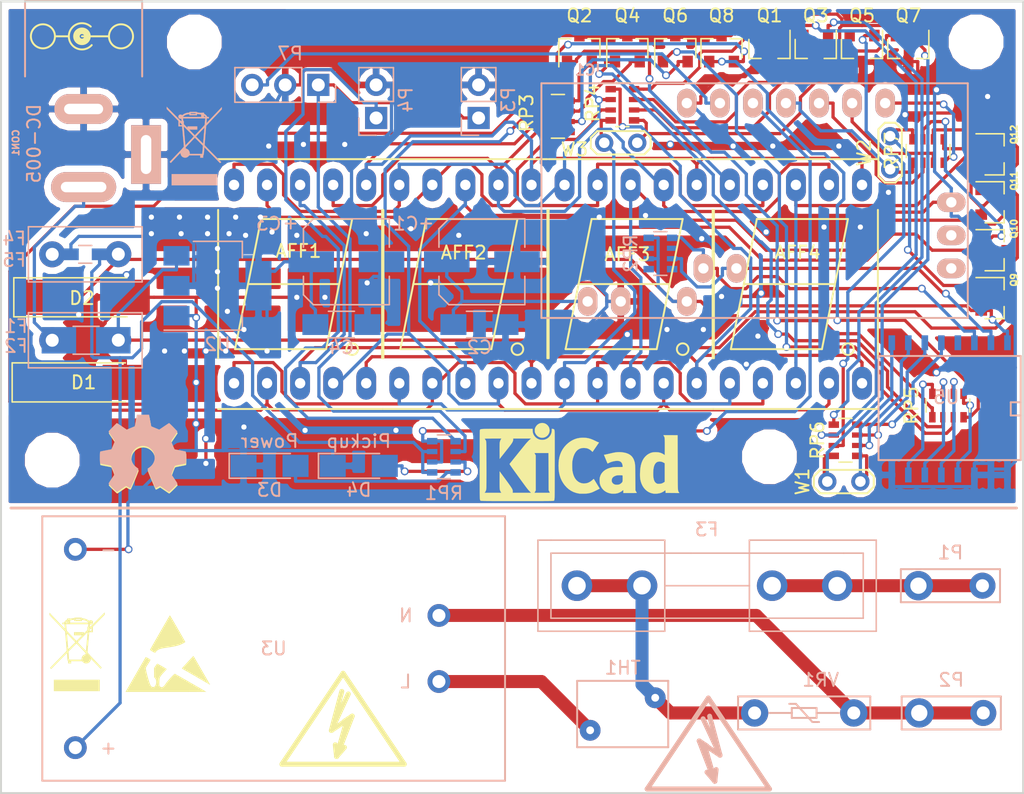
<source format=kicad_pcb>
(kicad_pcb (version 4) (host pcbnew 4.0.4-stable)
  (title_block (title Tachometer) (date 2018-07-15) (rev C) (company "Brandon Harville"))
  (layers (0 F.Cu signal) (31 B.Cu signal) (34 B.Paste user hide) (35 F.Paste user hide) (36 B.SilkS user) (37 F.SilkS user) (38 B.Mask user) (39 F.Mask user) (44 Edge.Cuts user))
  (net 0 "")
  (net 1 "Net-(AFF1-Pad1)")
  (net 2 "Net-(AFF1-Pad2)")
  (net 3 "Net-(AFF1-Pad3)")
  (net 4 "Net-(AFF1-Pad4)")
  (net 5 "Net-(AFF1-Pad5)")
  (net 6 "Net-(AFF1-Pad6)")
  (net 7 "Net-(AFF1-Pad7)")
  (net 8 "Net-(AFF1-Pad9)")
  (net 9 "Net-(AFF1-Pad10)")
  (net 10 "Net-(AFF2-Pad3)")
  (net 11 "Net-(AFF3-Pad3)")
  (net 12 "Net-(AFF4-Pad3)")
  (net 13 "Net-(C3-Pad1)")
  (net 14 "Net-(CON1-Pad1)")
  (net 15 "Net-(D3-Pad2)")
  (net 16 "Net-(D4-Pad2)")
  (net 17 "Net-(F3-Pad2)")
  (net 18 "Net-(P3-Pad1)")
  (net 19 "Net-(P4-Pad1)")
  (net 20 "Net-(IC1-Pad5)")
  (net 21 "Net-(IC1-Pad7)")
  (net 22 "Net-(IC1-Pad8)")
  (net 23 "Net-(IC1-Pad9)")
  (net 24 "Net-(IC1-Pad10)")
  (net 25 "Net-(IC1-Pad6)")
  (net 26 "Net-(RP2-Pad1)")
  (net 27 "Net-(RP2-Pad3)")
  (net 28 "Net-(IC1-Pad25)")
  (net 29 "Net-(RP2-Pad8)")
  (net 30 "Net-(RP2-Pad6)")
  (net 31 "Net-(IC1-Pad26)")
  (net 32 "Net-(TH1-Pad1)")
  (net 33 "Net-(U5-Pad13)")
  (net 34 "Net-(IC1-Pad28)")
  (net 35 "Net-(IC1-Pad27)")
  (net 36 /DC_IN)
  (net 37 /GND)
  (net 38 /5V_REG)
  (net 39 /M_LIVE)
  (net 40 /M_NEUTRAL)
  (net 41 "Net-(Q1-Pad1)")
  (net 42 "Net-(Q1-Pad2)")
  (net 43 "Net-(Q2-Pad1)")
  (net 44 "Net-(Q2-Pad2)")
  (net 45 "Net-(Q3-Pad1)")
  (net 46 "Net-(Q3-Pad2)")
  (net 47 "Net-(Q4-Pad1)")
  (net 48 "Net-(Q4-Pad2)")
  (net 49 "Net-(Q5-Pad1)")
  (net 50 "Net-(Q5-Pad2)")
  (net 51 "Net-(Q6-Pad1)")
  (net 52 "Net-(Q6-Pad2)")
  (net 53 "Net-(Q7-Pad1)")
  (net 54 "Net-(Q7-Pad2)")
  (net 55 "Net-(Q8-Pad1)")
  (net 56 "Net-(Q8-Pad2)")
  (net 57 "Net-(Q9-Pad1)")
  (net 58 "Net-(Q10-Pad1)")
  (net 59 "Net-(Q11-Pad1)")
  (net 60 "Net-(Q12-Pad1)")
  (net 61 "Net-(RP5-Pad7)")
  (net 62 "Net-(RP5-Pad8)")
  (net 63 "Net-(RP5-Pad6)")
  (net 64 "Net-(RP5-Pad5)")
  (net 65 "Net-(RP6-Pad7)")
  (net 66 "Net-(RP6-Pad8)")
  (net 67 "Net-(RP6-Pad6)")
  (net 68 "Net-(RP6-Pad5)")
  (module Mounting_Holes:MountingHole_3.2mm_M3_DIN965 (layer F.Cu) (at 196.723 60.071)
    (fp_text reference M1 hide)
    (fp_text value MountingHole_3.2mm_M3_DIN965)
    (pad 1 np_thru_hole circle (at 0 0) (size 3.2 3.2) (drill 3.2) (layers *.Cu *.Mask))
  )
  (module Mounting_Holes:MountingHole_3.2mm_M3_DIN965 (layer F.Cu) (at 180.848 91.948)
    (fp_text reference M2 hide)
    (fp_text value MountingHole_3.2mm_M3_DIN965)
    (pad 1 np_thru_hole circle (at 0 0) (size 3.2 3.2) (drill 3.2) (layers *.Cu *.Mask))
  )
  (module Mounting_Holes:MountingHole_3.2mm_M3_DIN965 (layer F.Cu) (at 136.652 60.071)
    (fp_text reference M4 hide)
    (fp_text value MountingHole_3.2mm_M3_DIN965)
    (pad 1 np_thru_hole circle (at 0 0) (size 3.2 3.2) (drill 3.2) (layers *.Cu *.Mask))
  )
  (module Symbols:Symbol_HighVoltage_Type2_CopperTop_VerySmall (layer B.Cu) (at 176.149 114.681 180)
    (fp_text reference REF** hide)
    (fp_text value Symbol_HighVoltage_Type2_CopperTop_VerySmall)
  )
  (module Symbols:Symbol_HighVoltage_Type2_CopperTop_VerySmall (layer F.Cu) (at 148.082 112.776)
    (fp_text reference REF** hide)
    (fp_text value Symbol_HighVoltage_Type2_CopperTop_VerySmall)
  )
  (module Displays_7-Segment:7SegmentLED_LTS6760_LTS6780 (layer F.Cu) (at 144.78 78.6765)
    (fp_text reference AFF1 (at -0.127 -2.54) (layer F.SilkS))
    (fp_text value LTS-6960HR)
    (pad 1 thru_hole oval (at -5.08 7.62) (size 1.524 2.524) (drill 0.8) (layers *.Cu *.Mask) (net 1 "Net-(AFF1-Pad1)"))
    (pad 2 thru_hole oval (at -2.54 7.62) (size 1.524 2.524) (drill 0.8) (layers *.Cu *.Mask) (net 2 "Net-(AFF1-Pad2)"))
    (pad 3 thru_hole oval (at 0 7.62) (size 1.524 2.524) (drill 0.8) (layers *.Cu *.Mask) (net 3 "Net-(AFF1-Pad3)"))
    (pad 4 thru_hole oval (at 2.54 7.62) (size 1.524 2.524) (drill 0.8) (layers *.Cu *.Mask) (net 4 "Net-(AFF1-Pad4)"))
    (pad 5 thru_hole oval (at 5.08 7.62) (size 1.524 2.524) (drill 0.8) (layers *.Cu *.Mask) (net 5 "Net-(AFF1-Pad5)"))
    (pad 6 thru_hole oval (at 5.08 -7.62) (size 1.524 2.524) (drill 0.8) (layers *.Cu *.Mask) (net 6 "Net-(AFF1-Pad6)"))
    (pad 7 thru_hole oval (at 2.54 -7.62) (size 1.524 2.524) (drill 0.8) (layers *.Cu *.Mask) (net 7 "Net-(AFF1-Pad7)"))
    (pad 8 thru_hole oval (at 0 -7.62) (size 1.524 2.524) (drill 0.8) (layers *.Cu *.Mask) (net 3 "Net-(AFF1-Pad3)"))
    (pad 9 thru_hole oval (at -2.54 -7.62) (size 1.524 2.524) (drill 0.8) (layers *.Cu *.Mask) (net 8 "Net-(AFF1-Pad9)"))
    (pad 10 thru_hole oval (at -5.08 -7.62) (size 1.524 2.524) (drill 0.8) (layers *.Cu *.Mask) (net 9 "Net-(AFF1-Pad10)"))
  )
  (module Displays_7-Segment:7SegmentLED_LTS6760_LTS6780 (layer F.Cu) (at 157.48 78.6765)
    (fp_text reference AFF2 (at -0.127 -2.413) (layer F.SilkS))
    (fp_text value LTS-6960HR)
    (pad 1 thru_hole oval (at -5.08 7.62) (size 1.524 2.524) (drill 0.8) (layers *.Cu *.Mask) (net 1 "Net-(AFF1-Pad1)"))
    (pad 2 thru_hole oval (at -2.54 7.62) (size 1.524 2.524) (drill 0.8) (layers *.Cu *.Mask) (net 2 "Net-(AFF1-Pad2)"))
    (pad 3 thru_hole oval (at 0 7.62) (size 1.524 2.524) (drill 0.8) (layers *.Cu *.Mask) (net 10 "Net-(AFF2-Pad3)"))
    (pad 4 thru_hole oval (at 2.54 7.62) (size 1.524 2.524) (drill 0.8) (layers *.Cu *.Mask) (net 4 "Net-(AFF1-Pad4)"))
    (pad 5 thru_hole oval (at 5.08 7.62) (size 1.524 2.524) (drill 0.8) (layers *.Cu *.Mask) (net 5 "Net-(AFF1-Pad5)"))
    (pad 6 thru_hole oval (at 5.08 -7.62) (size 1.524 2.524) (drill 0.8) (layers *.Cu *.Mask) (net 6 "Net-(AFF1-Pad6)"))
    (pad 7 thru_hole oval (at 2.54 -7.62) (size 1.524 2.524) (drill 0.8) (layers *.Cu *.Mask) (net 7 "Net-(AFF1-Pad7)"))
    (pad 8 thru_hole oval (at 0 -7.62) (size 1.524 2.524) (drill 0.8) (layers *.Cu *.Mask) (net 10 "Net-(AFF2-Pad3)"))
    (pad 9 thru_hole oval (at -2.54 -7.62) (size 1.524 2.524) (drill 0.8) (layers *.Cu *.Mask) (net 8 "Net-(AFF1-Pad9)"))
    (pad 10 thru_hole oval (at -5.08 -7.62) (size 1.524 2.524) (drill 0.8) (layers *.Cu *.Mask) (net 9 "Net-(AFF1-Pad10)"))
  )
  (module Displays_7-Segment:7SegmentLED_LTS6760_LTS6780 (layer F.Cu) (at 170.18 78.6765)
    (fp_text reference AFF3 (at -0.254 -2.286) (layer F.SilkS))
    (fp_text value LTS-6960HR)
    (pad 1 thru_hole oval (at -5.08 7.62) (size 1.524 2.524) (drill 0.8) (layers *.Cu *.Mask) (net 1 "Net-(AFF1-Pad1)"))
    (pad 2 thru_hole oval (at -2.54 7.62) (size 1.524 2.524) (drill 0.8) (layers *.Cu *.Mask) (net 2 "Net-(AFF1-Pad2)"))
    (pad 3 thru_hole oval (at 0 7.62) (size 1.524 2.524) (drill 0.8) (layers *.Cu *.Mask) (net 11 "Net-(AFF3-Pad3)"))
    (pad 4 thru_hole oval (at 2.54 7.62) (size 1.524 2.524) (drill 0.8) (layers *.Cu *.Mask) (net 4 "Net-(AFF1-Pad4)"))
    (pad 5 thru_hole oval (at 5.08 7.62) (size 1.524 2.524) (drill 0.8) (layers *.Cu *.Mask) (net 5 "Net-(AFF1-Pad5)"))
    (pad 6 thru_hole oval (at 5.08 -7.62) (size 1.524 2.524) (drill 0.8) (layers *.Cu *.Mask) (net 6 "Net-(AFF1-Pad6)"))
    (pad 7 thru_hole oval (at 2.54 -7.62) (size 1.524 2.524) (drill 0.8) (layers *.Cu *.Mask) (net 7 "Net-(AFF1-Pad7)"))
    (pad 8 thru_hole oval (at 0 -7.62) (size 1.524 2.524) (drill 0.8) (layers *.Cu *.Mask) (net 11 "Net-(AFF3-Pad3)"))
    (pad 9 thru_hole oval (at -2.54 -7.62) (size 1.524 2.524) (drill 0.8) (layers *.Cu *.Mask) (net 8 "Net-(AFF1-Pad9)"))
    (pad 10 thru_hole oval (at -5.08 -7.62) (size 1.524 2.524) (drill 0.8) (layers *.Cu *.Mask) (net 9 "Net-(AFF1-Pad10)"))
  )
  (module Displays_7-Segment:7SegmentLED_LTS6760_LTS6780 (layer F.Cu) (at 182.88 78.6765)
    (fp_text reference AFF4 (at 0.127 -2.413) (layer F.SilkS))
    (fp_text value LTS-6960HR)
    (pad 1 thru_hole oval (at -5.08 7.62) (size 1.524 2.524) (drill 0.8) (layers *.Cu *.Mask) (net 1 "Net-(AFF1-Pad1)"))
    (pad 2 thru_hole oval (at -2.54 7.62) (size 1.524 2.524) (drill 0.8) (layers *.Cu *.Mask) (net 2 "Net-(AFF1-Pad2)"))
    (pad 3 thru_hole oval (at 0 7.62) (size 1.524 2.524) (drill 0.8) (layers *.Cu *.Mask) (net 12 "Net-(AFF4-Pad3)"))
    (pad 4 thru_hole oval (at 2.54 7.62) (size 1.524 2.524) (drill 0.8) (layers *.Cu *.Mask) (net 4 "Net-(AFF1-Pad4)"))
    (pad 5 thru_hole oval (at 5.08 7.62) (size 1.524 2.524) (drill 0.8) (layers *.Cu *.Mask) (net 5 "Net-(AFF1-Pad5)"))
    (pad 6 thru_hole oval (at 5.08 -7.62) (size 1.524 2.524) (drill 0.8) (layers *.Cu *.Mask) (net 6 "Net-(AFF1-Pad6)"))
    (pad 7 thru_hole oval (at 2.54 -7.62) (size 1.524 2.524) (drill 0.8) (layers *.Cu *.Mask) (net 7 "Net-(AFF1-Pad7)"))
    (pad 8 thru_hole oval (at 0 -7.62) (size 1.524 2.524) (drill 0.8) (layers *.Cu *.Mask) (net 12 "Net-(AFF4-Pad3)"))
    (pad 9 thru_hole oval (at -2.54 -7.62) (size 1.524 2.524) (drill 0.8) (layers *.Cu *.Mask) (net 8 "Net-(AFF1-Pad9)"))
    (pad 10 thru_hole oval (at -5.08 -7.62) (size 1.524 2.524) (drill 0.8) (layers *.Cu *.Mask) (net 9 "Net-(AFF1-Pad10)"))
  )
  (module Capacitors_SMD:CP_Elec_6.3x5.3 (layer B.Cu) (at 158.75 76.962)
    (fp_text reference C1 (at -5.842 -2.921) (layer B.SilkS) (effects (justify mirror)))
    (fp_text value 10uF)
    (fp_text user + (at -4.28 -3.01) (layer B.SilkS) (effects (justify mirror)))
    (pad 1 smd rect (at -2.7 0 180) (size 3.5 1.6) (layers B.Cu B.Paste B.Mask) (net 36 /DC_IN))
    (pad 2 smd rect (at 2.7 0 180) (size 3.5 1.6) (layers B.Cu B.Paste B.Mask) (net 37 /GND))
  )
  (module Capacitors_SMD:C_1206_HandSoldering (layer B.Cu) (at 158.56 81.788)
    (fp_text reference C2 (at 0 1.75) (layer B.SilkS) (effects (justify mirror)))
    (fp_text value 22uF)
    (pad 1 smd rect (at -2 0) (size 2 1.6) (layers B.Cu B.Paste B.Mask) (net 36 /DC_IN))
    (pad 2 smd rect (at 2 0) (size 2 1.6) (layers B.Cu B.Paste B.Mask) (net 37 /GND))
  )
  (module Capacitors_SMD:CP_Elec_6.3x5.3 (layer B.Cu) (at 148.336 76.962)
    (fp_text reference C3 (at -5.969 -2.921) (layer B.SilkS) (effects (justify mirror)))
    (fp_text value 10uF)
    (fp_text user + (at -4.28 -3.01) (layer B.SilkS) (effects (justify mirror)))
    (pad 1 smd rect (at -2.7 0 180) (size 3.5 1.6) (layers B.Cu B.Paste B.Mask) (net 13 "Net-(C3-Pad1)"))
    (pad 2 smd rect (at 2.7 0 180) (size 3.5 1.6) (layers B.Cu B.Paste B.Mask) (net 37 /GND))
  )
  (module Capacitors_SMD:C_1206_HandSoldering (layer B.Cu) (at 147.955 81.788)
    (fp_text reference C4 (at 0 1.75) (layer B.SilkS) (effects (justify mirror)))
    (fp_text value 22uF)
    (pad 1 smd rect (at -2 0) (size 2 1.6) (layers B.Cu B.Paste B.Mask) (net 13 "Net-(C3-Pad1)"))
    (pad 2 smd rect (at 2 0) (size 2 1.6) (layers B.Cu B.Paste B.Mask) (net 37 /GND))
  )
  (module _connectors:ADC-002 (layer B.Cu) (at 128.143 57.7215 270)
    (fp_text reference CON1 (at 10.0965 5.207 450) (layer B.SilkS) (effects (font (size 0.5 0.5) (thickness 0.125)) (justify mirror)))
    (fp_text value DC-005 (at 10.16 3.81 270) (layer B.SilkS) (effects (justify mirror)))
    (pad 1 thru_hole oval (at 13.5 0 180) (size 5 2.3) (drill oval 3.5 0.8) (layers *.Cu *.Mask B.SilkS) (net 14 "Net-(CON1-Pad1)"))
    (pad 2 thru_hole rect (at 11 -4.8 270) (size 4.5 2.3) (drill oval 3 0.8) (layers *.Cu *.Mask B.SilkS) (net 37 /GND))
    (pad 3 thru_hole oval (at 7.5 0 180) (size 4.5 2.3) (drill oval 3 0.8) (layers *.Cu *.Mask B.SilkS) (net 37 /GND))
  )
  (module Diodes_SMD:D_MELF_Handsoldering (layer F.Cu) (at 127.952 86.233)
    (fp_text reference D1 (at 0.191 0) (layer F.SilkS))
    (fp_text value 12V)
    (pad 1 smd rect (at -3.4 0) (size 3.5 2.7) (layers F.Cu F.Paste F.Mask) (net 36 /DC_IN))
    (pad 2 smd rect (at 3.4 0) (size 3.5 2.7) (layers F.Cu F.Paste F.Mask) (net 37 /GND))
  )
  (module Diodes_SMD:D_MELF_Handsoldering (layer F.Cu) (at 128.08 79.6925)
    (fp_text reference D2 (at -0.064 0.0635) (layer F.SilkS))
    (fp_text value 5.1V)
    (pad 1 smd rect (at -3.4 0) (size 3.5 2.7) (layers F.Cu F.Paste F.Mask) (net 38 /5V_REG))
    (pad 2 smd rect (at 3.4 0) (size 3.5 2.7) (layers F.Cu F.Paste F.Mask) (net 37 /GND))
  )
  (module LEDs:LED_1206_HandSoldering (layer B.Cu) (at 142.43 92.6465)
    (fp_text reference D3 (at 0 1.85) (layer B.SilkS) (effects (justify mirror)))
    (fp_text value Power (at 0 -1.9) (layer B.SilkS) (effects (justify mirror)))
    (pad 1 smd rect (at -2 0) (size 2 1.7) (layers B.Cu B.Paste B.Mask) (net 37 /GND))
    (pad 2 smd rect (at 2 0) (size 2 1.7) (layers B.Cu B.Paste B.Mask) (net 15 "Net-(D3-Pad2)"))
  )
  (module LEDs:LED_1206_HandSoldering (layer B.Cu) (at 149.288 92.6465)
    (fp_text reference D4 (at 0 1.85) (layer B.SilkS) (effects (justify mirror)))
    (fp_text value Pickup (at 0 -1.9) (layer B.SilkS) (effects (justify mirror)))
    (pad 1 smd rect (at -2 0) (size 2 1.7) (layers B.Cu B.Paste B.Mask) (net 37 /GND))
    (pad 2 smd rect (at 2 0) (size 2 1.7) (layers B.Cu B.Paste B.Mask) (net 16 "Net-(D4-Pad2)"))
  )
  (module Fuse_Holders_and_Fuses:Fuse_TE5_Littlefuse-395Series (layer B.Cu) (at 125.73 82.9945)
    (fp_text reference F1 (at -2.794 -1.0795) (layer B.SilkS) (effects (justify mirror)))
    (fp_text value 1A)
    (pad 1 thru_hole circle (at 0 0) (size 2 2) (drill 1) (layers *.Cu *.Mask) (net 14 "Net-(CON1-Pad1)"))
    (pad 2 thru_hole circle (at 5.08 -0.01) (size 2 2) (drill 1) (layers *.Cu *.Mask) (net 36 /DC_IN))
  )
  (module Fuse_Holders_and_Fuses:Fuse_SMD1206_HandSoldering (layer B.Cu) (at 128.334 82.9945)
    (fp_text reference F2 (at -5.398 0.4445) (layer B.SilkS) (effects (justify mirror)))
    (fp_text value "2A 16V")
    (pad 1 smd rect (at -2.09 0 270) (size 2.03 2.65) (layers B.Cu B.Paste B.Mask) (net 14 "Net-(CON1-Pad1)"))
    (pad 2 smd rect (at 2.09 0 270) (size 2.03 2.65) (layers B.Cu B.Paste B.Mask) (net 36 /DC_IN))
  )
  (module Fuse_Holders_and_Fuses:Fuseholder5x20_horiz_open_inline_Type-I (layer B.Cu) (at 186.055 101.854 180)
    (fp_text reference F3 (at 10.033 4.318 180) (layer B.SilkS) (effects (justify mirror)))
    (fp_text value 1000mA)
    (pad 2 thru_hole circle (at 15 0 180) (size 2.35 2.35) (drill 1.35) (layers *.Cu *.Mask) (net 17 "Net-(F3-Pad2)"))
    (pad 2 thru_hole circle (at 20 0 180) (size 2.35 2.35) (drill 1.35) (layers *.Cu *.Mask) (net 17 "Net-(F3-Pad2)"))
    (pad 1 thru_hole circle (at 5 0 180) (size 2.35 2.35) (drill 1.35) (layers *.Cu *.Mask) (net 39 /M_LIVE))
    (pad 1 thru_hole circle (at 0 0 180) (size 2.35 2.35) (drill 1.35) (layers *.Cu *.Mask) (net 39 /M_LIVE))
  )
  (module Resistors_SMD:R_0603_HandSoldering (layer B.Cu) (at 128.27 76.3905)
    (fp_text reference F4 (at -5.461 -1.2065) (layer B.SilkS) (effects (justify mirror)))
    (fp_text value 500mA)
    (pad 1 smd rect (at -1.1 0) (size 1.2 0.9) (layers B.Cu B.Paste B.Mask) (net 13 "Net-(C3-Pad1)"))
    (pad 2 smd rect (at 1.1 0) (size 1.2 0.9) (layers B.Cu B.Paste B.Mask) (net 38 /5V_REG))
  )
  (module Fuse_Holders_and_Fuses:Fuse_TE5_Littlefuse-395Series (layer B.Cu) (at 125.73 76.3905)
    (fp_text reference F5 (at -2.921 0.4445) (layer B.SilkS) (effects (justify mirror)))
    (fp_text value 500mA)
    (pad 1 thru_hole circle (at 0 0) (size 2 2) (drill 1) (layers *.Cu *.Mask) (net 13 "Net-(C3-Pad1)"))
    (pad 2 thru_hole circle (at 5.08 -0.01) (size 2 2) (drill 1) (layers *.Cu *.Mask) (net 38 /5V_REG))
  )
  (module _terminal_blocks:Male_Terminal_Spade_Connector_6.3_Wide_5.08mm_Pins (layer B.Cu) (at 194.754 101.854 180)
    (fp_text reference P1 (at 0 2.54 180) (layer B.SilkS) (effects (justify mirror)))
    (fp_text value CONN_01X01)
    (pad 1 thru_hole circle (at -2.46 0 180) (size 2 2) (drill 1) (layers *.Cu *.Mask) (net 39 /M_LIVE))
    (pad 1 thru_hole circle (at 2.46 0 180) (size 2.25 2.25) (drill 1.25) (layers *.Cu *.Mask) (net 39 /M_LIVE))
  )
  (module _terminal_blocks:Male_Terminal_Spade_Connector_6.3_Wide_5.08mm_Pins (layer B.Cu) (at 194.818 111.633 180)
    (fp_text reference P2 (at 0 2.54 180) (layer B.SilkS) (effects (justify mirror)))
    (fp_text value CONN_01X01)
    (pad 1 thru_hole circle (at -2.46 0 180) (size 2 2) (drill 1) (layers *.Cu *.Mask) (net 40 /M_NEUTRAL))
    (pad 1 thru_hole circle (at 2.46 0 180) (size 2.25 2.25) (drill 1.25) (layers *.Cu *.Mask) (net 40 /M_NEUTRAL))
  )
  (module Pin_Headers:Pin_Header_Straight_1x02_Pitch2.54mm (layer B.Cu) (at 158.496 65.913)
    (fp_text reference P3 (at 2.286 -1.397 90) (layer B.SilkS) (effects (justify mirror)))
    (fp_text value CONN_01X02)
    (pad 1 thru_hole rect (at 0 0) (size 1.7 1.7) (drill 1) (layers *.Cu *.Mask) (net 18 "Net-(P3-Pad1)"))
    (pad 2 thru_hole oval (at 0 -2.54) (size 1.7 1.7) (drill 1) (layers *.Cu *.Mask) (net 37 /GND))
  )
  (module Pin_Headers:Pin_Header_Straight_1x02_Pitch2.54mm (layer B.Cu) (at 150.622 65.913)
    (fp_text reference P4 (at 2.286 -1.397 90) (layer B.SilkS) (effects (justify mirror)))
    (fp_text value CONN_01X02)
    (pad 1 thru_hole rect (at 0 0) (size 1.7 1.7) (drill 1) (layers *.Cu *.Mask) (net 19 "Net-(P4-Pad1)"))
    (pad 2 thru_hole oval (at 0 -2.54) (size 1.7 1.7) (drill 1) (layers *.Cu *.Mask) (net 37 /GND))
  )
  (module Resistors_SMD:R_Array_Convex_4x0603 (layer B.Cu) (at 155.829 91.948)
    (fp_text reference RP1 (at 0 2.8) (layer B.SilkS) (effects (justify mirror)))
    (fp_text value 150)
    (pad 1 smd rect (at -0.9 1.2) (size 0.8 0.5) (layers B.Cu B.Paste B.Mask) (net 38 /5V_REG))
    (pad 3 smd rect (at -0.9 -0.4) (size 0.8 0.4) (layers B.Cu B.Paste B.Mask) (net 38 /5V_REG))
    (pad 2 smd rect (at -0.9 0.4) (size 0.8 0.4) (layers B.Cu B.Paste B.Mask) (net 25 "Net-(IC1-Pad6)"))
    (pad 4 smd rect (at -0.9 -1.2) (size 0.8 0.5) (layers B.Cu B.Paste B.Mask) (net 25 "Net-(IC1-Pad6)"))
    (pad 7 smd rect (at 0.9 0.4) (size 0.8 0.4) (layers B.Cu B.Paste B.Mask) (net 16 "Net-(D4-Pad2)"))
    (pad 8 smd rect (at 0.9 1.2) (size 0.8 0.5) (layers B.Cu B.Paste B.Mask) (net 15 "Net-(D3-Pad2)"))
    (pad 6 smd rect (at 0.9 -0.4) (size 0.8 0.4) (layers B.Cu B.Paste B.Mask) (net 18 "Net-(P3-Pad1)"))
    (pad 5 smd rect (at 0.9 -1.2) (size 0.8 0.5) (layers B.Cu B.Paste B.Mask) (net 19 "Net-(P4-Pad1)"))
  )
  (module Resistors_SMD:R_Array_Convex_4x0603 (layer B.Cu) (at 172.466 76.327)
    (fp_text reference RP2 (at -2.286 0 270) (layer B.SilkS) (effects (justify mirror)))
    (fp_text value 10K)
    (pad 1 smd rect (at -0.9 1.2) (size 0.8 0.5) (layers B.Cu B.Paste B.Mask) (net 26 "Net-(RP2-Pad1)"))
    (pad 3 smd rect (at -0.9 -0.4) (size 0.8 0.4) (layers B.Cu B.Paste B.Mask) (net 27 "Net-(RP2-Pad3)"))
    (pad 2 smd rect (at -0.9 0.4) (size 0.8 0.4) (layers B.Cu B.Paste B.Mask) (net 38 /5V_REG))
    (pad 4 smd rect (at -0.9 -1.2) (size 0.8 0.5) (layers B.Cu B.Paste B.Mask) (net 38 /5V_REG))
    (pad 7 smd rect (at 0.9 0.4) (size 0.8 0.4) (layers B.Cu B.Paste B.Mask) (net 28 "Net-(IC1-Pad25)"))
    (pad 8 smd rect (at 0.9 1.2) (size 0.8 0.5) (layers B.Cu B.Paste B.Mask) (net 29 "Net-(RP2-Pad8)"))
    (pad 6 smd rect (at 0.9 -0.4) (size 0.8 0.4) (layers B.Cu B.Paste B.Mask) (net 30 "Net-(RP2-Pad6)"))
    (pad 5 smd rect (at 0.9 -1.2) (size 0.8 0.5) (layers B.Cu B.Paste B.Mask) (net 31 "Net-(IC1-Pad26)"))
  )
  (module Resistors_SMD:R_Array_Convex_4x0603 (layer F.Cu) (at 164.592 65.786 180)
    (fp_text reference RP3 (at 2.413 0.254 270) (layer F.SilkS))
    (fp_text value 91)
    (pad 1 smd rect (at -0.9 -1.2 180) (size 0.8 0.5) (layers F.Cu F.Paste F.Mask) (net 56 "Net-(Q8-Pad2)"))
    (pad 3 smd rect (at -0.9 0.4 180) (size 0.8 0.4) (layers F.Cu F.Paste F.Mask) (net 48 "Net-(Q4-Pad2)"))
    (pad 2 smd rect (at -0.9 -0.4 180) (size 0.8 0.4) (layers F.Cu F.Paste F.Mask) (net 52 "Net-(Q6-Pad2)"))
    (pad 4 smd rect (at -0.9 1.2 180) (size 0.8 0.5) (layers F.Cu F.Paste F.Mask) (net 44 "Net-(Q2-Pad2)"))
    (pad 7 smd rect (at 0.9 -0.4 180) (size 0.8 0.4) (layers F.Cu F.Paste F.Mask) (net 6 "Net-(AFF1-Pad6)"))
    (pad 8 smd rect (at 0.9 -1.2 180) (size 0.8 0.5) (layers F.Cu F.Paste F.Mask) (net 7 "Net-(AFF1-Pad7)"))
    (pad 6 smd rect (at 0.9 0.4 180) (size 0.8 0.4) (layers F.Cu F.Paste F.Mask) (net 4 "Net-(AFF1-Pad4)"))
    (pad 5 smd rect (at 0.9 1.2 180) (size 0.8 0.5) (layers F.Cu F.Paste F.Mask) (net 2 "Net-(AFF1-Pad2)"))
  )
  (module Resistors_SMD:R_Array_Convex_4x0603 (layer F.Cu) (at 169.545 64.897 180)
    (fp_text reference RP4 (at 2.286 0.127 270) (layer F.SilkS))
    (fp_text value 91)
    (pad 1 smd rect (at -0.9 -1.2 180) (size 0.8 0.5) (layers F.Cu F.Paste F.Mask) (net 54 "Net-(Q7-Pad2)"))
    (pad 3 smd rect (at -0.9 0.4 180) (size 0.8 0.4) (layers F.Cu F.Paste F.Mask) (net 46 "Net-(Q3-Pad2)"))
    (pad 2 smd rect (at -0.9 -0.4 180) (size 0.8 0.4) (layers F.Cu F.Paste F.Mask) (net 50 "Net-(Q5-Pad2)"))
    (pad 4 smd rect (at -0.9 1.2 180) (size 0.8 0.5) (layers F.Cu F.Paste F.Mask) (net 42 "Net-(Q1-Pad2)"))
    (pad 7 smd rect (at 0.9 -0.4 180) (size 0.8 0.4) (layers F.Cu F.Paste F.Mask) (net 8 "Net-(AFF1-Pad9)"))
    (pad 8 smd rect (at 0.9 -1.2 180) (size 0.8 0.5) (layers F.Cu F.Paste F.Mask) (net 1 "Net-(AFF1-Pad1)"))
    (pad 6 smd rect (at 0.9 0.4 180) (size 0.8 0.4) (layers F.Cu F.Paste F.Mask) (net 9 "Net-(AFF1-Pad10)"))
    (pad 5 smd rect (at 0.9 1.2 180) (size 0.8 0.5) (layers F.Cu F.Paste F.Mask) (net 5 "Net-(AFF1-Pad5)"))
  )
  (module Varistors:RV_Disc_D7_W5.1_P5 (layer B.Cu) (at 167.068 112.966)
    (fp_text reference TH1 (at 2.5 -4.8) (layer B.SilkS) (effects (justify mirror)))
    (fp_text value "NTC 5D-7")
    (pad 1 thru_hole circle (at 0 0) (size 1.6 1.6) (drill 0.6) (layers *.Cu *.Mask) (net 32 "Net-(TH1-Pad1)"))
    (pad 2 thru_hole circle (at 5 -2.5) (size 1.6 1.6) (drill 0.6) (layers *.Cu *.Mask) (net 17 "Net-(F3-Pad2)"))
  )
  (module TO_SOT_Packages_SMD:SOT-223-3_TabPin2 (layer B.Cu) (at 138.43 78.8035)
    (fp_text reference U2 (at 0 4.5) (layer B.SilkS) (effects (justify mirror)))
    (fp_text value LM1117-5.0)
    (pad 2 smd rect (at 3.15 0) (size 2 3.8) (layers B.Cu B.Paste B.Mask) (net 13 "Net-(C3-Pad1)"))
    (pad 2 smd rect (at -3.15 0) (size 2 1.5) (layers B.Cu B.Paste B.Mask) (net 13 "Net-(C3-Pad1)"))
    (pad 3 smd rect (at -3.15 -2.3) (size 2 1.5) (layers B.Cu B.Paste B.Mask) (net 36 /DC_IN))
    (pad 1 smd rect (at -3.15 2.3) (size 2 1.5) (layers B.Cu B.Paste B.Mask) (net 37 /GND))
  )
  (module SMD_Packages:SO-16-W (layer B.Cu) (at 194.691 88.265 180)
    (fp_text reference U5 (at 0.254 0.889 180) (layer B.SilkS) (effects (justify mirror)))
    (fp_text value PCF8574)
    (pad 1 smd rect (at -4.445 -5.08 180) (size 0.508 1.143) (layers B.Cu B.Paste B.Mask) (net 37 /GND))
    (pad 2 smd rect (at -3.175 -5.08 180) (size 0.508 1.143) (layers B.Cu B.Paste B.Mask) (net 37 /GND))
    (pad 3 smd rect (at -1.905 -5.08 180) (size 0.508 1.143) (layers B.Cu B.Paste B.Mask) (net 37 /GND))
    (pad 4 smd rect (at -0.635 -5.08 180) (size 0.508 1.143) (layers B.Cu B.Paste B.Mask) (net 64 "Net-(RP5-Pad5)"))
    (pad 5 smd rect (at 0.635 -5.08 180) (size 0.508 1.143) (layers B.Cu B.Paste B.Mask) (net 63 "Net-(RP5-Pad6)"))
    (pad 6 smd rect (at 1.905 -5.08 180) (size 0.508 1.143) (layers B.Cu B.Paste B.Mask) (net 61 "Net-(RP5-Pad7)"))
    (pad 7 smd rect (at 3.175 -5.08 180) (size 0.508 1.143) (layers B.Cu B.Paste B.Mask) (net 62 "Net-(RP5-Pad8)"))
    (pad 8 smd rect (at 4.445 -5.08 180) (size 0.508 1.143) (layers B.Cu B.Paste B.Mask) (net 37 /GND))
    (pad 9 smd rect (at 4.445 5.08 180) (size 0.508 1.143) (layers B.Cu B.Paste B.Mask) (net 68 "Net-(RP6-Pad5)"))
    (pad 10 smd rect (at 3.175 5.08 180) (size 0.508 1.143) (layers B.Cu B.Paste B.Mask) (net 67 "Net-(RP6-Pad6)"))
    (pad 11 smd rect (at 1.905 5.08 180) (size 0.508 1.143) (layers B.Cu B.Paste B.Mask) (net 65 "Net-(RP6-Pad7)"))
    (pad 12 smd rect (at 0.635 5.08 180) (size 0.508 1.143) (layers B.Cu B.Paste B.Mask) (net 66 "Net-(RP6-Pad8)"))
    (pad 13 smd rect (at -0.635 5.08 180) (size 0.508 1.143) (layers B.Cu B.Paste B.Mask) (net 33 "Net-(U5-Pad13)"))
    (pad 14 smd rect (at -1.905 5.08 180) (size 0.508 1.143) (layers B.Cu B.Paste B.Mask) (net 31 "Net-(IC1-Pad26)"))
    (pad 15 smd rect (at -3.175 5.08 180) (size 0.508 1.143) (layers B.Cu B.Paste B.Mask) (net 28 "Net-(IC1-Pad25)"))
    (pad 16 smd rect (at -4.445 5.08 180) (size 0.508 1.143) (layers B.Cu B.Paste B.Mask) (net 38 /5V_REG))
  )
  (module _varistors:VARISTOR_MCIGICM_14D241K_240V (layer B.Cu) (at 183.515 111.633 180)
    (fp_text reference VR1 (at -1.27 2.54 180) (layer B.SilkS) (effects (justify mirror)))
    (fp_text value "14D241K 240V")
    (pad 2 thru_hole circle (at 3.81 0 180) (size 2.1 2.1) (drill 1) (layers *.Cu *.Mask) (net 17 "Net-(F3-Pad2)"))
    (pad 1 thru_hole circle (at -3.81 0 180) (size 2.1 2.1) (drill 1) (layers *.Cu *.Mask) (net 40 /M_NEUTRAL))
  )
  (module mysensors_arduino:pro_mini (layer B.Cu) (at 180.848 72.39)
    (fp_text reference IC1 (at -13.97 -10.16) (layer B.SilkS) (effects (font (size 0.8 0.8) (thickness 0.16)) (justify mirror)))
    (fp_text value ArduinoProMini hide)
    (pad 4 thru_hole oval (at -6.35 -7.62) (size 1.50114 2.19964) (drill 0.8001) (layers *.Cu *.Mask B.SilkS) (net 37 /GND))
    (pad 5 thru_hole oval (at -3.81 -7.62) (size 1.50114 2.19964) (drill 0.8001) (layers *.Cu *.Mask B.SilkS) (net 20 "Net-(IC1-Pad5)"))
    (pad 6 thru_hole oval (at -1.27 -7.62) (size 1.50114 2.19964) (drill 0.8001) (layers *.Cu *.Mask B.SilkS) (net 25 "Net-(IC1-Pad6)"))
    (pad 7 thru_hole oval (at 1.27 -7.62) (size 1.50114 2.19964) (drill 0.8001) (layers *.Cu *.Mask B.SilkS) (net 21 "Net-(IC1-Pad7)"))
    (pad 8 thru_hole oval (at 3.81 -7.62) (size 1.50114 2.19964) (drill 0.8001) (layers *.Cu *.Mask B.SilkS) (net 22 "Net-(IC1-Pad8)"))
    (pad 9 thru_hole oval (at 6.35 -7.62) (size 1.50114 2.19964) (drill 0.8001) (layers *.Cu *.Mask B.SilkS) (net 23 "Net-(IC1-Pad9)"))
    (pad 10 thru_hole oval (at 8.89 -7.62) (size 1.50114 2.19964) (drill 0.8001) (layers *.Cu *.Mask B.SilkS) (net 24 "Net-(IC1-Pad10)"))
    (pad 21 thru_hole oval (at -6.35 7.62) (size 1.50114 2.19964) (drill 0.8001) (layers *.Cu *.Mask B.SilkS) (net 38 /5V_REG))
    (pad 23 thru_hole oval (at -11.43 7.62) (size 1.50114 2.19964) (drill 0.8001) (layers *.Cu *.Mask B.SilkS) (net 37 /GND))
    (pad 24 thru_hole oval (at -13.97 7.62) (size 1.50114 2.19964) (drill 0.8001) (layers *.Cu *.Mask B.SilkS) (net 36 /DC_IN))
    (pad 25 thru_hole oval (at -2.54 5.08) (size 1.50114 2.19964) (drill 0.8001) (layers *.Cu *.Mask B.SilkS) (net 28 "Net-(IC1-Pad25)"))
    (pad 26 thru_hole oval (at -5.08 5.08) (size 1.50114 2.19964) (drill 0.8001) (layers *.Cu *.Mask B.SilkS) (net 31 "Net-(IC1-Pad26)"))
    (pad 27 thru_hole oval (at 13.97 5.08) (size 2.19964 1.50114) (drill 0.8001) (layers *.Cu *.Mask B.SilkS) (net 35 "Net-(IC1-Pad27)"))
    (pad 28 thru_hole oval (at 13.97 2.54) (size 2.19964 1.50114) (drill 0.8001) (layers *.Cu *.Mask B.SilkS) (net 34 "Net-(IC1-Pad28)"))
    (pad 29 thru_hole oval (at 13.97 0) (size 2.19964 1.50114) (drill 0.8001) (layers *.Cu *.Mask B.SilkS) (net 37 /GND))
  )
  (module _modules:TSP (layer B.Cu) (at 160.528 96.52 180)
    (fp_text reference U3 (at 17.78 -10.16 180) (layer B.SilkS) (effects (justify mirror)))
    (fp_text value TSP-05)
    (fp_text user N (at 7.62 -7.62 180) (layer B.SilkS) (effects (justify mirror)))
    (fp_text user L (at 7.62 -12.7 180) (layer B.SilkS) (effects (justify mirror)))
    (fp_text user - (at 30.48 -2.54 180) (layer B.SilkS) (effects (justify mirror)))
    (fp_text user + (at 30.48 -17.78 180) (layer B.SilkS) (effects (justify mirror)))
    (pad 4 thru_hole circle (at 33.02 -2.54) (size 1.75 1.75) (drill 1) (layers *.Cu *.Mask) (net 37 /GND))
    (pad 3 thru_hole circle (at 33.02 -17.78) (size 1.75 1.75) (drill 1) (layers *.Cu *.Mask) (net 38 /5V_REG))
    (pad 2 thru_hole circle (at 5.08 -7.62) (size 1.75 1.75) (drill 1) (layers *.Cu *.Mask) (net 40 /M_NEUTRAL))
    (pad 1 thru_hole circle (at 5.08 -12.7) (size 1.75 1.75) (drill 1) (layers *.Cu *.Mask) (net 32 "Net-(TH1-Pad1)"))
  )
  (module Pin_Headers:Pin_Header_Straight_1x03_Pitch2.54mm (layer B.Cu) (at 146.177 63.373 90)
    (fp_text reference P7 (at 2.413 -2.159 180) (layer B.SilkS) (effects (justify mirror)))
    (fp_text value CONN_01X03)
    (pad 1 thru_hole rect (at 0 0 90) (size 1.7 1.7) (drill 1) (layers *.Cu *.Mask) (net 18 "Net-(P3-Pad1)"))
    (pad 2 thru_hole oval (at 0 -2.54 90) (size 1.7 1.7) (drill 1) (layers *.Cu *.Mask) (net 37 /GND))
    (pad 3 thru_hole oval (at 0 -5.08 90) (size 1.7 1.7) (drill 1) (layers *.Cu *.Mask) (net 20 "Net-(IC1-Pad5)"))
  )
  (module SOT-23 (layer F.Cu) (at 180.848 60.579 270)
    (fp_text reference Q1 (at -2.54 0 360) (layer F.SilkS))
    (fp_text value MMBT3906)
    (pad 1 smd rect (at -1 -0.95 270) (size 0.9 0.8) (layers F.Cu F.Paste F.Mask) (net 41 "Net-(Q1-Pad1)"))
    (pad 2 smd rect (at -1 0.95 270) (size 0.9 0.8) (layers F.Cu F.Paste F.Mask) (net 42 "Net-(Q1-Pad2)"))
    (pad 3 smd rect (at 1 0 270) (size 0.9 0.8) (layers F.Cu F.Paste F.Mask) (net 37 /GND))
  )
  (module SOT-23 (layer F.Cu) (at 166.243 60.579 90)
    (fp_text reference Q2 (at 2.54 0 180) (layer F.SilkS))
    (fp_text value MMBT3906)
    (pad 1 smd rect (at -1 -0.95 90) (size 0.9 0.8) (layers F.Cu F.Paste F.Mask) (net 43 "Net-(Q2-Pad1)"))
    (pad 2 smd rect (at -1 0.95 90) (size 0.9 0.8) (layers F.Cu F.Paste F.Mask) (net 44 "Net-(Q2-Pad2)"))
    (pad 3 smd rect (at 1 0 90) (size 0.9 0.8) (layers F.Cu F.Paste F.Mask) (net 37 /GND))
  )
  (module SOT-23 (layer F.Cu) (at 184.404 60.579 270)
    (fp_text reference Q3 (at -2.54 0 360) (layer F.SilkS))
    (fp_text value MMBT3906)
    (pad 1 smd rect (at -1 -0.95 270) (size 0.9 0.8) (layers F.Cu F.Paste F.Mask) (net 45 "Net-(Q3-Pad1)"))
    (pad 2 smd rect (at -1 0.95 270) (size 0.9 0.8) (layers F.Cu F.Paste F.Mask) (net 46 "Net-(Q3-Pad2)"))
    (pad 3 smd rect (at 1 0 270) (size 0.9 0.8) (layers F.Cu F.Paste F.Mask) (net 37 /GND))
  )
  (module SOT-23 (layer F.Cu) (at 169.926 60.579 90)
    (fp_text reference Q4 (at 2.54 0 180) (layer F.SilkS))
    (fp_text value MMBT3906)
    (pad 1 smd rect (at -1 -0.95 90) (size 0.9 0.8) (layers F.Cu F.Paste F.Mask) (net 47 "Net-(Q4-Pad1)"))
    (pad 2 smd rect (at -1 0.95 90) (size 0.9 0.8) (layers F.Cu F.Paste F.Mask) (net 48 "Net-(Q4-Pad2)"))
    (pad 3 smd rect (at 1 0 90) (size 0.9 0.8) (layers F.Cu F.Paste F.Mask) (net 37 /GND))
  )
  (module SOT-23 (layer F.Cu) (at 187.96 60.579 270)
    (fp_text reference Q5 (at -2.54 0 360) (layer F.SilkS))
    (fp_text value MMBT3906)
    (pad 1 smd rect (at -1 -0.95 270) (size 0.9 0.8) (layers F.Cu F.Paste F.Mask) (net 49 "Net-(Q5-Pad1)"))
    (pad 2 smd rect (at -1 0.95 270) (size 0.9 0.8) (layers F.Cu F.Paste F.Mask) (net 50 "Net-(Q5-Pad2)"))
    (pad 3 smd rect (at 1 0 270) (size 0.9 0.8) (layers F.Cu F.Paste F.Mask) (net 37 /GND))
  )
  (module SOT-23 (layer F.Cu) (at 173.609 60.579 90)
    (fp_text reference Q6 (at 2.54 0 180) (layer F.SilkS))
    (fp_text value MMBT3906)
    (pad 1 smd rect (at -1 -0.95 90) (size 0.9 0.8) (layers F.Cu F.Paste F.Mask) (net 51 "Net-(Q6-Pad1)"))
    (pad 2 smd rect (at -1 0.95 90) (size 0.9 0.8) (layers F.Cu F.Paste F.Mask) (net 52 "Net-(Q6-Pad2)"))
    (pad 3 smd rect (at 1 0 90) (size 0.9 0.8) (layers F.Cu F.Paste F.Mask) (net 37 /GND))
  )
  (module SOT-23 (layer F.Cu) (at 191.516 60.579 270)
    (fp_text reference Q7 (at -2.54 0 360) (layer F.SilkS))
    (fp_text value MMBT3906)
    (pad 1 smd rect (at -1 -0.95 270) (size 0.9 0.8) (layers F.Cu F.Paste F.Mask) (net 53 "Net-(Q7-Pad1)"))
    (pad 2 smd rect (at -1 0.95 270) (size 0.9 0.8) (layers F.Cu F.Paste F.Mask) (net 54 "Net-(Q7-Pad2)"))
    (pad 3 smd rect (at 1 0 270) (size 0.9 0.8) (layers F.Cu F.Paste F.Mask) (net 37 /GND))
  )
  (module SOT-23 (layer F.Cu) (at 177.165 60.579 90)
    (fp_text reference Q8 (at 2.54 0 180) (layer F.SilkS))
    (fp_text value MMBT3906)
    (pad 1 smd rect (at -1 -0.95 90) (size 0.9 0.8) (layers F.Cu F.Paste F.Mask) (net 55 "Net-(Q8-Pad1)"))
    (pad 2 smd rect (at -1 0.95 90) (size 0.9 0.8) (layers F.Cu F.Paste F.Mask) (net 56 "Net-(Q8-Pad2)"))
    (pad 3 smd rect (at 1 0 90) (size 0.9 0.8) (layers F.Cu F.Paste F.Mask) (net 37 /GND))
  )
  (module SOT-23 (layer F.Cu) (at 198.12 79.756)
    (fp_text reference Q9 (at 1.524 -1.397 90) (layer F.SilkS) (effects (font (size 0.5 0.5) (thickness 0.125))))
    (fp_text value MMBT3906)
    (pad 1 smd rect (at -1 -0.95) (size 0.9 0.8) (layers F.Cu F.Paste F.Mask) (net 57 "Net-(Q9-Pad1)"))
    (pad 2 smd rect (at -1 0.95) (size 0.9 0.8) (layers F.Cu F.Paste F.Mask) (net 38 /5V_REG))
    (pad 3 smd rect (at 1 0) (size 0.9 0.8) (layers F.Cu F.Paste F.Mask) (net 3 "Net-(AFF1-Pad3)"))
  )
  (module SOT-23 (layer F.Cu) (at 198.12 76.073)
    (fp_text reference Q10 (at 1.524 -1.651 90) (layer F.SilkS) (effects (font (size 0.5 0.5) (thickness 0.125))))
    (fp_text value MMBT3906)
    (pad 1 smd rect (at -1 -0.95) (size 0.9 0.8) (layers F.Cu F.Paste F.Mask) (net 58 "Net-(Q10-Pad1)"))
    (pad 2 smd rect (at -1 0.95) (size 0.9 0.8) (layers F.Cu F.Paste F.Mask) (net 38 /5V_REG))
    (pad 3 smd rect (at 1 0) (size 0.9 0.8) (layers F.Cu F.Paste F.Mask) (net 10 "Net-(AFF2-Pad3)"))
  )
  (module SOT-23 (layer F.Cu) (at 198.12 72.39)
    (fp_text reference Q11 (at 1.524 -1.651 90) (layer F.SilkS) (effects (font (size 0.5 0.5) (thickness 0.125))))
    (fp_text value MMBT3906)
    (pad 1 smd rect (at -1 -0.95) (size 0.9 0.8) (layers F.Cu F.Paste F.Mask) (net 59 "Net-(Q11-Pad1)"))
    (pad 2 smd rect (at -1 0.95) (size 0.9 0.8) (layers F.Cu F.Paste F.Mask) (net 38 /5V_REG))
    (pad 3 smd rect (at 1 0) (size 0.9 0.8) (layers F.Cu F.Paste F.Mask) (net 11 "Net-(AFF3-Pad3)"))
  )
  (module SOT-23 (layer F.Cu) (at 198.12 68.707)
    (fp_text reference Q12 (at 1.524 -1.524 90) (layer F.SilkS) (effects (font (size 0.5 0.5) (thickness 0.125))))
    (fp_text value MMBT3906)
    (pad 1 smd rect (at -1 -0.95) (size 0.9 0.8) (layers F.Cu F.Paste F.Mask) (net 60 "Net-(Q12-Pad1)"))
    (pad 2 smd rect (at -1 0.95) (size 0.9 0.8) (layers F.Cu F.Paste F.Mask) (net 38 /5V_REG))
    (pad 3 smd rect (at 1 0) (size 0.9 0.8) (layers F.Cu F.Paste F.Mask) (net 12 "Net-(AFF4-Pad3)"))
  )
  (module Resistors_SMD:R_Array_Convex_4x0603 (layer F.Cu) (at 194.564 88.011 90)
    (fp_text reference RP5 (at 0 -2.8 90) (layer F.SilkS))
    (fp_text value 100)
    (pad 1 smd rect (at -0.9 -1.2 90) (size 0.8 0.5) (layers F.Cu F.Paste F.Mask) (net 43 "Net-(Q2-Pad1)"))
    (pad 3 smd rect (at -0.9 0.4 90) (size 0.8 0.4) (layers F.Cu F.Paste F.Mask) (net 51 "Net-(Q6-Pad1)"))
    (pad 2 smd rect (at -0.9 -0.4 90) (size 0.8 0.4) (layers F.Cu F.Paste F.Mask) (net 47 "Net-(Q4-Pad1)"))
    (pad 4 smd rect (at -0.9 1.2 90) (size 0.8 0.5) (layers F.Cu F.Paste F.Mask) (net 55 "Net-(Q8-Pad1)"))
    (pad 7 smd rect (at 0.9 -0.4 90) (size 0.8 0.4) (layers F.Cu F.Paste F.Mask) (net 61 "Net-(RP5-Pad7)"))
    (pad 8 smd rect (at 0.9 -1.2 90) (size 0.8 0.5) (layers F.Cu F.Paste F.Mask) (net 62 "Net-(RP5-Pad8)"))
    (pad 6 smd rect (at 0.9 0.4 90) (size 0.8 0.4) (layers F.Cu F.Paste F.Mask) (net 63 "Net-(RP5-Pad6)"))
    (pad 5 smd rect (at 0.9 1.2 90) (size 0.8 0.5) (layers F.Cu F.Paste F.Mask) (net 64 "Net-(RP5-Pad5)"))
  )
  (module Resistors_SMD:R_Array_Convex_4x0603 (layer F.Cu) (at 186.69 90.678)
    (fp_text reference RP6 (at -2.159 0 270) (layer F.SilkS))
    (fp_text value 100)
    (pad 1 smd rect (at -0.9 -1.2) (size 0.8 0.5) (layers F.Cu F.Paste F.Mask) (net 41 "Net-(Q1-Pad1)"))
    (pad 3 smd rect (at -0.9 0.4) (size 0.8 0.4) (layers F.Cu F.Paste F.Mask) (net 49 "Net-(Q5-Pad1)"))
    (pad 2 smd rect (at -0.9 -0.4) (size 0.8 0.4) (layers F.Cu F.Paste F.Mask) (net 45 "Net-(Q3-Pad1)"))
    (pad 4 smd rect (at -0.9 1.2) (size 0.8 0.5) (layers F.Cu F.Paste F.Mask) (net 53 "Net-(Q7-Pad1)"))
    (pad 7 smd rect (at 0.9 -0.4) (size 0.8 0.4) (layers F.Cu F.Paste F.Mask) (net 65 "Net-(RP6-Pad7)"))
    (pad 8 smd rect (at 0.9 -1.2) (size 0.8 0.5) (layers F.Cu F.Paste F.Mask) (net 66 "Net-(RP6-Pad8)"))
    (pad 6 smd rect (at 0.9 0.4) (size 0.8 0.4) (layers F.Cu F.Paste F.Mask) (net 67 "Net-(RP6-Pad6)"))
    (pad 5 smd rect (at 0.9 1.2) (size 0.8 0.5) (layers F.Cu F.Paste F.Mask) (net 68 "Net-(RP6-Pad5)"))
  )
  (module Resistors_SMD:R_Array_Convex_4x0603 (layer F.Cu) (at 193.04 68.453 90)
    (fp_text reference RP7 (at 0 -2.8 90) (layer F.SilkS))
    (fp_text value 510)
    (pad 1 smd rect (at -0.9 -1.2 90) (size 0.8 0.5) (layers F.Cu F.Paste F.Mask) (net 21 "Net-(IC1-Pad7)"))
    (pad 3 smd rect (at -0.9 0.4 90) (size 0.8 0.4) (layers F.Cu F.Paste F.Mask) (net 23 "Net-(IC1-Pad9)"))
    (pad 2 smd rect (at -0.9 -0.4 90) (size 0.8 0.4) (layers F.Cu F.Paste F.Mask) (net 22 "Net-(IC1-Pad8)"))
    (pad 4 smd rect (at -0.9 1.2 90) (size 0.8 0.5) (layers F.Cu F.Paste F.Mask) (net 24 "Net-(IC1-Pad10)"))
    (pad 7 smd rect (at 0.9 -0.4 90) (size 0.8 0.4) (layers F.Cu F.Paste F.Mask) (net 58 "Net-(Q10-Pad1)"))
    (pad 8 smd rect (at 0.9 -1.2 90) (size 0.8 0.5) (layers F.Cu F.Paste F.Mask) (net 57 "Net-(Q9-Pad1)"))
    (pad 6 smd rect (at 0.9 0.4 90) (size 0.8 0.4) (layers F.Cu F.Paste F.Mask) (net 59 "Net-(Q11-Pad1)"))
    (pad 5 smd rect (at 0.9 1.2 90) (size 0.8 0.5) (layers F.Cu F.Paste F.Mask) (net 60 "Net-(Q12-Pad1)"))
  )
  (module Measurement_Points:Test_Point_2Pads (layer F.Cu) (at 185.293 93.853)
    (fp_text reference W1 (at -1.905 0 90) (layer F.SilkS))
    (fp_text value TEST)
    (pad 1 thru_hole circle (at 0 0) (size 1.4 1.4) (drill 0.8128) (layers *.Cu *.Mask) (net 53 "Net-(Q7-Pad1)"))
    (pad 2 thru_hole circle (at 2.54 0) (size 1.4 1.4) (drill 0.8128) (layers *.Cu *.Mask) (net 68 "Net-(RP6-Pad5)"))
  )
  (module Measurement_Points:Test_Point_2Pads (layer F.Cu) (at 190.119 69.85 90)
    (fp_text reference W2 (at 1.27 -2 90) (layer F.SilkS))
    (fp_text value TEST)
    (pad 1 thru_hole circle (at 0 0 90) (size 1.4 1.4) (drill 0.8128) (layers *.Cu *.Mask) (net 21 "Net-(IC1-Pad7)"))
    (pad 2 thru_hole circle (at 2.54 0 90) (size 1.4 1.4) (drill 0.8128) (layers *.Cu *.Mask) (net 57 "Net-(Q9-Pad1)"))
  )
  (module Measurement_Points:Test_Point_2Pads (layer F.Cu) (at 170.688 67.818 180)
    (fp_text reference W3 (at 4.826 -0.508 180) (layer F.SilkS))
    (fp_text value TEST)
    (pad 1 thru_hole circle (at 0 0 180) (size 1.4 1.4) (drill 0.8128) (layers *.Cu *.Mask) (net 54 "Net-(Q7-Pad2)"))
    (pad 2 thru_hole circle (at 2.54 0 180) (size 1.4 1.4) (drill 0.8128) (layers *.Cu *.Mask) (net 1 "Net-(AFF1-Pad1)"))
  )
  (module Symbols:KiCad-Logo_6mm_SilkScreen (layer F.Cu) (at 166.243 92.329)
    (fp_text reference REF*** hide)
    (fp_text value KiCad-Logo_6mm_SilkScreen hide)
  )
  (module Symbols:Symbol_Barrel_Polarity (layer F.Cu) (at 128.016 59.563)
    (fp_text reference REF** hide)
    (fp_text value Symbol_Barrel_Polarity)
  )
  (module Symbols:OSHW-Symbol_6.7x6mm_SilkScreen (layer F.Cu) (at 132.715 91.821)
    (fp_text reference REF*** hide)
    (fp_text value OSHW-Symbol_6.7x6mm_SilkScreen hide)
  )
  (module Symbols:OSHW-Symbol_6.7x6mm_SilkScreen (layer B.Cu) (at 132.715 91.694 180)
    (fp_text reference REF*** hide)
    (fp_text value OSHW-Symbol_6.7x6mm_SilkScreen hide)
  )
  (module Symbols:ESD-Logo_6.6x6mm_SilkScreen (layer F.Cu) (at 134.62 107.061)
    (fp_text reference REF*** hide)
    (fp_text value ESD-Logo_6.6x6mm_SilkScreen hide)
  )
  (module Symbols:WEEE-Logo_4.2x6mm_SilkScreen (layer F.Cu) (at 127.635 106.934)
    (fp_text reference REF*** hide)
    (fp_text value WEEE-Logo_4.2x6mm_SilkScreen hide)
  )
  (module Symbols:WEEE-Logo_4.2x6mm_SilkScreen (layer B.Cu) (at 136.652 68.072 180)
    (fp_text reference REF*** hide)
    (fp_text value WEEE-Logo_4.2x6mm_SilkScreen hide)
  )
  (module Mounting_Holes:MountingHole_3.2mm_M3_DIN965 (layer F.Cu) (at 125.73 92.202)
    (fp_text reference M3 hide)
    (fp_text value MountingHole_3.2mm_M3_DIN965)
    (pad 1 np_thru_hole circle (at 0 0) (size 3.2 3.2) (drill 3.2) (layers *.Cu *.Mask))
  )
  (gr_text "Tachometer - Rev C       Brandon Harville 2018-07-15" (at 155.3845 57.912) (layer F.Cu) (effects (font (size 0.5 0.5) (thickness 0.125))))
  (gr_line (start 199.8345 95.885) (end 122.555 95.885) (angle 90) (layer B.SilkS) (width 0.2))
  (gr_line (start 199.8345 95.885) (end 122.555 95.885) (angle 90) (layer F.SilkS) (width 0.2))
  (gr_line (start 121.793 117.792) (end 121.793 56.9595) (angle 90) (layer Edge.Cuts) (width 0.15))
  (gr_line (start 200.342 117.7925) (end 121.793 117.7925) (angle 90) (layer Edge.Cuts) (width 0.15))
  (gr_line (start 200.3425 56.9595) (end 200.3425 117.792) (angle 90) (layer Edge.Cuts) (width 0.15))
  (gr_line (start 121.793 56.9595) (end 200.342 56.9595) (angle 90) (layer Edge.Cuts) (width 0.15))
  (segment (start 168.645 66.097) (end 167.9197 66.097) (width 0.25) (layer F.Cu) (net 1))
  (segment (start 167.9197 67.5897) (end 167.9197 66.097) (width 0.25) (layer F.Cu) (net 1))
  (segment (start 168.148 67.818) (end 167.9197 67.5897) (width 0.25) (layer F.Cu) (net 1))
  (segment (start 165.1 86.2965) (end 165.1 87.8838) (width 0.25) (layer B.Cu) (net 1))
  (segment (start 152.4 86.2965) (end 152.4 87.8838) (width 0.25) (layer B.Cu) (net 1))
  (segment (start 177.8 86.2965) (end 177.8 87.8838) (width 0.25) (layer B.Cu) (net 1))
  (segment (start 166.6873 84.7092) (end 165.1 84.7092) (width 0.25) (layer B.Cu) (net 1))
  (segment (start 170.494 80.9025) (end 166.6873 84.7092) (width 0.25) (layer B.Cu) (net 1))
  (segment (start 170.494 79.1938) (end 170.494 80.9025) (width 0.25) (layer B.Cu) (net 1))
  (segment (start 168.8833 77.5831) (end 170.494 79.1938) (width 0.25) (layer B.Cu) (net 1))
  (segment (start 168.8833 68.5533) (end 168.8833 77.5831) (width 0.25) (layer B.Cu) (net 1))
  (segment (start 168.148 67.818) (end 168.8833 68.5533) (width 0.25) (layer B.Cu) (net 1))
  (segment (start 165.1 86.2965) (end 165.1 84.7092) (width 0.25) (layer B.Cu) (net 1))
  (segment (start 177.8 87.8838) (end 165.1 87.8838) (width 0.25) (layer B.Cu) (net 1))
  (segment (start 155.6235 87.8838) (end 152.4 87.8838) (width 0.25) (layer B.Cu) (net 1))
  (segment (start 156.0899 88.3502) (end 155.6235 87.8838) (width 0.25) (layer B.Cu) (net 1))
  (segment (start 164.6336 88.3502) (end 156.0899 88.3502) (width 0.25) (layer B.Cu) (net 1))
  (segment (start 165.1 87.8838) (end 164.6336 88.3502) (width 0.25) (layer B.Cu) (net 1))
  (segment (start 142.7029 84.7092) (end 139.7 84.7092) (width 0.25) (layer F.Cu) (net 1))
  (segment (start 143.3824 85.3887) (end 142.7029 84.7092) (width 0.25) (layer F.Cu) (net 1))
  (segment (start 143.3824 86.9381) (end 143.3824 85.3887) (width 0.25) (layer F.Cu) (net 1))
  (segment (start 144.3281 87.8838) (end 143.3824 86.9381) (width 0.25) (layer F.Cu) (net 1))
  (segment (start 152.4 87.8838) (end 144.3281 87.8838) (width 0.25) (layer F.Cu) (net 1))
  (segment (start 152.4 86.2965) (end 152.4 87.8838) (width 0.25) (layer F.Cu) (net 1))
  (segment (start 139.7 86.2965) (end 139.7 84.7092) (width 0.25) (layer F.Cu) (net 1))
  (segment (start 142.24 86.2965) (end 142.24 87.8838) (width 0.25) (layer F.Cu) (net 2))
  (segment (start 163.692 64.586) (end 162.9667 64.586) (width 0.25) (layer F.Cu) (net 2))
  (segment (start 180.34 86.2965) (end 180.34 87.8838) (width 0.25) (layer F.Cu) (net 2))
  (segment (start 174.8007 87.8838) (end 180.34 87.8838) (width 0.25) (layer F.Cu) (net 2))
  (segment (start 173.99 87.0731) (end 174.8007 87.8838) (width 0.25) (layer F.Cu) (net 2))
  (segment (start 173.99 85.5251) (end 173.99 87.0731) (width 0.25) (layer F.Cu) (net 2))
  (segment (start 173.1741 84.7092) (end 173.99 85.5251) (width 0.25) (layer F.Cu) (net 2))
  (segment (start 167.64 84.7092) (end 173.1741 84.7092) (width 0.25) (layer F.Cu) (net 2))
  (segment (start 167.64 86.2965) (end 167.64 84.7092) (width 0.25) (layer F.Cu) (net 2))
  (segment (start 142.6985 88.3423) (end 142.24 87.8838) (width 0.25) (layer F.Cu) (net 2))
  (segment (start 154.4815 88.3423) (end 142.6985 88.3423) (width 0.25) (layer F.Cu) (net 2))
  (segment (start 154.94 87.8838) (end 154.4815 88.3423) (width 0.25) (layer F.Cu) (net 2))
  (segment (start 154.94 86.2965) (end 154.94 86.7069) (width 0.25) (layer F.Cu) (net 2))
  (segment (start 154.94 86.7069) (end 154.94 87.8838) (width 0.25) (layer F.Cu) (net 2))
  (segment (start 162.1007 87.8838) (end 167.64 87.8838) (width 0.25) (layer F.Cu) (net 2))
  (segment (start 161.29 87.0731) (end 162.1007 87.8838) (width 0.25) (layer F.Cu) (net 2))
  (segment (start 161.29 85.5252) (end 161.29 87.0731) (width 0.25) (layer F.Cu) (net 2))
  (segment (start 160.474 84.7092) (end 161.29 85.5252) (width 0.25) (layer F.Cu) (net 2))
  (segment (start 156.9377 84.7092) (end 160.474 84.7092) (width 0.25) (layer F.Cu) (net 2))
  (segment (start 154.94 86.7069) (end 156.9377 84.7092) (width 0.25) (layer F.Cu) (net 2))
  (segment (start 167.64 86.2965) (end 167.64 87.8838) (width 0.25) (layer F.Cu) (net 2))
  (segment (start 141.7568 88.367) (end 142.24 87.8838) (width 0.25) (layer F.Cu) (net 2))
  (segment (start 123.1233 88.367) (end 141.7568 88.367) (width 0.25) (layer F.Cu) (net 2))
  (segment (start 122.4766 87.7203) (end 123.1233 88.367) (width 0.25) (layer F.Cu) (net 2))
  (segment (start 122.4766 77.6874) (end 122.4766 87.7203) (width 0.25) (layer F.Cu) (net 2))
  (segment (start 127.4671 72.6969) (end 122.4766 77.6874) (width 0.25) (layer F.Cu) (net 2))
  (segment (start 133.5307 72.6969) (end 127.4671 72.6969) (width 0.25) (layer F.Cu) (net 2))
  (segment (start 139.1392 67.0884) (end 133.5307 72.6969) (width 0.25) (layer F.Cu) (net 2))
  (segment (start 159.5775 67.0884) (end 139.1392 67.0884) (width 0.25) (layer F.Cu) (net 2))
  (segment (start 162.0799 64.586) (end 159.5775 67.0884) (width 0.25) (layer F.Cu) (net 2))
  (segment (start 162.9667 64.586) (end 162.0799 64.586) (width 0.25) (layer F.Cu) (net 2))
  (segment (start 144.78 86.2965) (end 144.78 84.7092) (width 0.25) (layer F.Cu) (net 3))
  (segment (start 144.78 86.2965) (end 144.78 84.7092) (width 0.25) (layer B.Cu) (net 3))
  (segment (start 144.78 71.0565) (end 144.78 72.6438) (width 0.25) (layer B.Cu) (net 3))
  (segment (start 145.0984 72.6438) (end 144.78 72.6438) (width 0.25) (layer B.Cu) (net 3))
  (segment (start 148.1649 75.7103) (end 145.0984 72.6438) (width 0.25) (layer B.Cu) (net 3))
  (segment (start 148.1649 82.5366) (end 148.1649 75.7103) (width 0.25) (layer B.Cu) (net 3))
  (segment (start 145.9923 84.7092) (end 148.1649 82.5366) (width 0.25) (layer B.Cu) (net 3))
  (segment (start 144.78 84.7092) (end 145.9923 84.7092) (width 0.25) (layer B.Cu) (net 3))
  (segment (start 145.928 83.5612) (end 144.78 84.7092) (width 0.25) (layer F.Cu) (net 3))
  (segment (start 176.9974 83.5612) (end 145.928 83.5612) (width 0.25) (layer F.Cu) (net 3))
  (segment (start 179.7584 80.8002) (end 176.9974 83.5612) (width 0.25) (layer F.Cu) (net 3))
  (segment (start 192.0397 80.8002) (end 179.7584 80.8002) (width 0.25) (layer F.Cu) (net 3))
  (segment (start 193.2978 82.0583) (end 192.0397 80.8002) (width 0.25) (layer F.Cu) (net 3))
  (segment (start 198.23 82.0583) (end 193.2978 82.0583) (width 0.25) (layer F.Cu) (net 3))
  (segment (start 199.12 81.1683) (end 198.23 82.0583) (width 0.25) (layer F.Cu) (net 3))
  (segment (start 199.12 79.756) (end 199.12 81.1683) (width 0.25) (layer F.Cu) (net 3))
  (via (at 160.9331 66.9146) (size 0.6) (layers F.Cu B.Cu) (net 4))
  (segment (start 160.02 86.2965) (end 160.02 87.8838) (width 0.25) (layer F.Cu) (net 4))
  (segment (start 172.72 86.2965) (end 172.72 87.8838) (width 0.25) (layer F.Cu) (net 4))
  (segment (start 173.1754 88.3392) (end 172.72 87.8838) (width 0.25) (layer F.Cu) (net 4))
  (segment (start 184.9646 88.3392) (end 173.1754 88.3392) (width 0.25) (layer F.Cu) (net 4))
  (segment (start 185.42 87.8838) (end 184.9646 88.3392) (width 0.25) (layer F.Cu) (net 4))
  (segment (start 185.42 86.2965) (end 185.42 87.8838) (width 0.25) (layer F.Cu) (net 4))
  (segment (start 160.02 86.2965) (end 160.02 87.8838) (width 0.25) (layer B.Cu) (net 4))
  (segment (start 151.4786 82.5245) (end 153.1204 82.5245) (width 0.25) (layer B.Cu) (net 4))
  (segment (start 147.7066 86.2965) (end 151.4786 82.5245) (width 0.25) (layer B.Cu) (net 4))
  (segment (start 147.32 86.2965) (end 147.7066 86.2965) (width 0.25) (layer B.Cu) (net 4))
  (segment (start 157.0091 87.8838) (end 160.02 87.8838) (width 0.25) (layer B.Cu) (net 4))
  (segment (start 156.21 87.0847) (end 157.0091 87.8838) (width 0.25) (layer B.Cu) (net 4))
  (segment (start 156.21 85.5224) (end 156.21 87.0847) (width 0.25) (layer B.Cu) (net 4))
  (segment (start 153.2121 82.5245) (end 156.21 85.5224) (width 0.25) (layer B.Cu) (net 4))
  (segment (start 153.1204 82.5245) (end 153.2121 82.5245) (width 0.25) (layer B.Cu) (net 4))
  (segment (start 162.4617 65.386) (end 160.9331 66.9146) (width 0.25) (layer F.Cu) (net 4))
  (segment (start 163.692 65.386) (end 162.4617 65.386) (width 0.25) (layer F.Cu) (net 4))
  (segment (start 160.4994 88.3632) (end 160.02 87.8838) (width 0.25) (layer F.Cu) (net 4))
  (segment (start 172.2406 88.3632) (end 160.4994 88.3632) (width 0.25) (layer F.Cu) (net 4))
  (segment (start 172.72 87.8838) (end 172.2406 88.3632) (width 0.25) (layer F.Cu) (net 4))
  (segment (start 160.107 67.7407) (end 160.9331 66.9146) (width 0.25) (layer B.Cu) (net 4))
  (segment (start 153.4467 67.7407) (end 160.107 67.7407) (width 0.25) (layer B.Cu) (net 4))
  (segment (start 151.3126 69.8748) (end 153.4467 67.7407) (width 0.25) (layer B.Cu) (net 4))
  (segment (start 151.3126 73.967) (end 151.3126 69.8748) (width 0.25) (layer B.Cu) (net 4))
  (segment (start 153.1204 75.7748) (end 151.3126 73.967) (width 0.25) (layer B.Cu) (net 4))
  (segment (start 153.1204 82.5245) (end 153.1204 75.7748) (width 0.25) (layer B.Cu) (net 4))
  (via (at 169.5598 66.5963) (size 0.6) (layers F.Cu B.Cu) (net 5))
  (segment (start 162.56 86.2965) (end 162.56 84.7092) (width 0.25) (layer F.Cu) (net 5))
  (segment (start 149.86 86.2965) (end 149.86 84.7092) (width 0.25) (layer F.Cu) (net 5))
  (segment (start 170.98 66.5963) (end 169.5598 66.5963) (width 0.25) (layer B.Cu) (net 5))
  (segment (start 173.99 69.6063) (end 170.98 66.5963) (width 0.25) (layer B.Cu) (net 5))
  (segment (start 173.99 71.8454) (end 173.99 69.6063) (width 0.25) (layer B.Cu) (net 5))
  (segment (start 178.083 75.9384) (end 173.99 71.8454) (width 0.25) (layer B.Cu) (net 5))
  (segment (start 178.6615 75.9384) (end 178.083 75.9384) (width 0.25) (layer B.Cu) (net 5))
  (segment (start 179.405 76.6819) (end 178.6615 75.9384) (width 0.25) (layer B.Cu) (net 5))
  (segment (start 179.405 80.5642) (end 179.405 76.6819) (width 0.25) (layer B.Cu) (net 5))
  (segment (start 175.26 84.7092) (end 179.405 80.5642) (width 0.25) (layer B.Cu) (net 5))
  (segment (start 169.3703 66.4068) (end 169.5598 66.5963) (width 0.25) (layer F.Cu) (net 5))
  (segment (start 169.3703 63.697) (end 169.3703 66.4068) (width 0.25) (layer F.Cu) (net 5))
  (segment (start 175.26 86.2965) (end 175.26 84.7092) (width 0.25) (layer B.Cu) (net 5))
  (segment (start 168.645 63.697) (end 169.3703 63.697) (width 0.25) (layer F.Cu) (net 5))
  (segment (start 175.26 86.2965) (end 175.26 84.7092) (width 0.25) (layer F.Cu) (net 5))
  (segment (start 187.96 86.2965) (end 187.96 84.7092) (width 0.25) (layer F.Cu) (net 5))
  (segment (start 163.0103 84.2589) (end 162.56 84.7092) (width 0.25) (layer F.Cu) (net 5))
  (segment (start 174.8097 84.2589) (end 163.0103 84.2589) (width 0.25) (layer F.Cu) (net 5))
  (segment (start 175.26 84.7092) (end 174.8097 84.2589) (width 0.25) (layer F.Cu) (net 5))
  (segment (start 150.3103 84.2589) (end 149.86 84.7092) (width 0.25) (layer F.Cu) (net 5))
  (segment (start 162.1097 84.2589) (end 150.3103 84.2589) (width 0.25) (layer F.Cu) (net 5))
  (segment (start 162.56 84.7092) (end 162.1097 84.2589) (width 0.25) (layer F.Cu) (net 5))
  (segment (start 187.4037 84.1529) (end 187.96 84.7092) (width 0.25) (layer F.Cu) (net 5))
  (segment (start 175.8163 84.1529) (end 187.4037 84.1529) (width 0.25) (layer F.Cu) (net 5))
  (segment (start 175.26 84.7092) (end 175.8163 84.1529) (width 0.25) (layer F.Cu) (net 5))
  (segment (start 174.8096 69.0188) (end 175.26 69.4692) (width 0.25) (layer F.Cu) (net 6))
  (segment (start 163.0104 69.0188) (end 174.8096 69.0188) (width 0.25) (layer F.Cu) (net 6))
  (segment (start 162.56 69.4692) (end 163.0104 69.0188) (width 0.25) (layer F.Cu) (net 6))
  (segment (start 162.56 71.0565) (end 162.56 69.4692) (width 0.25) (layer F.Cu) (net 6))
  (segment (start 175.26 71.0565) (end 175.26 69.4692) (width 0.25) (layer F.Cu) (net 6))
  (segment (start 175.7141 69.0151) (end 175.26 69.4692) (width 0.25) (layer F.Cu) (net 6))
  (segment (start 187.5059 69.0151) (end 175.7141 69.0151) (width 0.25) (layer F.Cu) (net 6))
  (segment (start 187.96 69.4692) (end 187.5059 69.0151) (width 0.25) (layer F.Cu) (net 6))
  (segment (start 187.96 71.0565) (end 187.96 69.4692) (width 0.25) (layer F.Cu) (net 6))
  (segment (start 151.4356 67.8936) (end 149.86 69.4692) (width 0.25) (layer F.Cu) (net 6))
  (segment (start 161.2591 67.8936) (end 151.4356 67.8936) (width 0.25) (layer F.Cu) (net 6))
  (segment (start 162.9667 66.186) (end 161.2591 67.8936) (width 0.25) (layer F.Cu) (net 6))
  (segment (start 163.692 66.186) (end 162.9667 66.186) (width 0.25) (layer F.Cu) (net 6))
  (segment (start 149.86 71.0565) (end 149.86 69.4692) (width 0.25) (layer F.Cu) (net 6))
  (segment (start 162.56 67.6519) (end 162.56 71.0565) (width 0.25) (layer B.Cu) (net 6))
  (segment (start 161.1475 66.2394) (end 162.56 67.6519) (width 0.25) (layer B.Cu) (net 6))
  (segment (start 160.5828 66.2394) (end 161.1475 66.2394) (width 0.25) (layer B.Cu) (net 6))
  (segment (start 159.5319 67.2903) (end 160.5828 66.2394) (width 0.25) (layer B.Cu) (net 6))
  (segment (start 153.2602 67.2903) (end 159.5319 67.2903) (width 0.25) (layer B.Cu) (net 6))
  (segment (start 151.0813 69.4692) (end 153.2602 67.2903) (width 0.25) (layer B.Cu) (net 6))
  (segment (start 149.86 69.4692) (end 151.0813 69.4692) (width 0.25) (layer B.Cu) (net 6))
  (segment (start 149.86 71.0565) (end 149.86 69.4692) (width 0.25) (layer B.Cu) (net 6))
  (segment (start 172.72 71.0565) (end 172.72 72.6438) (width 0.25) (layer F.Cu) (net 7))
  (segment (start 185.42 71.0565) (end 185.42 69.4692) (width 0.25) (layer F.Cu) (net 7))
  (segment (start 160.02 71.0565) (end 160.02 72.6438) (width 0.25) (layer B.Cu) (net 7))
  (segment (start 173.1757 73.0995) (end 172.72 72.6438) (width 0.25) (layer F.Cu) (net 7))
  (segment (start 180.5212 73.0995) (end 173.1757 73.0995) (width 0.25) (layer F.Cu) (net 7))
  (segment (start 181.61 72.0107) (end 180.5212 73.0995) (width 0.25) (layer F.Cu) (net 7))
  (segment (start 181.61 70.2688) (end 181.61 72.0107) (width 0.25) (layer F.Cu) (net 7))
  (segment (start 182.4096 69.4692) (end 181.61 70.2688) (width 0.25) (layer F.Cu) (net 7))
  (segment (start 185.42 69.4692) (end 182.4096 69.4692) (width 0.25) (layer F.Cu) (net 7))
  (segment (start 172.4671 71.0565) (end 172.72 71.0565) (width 0.25) (layer B.Cu) (net 7))
  (segment (start 169.6072 68.1966) (end 172.4671 71.0565) (width 0.25) (layer B.Cu) (net 7))
  (segment (start 169.6072 67.7621) (end 169.6072 68.1966) (width 0.25) (layer B.Cu) (net 7))
  (segment (start 168.633 66.7879) (end 169.6072 67.7621) (width 0.25) (layer B.Cu) (net 7))
  (segment (start 167.7224 66.7879) (end 168.633 66.7879) (width 0.25) (layer B.Cu) (net 7))
  (segment (start 166.2567 68.2536) (end 167.7224 66.7879) (width 0.25) (layer B.Cu) (net 7))
  (segment (start 166.2567 71.962) (end 166.2567 68.2536) (width 0.25) (layer B.Cu) (net 7))
  (segment (start 165.1246 73.0941) (end 166.2567 71.962) (width 0.25) (layer B.Cu) (net 7))
  (segment (start 160.4703 73.0941) (end 165.1246 73.0941) (width 0.25) (layer B.Cu) (net 7))
  (segment (start 160.02 72.6438) (end 160.4703 73.0941) (width 0.25) (layer B.Cu) (net 7))
  (segment (start 163.692 66.986) (end 162.9667 66.986) (width 0.25) (layer F.Cu) (net 7))
  (segment (start 160.02 71.0565) (end 160.02 69.8523) (width 0.25) (layer F.Cu) (net 7))
  (segment (start 160.1004 69.8523) (end 160.02 69.8523) (width 0.25) (layer F.Cu) (net 7))
  (segment (start 162.9667 66.986) (end 160.1004 69.8523) (width 0.25) (layer F.Cu) (net 7))
  (segment (start 147.32 71.0565) (end 147.32 72.6438) (width 0.25) (layer F.Cu) (net 7))
  (segment (start 150.3123 72.6438) (end 147.32 72.6438) (width 0.25) (layer F.Cu) (net 7))
  (segment (start 151.13 71.8261) (end 150.3123 72.6438) (width 0.25) (layer F.Cu) (net 7))
  (segment (start 151.13 70.2887) (end 151.13 71.8261) (width 0.25) (layer F.Cu) (net 7))
  (segment (start 152.4012 69.0175) (end 151.13 70.2887) (width 0.25) (layer F.Cu) (net 7))
  (segment (start 159.1852 69.0175) (end 152.4012 69.0175) (width 0.25) (layer F.Cu) (net 7))
  (segment (start 160.02 69.8523) (end 159.1852 69.0175) (width 0.25) (layer F.Cu) (net 7))
  (segment (start 167.64 71.0565) (end 167.64 69.4692) (width 0.25) (layer F.Cu) (net 8))
  (segment (start 180.34 71.0565) (end 180.34 72.6438) (width 0.25) (layer F.Cu) (net 8))
  (segment (start 173.1793 69.4692) (end 167.64 69.4692) (width 0.25) (layer F.Cu) (net 8))
  (segment (start 173.99 70.2799) (end 173.1793 69.4692) (width 0.25) (layer F.Cu) (net 8))
  (segment (start 173.99 71.8278) (end 173.99 70.2799) (width 0.25) (layer F.Cu) (net 8))
  (segment (start 174.806 72.6438) (end 173.99 71.8278) (width 0.25) (layer F.Cu) (net 8))
  (segment (start 180.34 72.6438) (end 174.806 72.6438) (width 0.25) (layer F.Cu) (net 8))
  (segment (start 168.645 65.297) (end 167.9197 65.297) (width 0.25) (layer F.Cu) (net 8))
  (segment (start 167.64 71.0565) (end 167.64 72.6438) (width 0.25) (layer F.Cu) (net 8))
  (segment (start 156.37 69.4679) (end 154.94 70.8979) (width 0.25) (layer F.Cu) (net 8))
  (segment (start 157.961 69.4679) (end 156.37 69.4679) (width 0.25) (layer F.Cu) (net 8))
  (segment (start 158.75 70.2569) (end 157.961 69.4679) (width 0.25) (layer F.Cu) (net 8))
  (segment (start 158.75 71.8473) (end 158.75 70.2569) (width 0.25) (layer F.Cu) (net 8))
  (segment (start 159.5466 72.6439) (end 158.75 71.8473) (width 0.25) (layer F.Cu) (net 8))
  (segment (start 160.8754 72.6439) (end 159.5466 72.6439) (width 0.25) (layer F.Cu) (net 8))
  (segment (start 161.4703 72.049) (end 160.8754 72.6439) (width 0.25) (layer F.Cu) (net 8))
  (segment (start 161.4703 69.8696) (end 161.4703 72.049) (width 0.25) (layer F.Cu) (net 8))
  (segment (start 163.7785 67.5614) (end 161.4703 69.8696) (width 0.25) (layer F.Cu) (net 8))
  (segment (start 166.0347 67.5614) (end 163.7785 67.5614) (width 0.25) (layer F.Cu) (net 8))
  (segment (start 167.2929 66.3032) (end 166.0347 67.5614) (width 0.25) (layer F.Cu) (net 8))
  (segment (start 167.2929 65.9238) (end 167.2929 66.3032) (width 0.25) (layer F.Cu) (net 8))
  (segment (start 167.9197 65.297) (end 167.2929 65.9238) (width 0.25) (layer F.Cu) (net 8))
  (segment (start 162.0651 72.6438) (end 167.64 72.6438) (width 0.25) (layer F.Cu) (net 8))
  (segment (start 161.4703 72.049) (end 162.0651 72.6438) (width 0.25) (layer F.Cu) (net 8))
  (segment (start 154.94 71.0565) (end 154.94 70.9772) (width 0.25) (layer F.Cu) (net 8))
  (segment (start 154.94 70.9772) (end 154.94 70.8979) (width 0.25) (layer F.Cu) (net 8))
  (segment (start 142.24 71.0565) (end 142.24 72.6438) (width 0.25) (layer F.Cu) (net 8))
  (segment (start 152.3728 73.5444) (end 154.94 70.9772) (width 0.25) (layer F.Cu) (net 8))
  (segment (start 143.1406 73.5444) (end 152.3728 73.5444) (width 0.25) (layer F.Cu) (net 8))
  (segment (start 142.24 72.6438) (end 143.1406 73.5444) (width 0.25) (layer F.Cu) (net 8))
  (via (at 167.741 64.5304) (size 0.6) (layers F.Cu B.Cu) (net 9))
  (segment (start 168.645 64.497) (end 167.9197 64.497) (width 0.25) (layer F.Cu) (net 9))
  (segment (start 167.8863 64.5304) (end 167.9197 64.497) (width 0.25) (layer F.Cu) (net 9))
  (segment (start 167.741 64.5304) (end 167.8863 64.5304) (width 0.25) (layer F.Cu) (net 9))
  (segment (start 165.1 71.0565) (end 165.1 70.6461) (width 0.25) (layer B.Cu) (net 9))
  (segment (start 165.1 70.6461) (end 165.1 69.4692) (width 0.25) (layer B.Cu) (net 9))
  (segment (start 160.5419 69.4692) (end 152.4 69.4692) (width 0.25) (layer B.Cu) (net 9))
  (segment (start 161.29 70.2173) (end 160.5419 69.4692) (width 0.25) (layer B.Cu) (net 9))
  (segment (start 161.29 71.8634) (end 161.29 70.2173) (width 0.25) (layer B.Cu) (net 9))
  (segment (start 162.0704 72.6438) (end 161.29 71.8634) (width 0.25) (layer B.Cu) (net 9))
  (segment (start 163.1023 72.6438) (end 162.0704 72.6438) (width 0.25) (layer B.Cu) (net 9))
  (segment (start 165.1 70.6461) (end 163.1023 72.6438) (width 0.25) (layer B.Cu) (net 9))
  (segment (start 152.4 71.0565) (end 152.4 69.4692) (width 0.25) (layer B.Cu) (net 9))
  (segment (start 167.741 65.939) (end 167.741 64.5304) (width 0.25) (layer B.Cu) (net 9))
  (segment (start 165.1 68.58) (end 167.741 65.939) (width 0.25) (layer B.Cu) (net 9))
  (segment (start 165.1 69.4692) (end 165.1 68.58) (width 0.25) (layer B.Cu) (net 9))
  (segment (start 177.8 70.9182) (end 177.8 71.0565) (width 0.25) (layer B.Cu) (net 9))
  (segment (start 168.77 61.8882) (end 177.8 70.9182) (width 0.25) (layer B.Cu) (net 9))
  (segment (start 167.4493 61.8882) (end 168.77 61.8882) (width 0.25) (layer B.Cu) (net 9))
  (segment (start 167.084 62.2535) (end 167.4493 61.8882) (width 0.25) (layer B.Cu) (net 9))
  (segment (start 167.084 63.8734) (end 167.084 62.2535) (width 0.25) (layer B.Cu) (net 9))
  (segment (start 167.741 64.5304) (end 167.084 63.8734) (width 0.25) (layer B.Cu) (net 9))
  (segment (start 142.7056 69.4692) (end 139.7 69.4692) (width 0.25) (layer F.Cu) (net 9))
  (segment (start 143.51 70.2736) (end 142.7056 69.4692) (width 0.25) (layer F.Cu) (net 9))
  (segment (start 143.51 71.8291) (end 143.51 70.2736) (width 0.25) (layer F.Cu) (net 9))
  (segment (start 144.775 73.0941) (end 143.51 71.8291) (width 0.25) (layer F.Cu) (net 9))
  (segment (start 151.9497 73.0941) (end 144.775 73.0941) (width 0.25) (layer F.Cu) (net 9))
  (segment (start 152.4 72.6438) (end 151.9497 73.0941) (width 0.25) (layer F.Cu) (net 9))
  (segment (start 152.4 71.0565) (end 152.4 72.6438) (width 0.25) (layer F.Cu) (net 9))
  (segment (start 139.7 71.0565) (end 139.7 69.4692) (width 0.25) (layer F.Cu) (net 9))
  (segment (start 192.11675 74.83725) (end 190.33875 74.83725) (width 0.25) (layer F.Cu) (net 10))
  (segment (start 180.288498 76.835) (end 177.763998 74.3105) (width 0.25) (layer F.Cu) (net 10))
  (segment (start 188.341 76.835) (end 180.288498 76.835) (width 0.25) (layer F.Cu) (net 10))
  (segment (start 190.33875 74.83725) (end 188.341 76.835) (width 0.25) (layer F.Cu) (net 10))
  (segment (start 157.48 71.0565) (end 157.48 72.6438) (width 0.25) (layer B.Cu) (net 10))
  (segment (start 157.48 86.2965) (end 157.48 84.7092) (width 0.25) (layer B.Cu) (net 10))
  (segment (start 157.1824 84.7092) (end 157.48 84.7092) (width 0.25) (layer B.Cu) (net 10))
  (segment (start 153.9746 81.5014) (end 157.1824 84.7092) (width 0.25) (layer B.Cu) (net 10))
  (segment (start 153.9746 76.0226) (end 153.9746 81.5014) (width 0.25) (layer B.Cu) (net 10))
  (segment (start 157.3534 72.6438) (end 153.9746 76.0226) (width 0.25) (layer B.Cu) (net 10))
  (segment (start 157.48 72.6438) (end 157.3534 72.6438) (width 0.25) (layer B.Cu) (net 10))
  (segment (start 159.1467 74.3105) (end 157.48 72.6438) (width 0.25) (layer F.Cu) (net 10))
  (segment (start 177.763998 74.3105) (end 159.1467 74.3105) (width 0.25) (layer F.Cu) (net 10))
  (segment (start 193.3525 76.073) (end 192.11675 74.83725) (width 0.25) (layer F.Cu) (net 10))
  (segment (start 199.12 76.073) (end 193.3525 76.073) (width 0.25) (layer F.Cu) (net 10))
  (segment (start 157.48 71.0565) (end 157.48 72.6438) (width 0.25) (layer F.Cu) (net 10))
  (segment (start 172.72 73.7695) (end 172.72 73.533) (width 0.25) (layer F.Cu) (net 11))
  (segment (start 172.72 73.533) (end 170.2435 71.0565) (width 0.25) (layer F.Cu) (net 11))
  (segment (start 170.2435 71.0565) (end 170.18 71.0565) (width 0.25) (layer F.Cu) (net 11))
  (segment (start 190.246 73.7695) (end 190.246 73.787) (width 0.25) (layer F.Cu) (net 11))
  (segment (start 180.594 76.073) (end 178.2905 73.7695) (width 0.25) (layer F.Cu) (net 11))
  (segment (start 187.96 76.073) (end 180.594 76.073) (width 0.25) (layer F.Cu) (net 11))
  (segment (start 190.246 73.787) (end 187.96 76.073) (width 0.25) (layer F.Cu) (net 11))
  (segment (start 170.18 86.2965) (end 170.18 84.7092) (width 0.25) (layer B.Cu) (net 11))
  (segment (start 170.18 71.0565) (end 170.18 72.6438) (width 0.25) (layer B.Cu) (net 11))
  (segment (start 170.18 77.4048) (end 170.18 72.6438) (width 0.25) (layer B.Cu) (net 11))
  (segment (start 170.9659 78.1907) (end 170.18 77.4048) (width 0.25) (layer B.Cu) (net 11))
  (segment (start 170.9659 83.9233) (end 170.9659 78.1907) (width 0.25) (layer B.Cu) (net 11))
  (segment (start 170.18 84.7092) (end 170.9659 83.9233) (width 0.25) (layer B.Cu) (net 11))
  (segment (start 195.9902 73.7695) (end 190.246 73.7695) (width 0.25) (layer F.Cu) (net 11))
  (segment (start 178.2905 73.7695) (end 172.72 73.7695) (width 0.25) (layer F.Cu) (net 11))
  (segment (start 196.2861 74.0654) (end 195.9902 73.7695) (width 0.25) (layer F.Cu) (net 11))
  (segment (start 198.1699 74.0654) (end 196.2861 74.0654) (width 0.25) (layer F.Cu) (net 11))
  (segment (start 199.12 73.1153) (end 198.1699 74.0654) (width 0.25) (layer F.Cu) (net 11))
  (segment (start 199.12 72.39) (end 199.12 73.1153) (width 0.25) (layer F.Cu) (net 11))
  (segment (start 182.88 86.2965) (end 182.88 84.7092) (width 0.25) (layer B.Cu) (net 12))
  (segment (start 182.88 71.0565) (end 182.88 72.6438) (width 0.25) (layer B.Cu) (net 12))
  (segment (start 182.88 84.7092) (end 182.88 72.6438) (width 0.25) (layer B.Cu) (net 12))
  (segment (start 192.1521 72.6438) (end 182.88 72.6438) (width 0.25) (layer F.Cu) (net 12))
  (segment (start 196.0889 68.707) (end 192.1521 72.6438) (width 0.25) (layer F.Cu) (net 12))
  (segment (start 199.12 68.707) (end 196.0889 68.707) (width 0.25) (layer F.Cu) (net 12))
  (segment (start 182.88 71.0565) (end 182.88 72.6438) (width 0.25) (layer F.Cu) (net 12))
  (segment (start 137.541 83.82) (end 137.541 90.551) (width 0.25) (layer B.Cu) (net 13))
  (via (at 137.541 92.456) (size 0.6) (drill 0.4) (layers F.Cu B.Cu) (net 13))
  (segment (start 137.541 90.551) (end 137.541 92.456) (width 0.25) (layer F.Cu) (net 13))
  (via (at 137.541 90.551) (size 0.6) (drill 0.4) (layers F.Cu B.Cu) (net 13))
  (via (at 139.065 83.82) (size 0.6) (drill 0.4) (layers F.Cu B.Cu) (net 13))
  (segment (start 142.24 83.82) (end 139.065 83.82) (width 0.25) (layer F.Cu) (net 13))
  (via (at 134.366 83.82) (size 0.6) (drill 0.4) (layers F.Cu B.Cu) (net 13))
  (segment (start 135.89 83.82) (end 134.366 83.82) (width 0.25) (layer B.Cu) (net 13))
  (via (at 135.89 83.82) (size 0.6) (drill 0.4) (layers F.Cu B.Cu) (net 13))
  (segment (start 137.541 83.82) (end 135.89 83.82) (width 0.25) (layer F.Cu) (net 13))
  (via (at 137.541 83.82) (size 0.6) (drill 0.4) (layers F.Cu B.Cu) (net 13))
  (segment (start 139.065 83.82) (end 137.541 83.82) (width 0.25) (layer B.Cu) (net 13))
  (segment (start 142.24 83.82) (end 142.24 79.4635) (width 0.25) (layer B.Cu) (net 13))
  (segment (start 142.24 79.4635) (end 141.58 78.8035) (width 0.25) (layer B.Cu) (net 13))
  (segment (start 141.58 78.8035) (end 141.58 75.717) (width 0.25) (layer B.Cu) (net 13))
  (segment (start 142.24 83.82) (end 142.24 83.947) (width 0.25) (layer F.Cu) (net 13))
  (via (at 142.24 83.82) (size 0.6) (drill 0.4) (layers F.Cu B.Cu) (net 13))
  (segment (start 142.113 83.82) (end 142.24 83.82) (width 0.25) (layer B.Cu) (net 13))
  (segment (start 140.462 82.169) (end 142.113 83.82) (width 0.25) (layer B.Cu) (net 13))
  (via (at 140.462 82.169) (size 0.6) (drill 0.4) (layers F.Cu B.Cu) (net 13))
  (segment (start 140.462 82.042) (end 140.462 82.169) (width 0.25) (layer F.Cu) (net 13))
  (segment (start 139.192 80.772) (end 140.462 82.042) (width 0.25) (layer F.Cu) (net 13))
  (via (at 139.192 80.772) (size 0.6) (drill 0.4) (layers F.Cu B.Cu) (net 13))
  (segment (start 139.192 79.756) (end 139.192 80.772) (width 0.25) (layer B.Cu) (net 13))
  (segment (start 138.43 78.994) (end 139.192 79.756) (width 0.25) (layer B.Cu) (net 13))
  (via (at 138.43 78.994) (size 0.6) (drill 0.4) (layers F.Cu B.Cu) (net 13))
  (segment (start 138.43 77.724) (end 138.43 78.994) (width 0.25) (layer F.Cu) (net 13))
  (via (at 138.43 77.724) (size 0.6) (drill 0.4) (layers F.Cu B.Cu) (net 13))
  (segment (start 138.43 75.946) (end 138.43 77.724) (width 0.25) (layer B.Cu) (net 13))
  (via (at 138.43 75.946) (size 0.6) (drill 0.4) (layers F.Cu B.Cu) (net 13))
  (segment (start 139.573 75.946) (end 138.43 75.946) (width 0.25) (layer F.Cu) (net 13))
  (segment (start 140.589 74.93) (end 139.573 75.946) (width 0.25) (layer F.Cu) (net 13))
  (via (at 140.589 74.93) (size 0.6) (drill 0.4) (layers F.Cu B.Cu) (net 13))
  (segment (start 139.446 74.93) (end 140.589 74.93) (width 0.25) (layer B.Cu) (net 13))
  (segment (start 139.319 74.803) (end 139.446 74.93) (width 0.25) (layer B.Cu) (net 13))
  (via (at 139.319 74.803) (size 0.6) (drill 0.4) (layers F.Cu B.Cu) (net 13))
  (segment (start 137.668 74.803) (end 139.319 74.803) (width 0.25) (layer F.Cu) (net 13))
  (via (at 137.668 74.803) (size 0.6) (drill 0.4) (layers F.Cu B.Cu) (net 13))
  (segment (start 135.636 74.803) (end 137.668 74.803) (width 0.25) (layer B.Cu) (net 13))
  (via (at 135.636 74.803) (size 0.6) (drill 0.4) (layers F.Cu B.Cu) (net 13))
  (segment (start 133.35 74.803) (end 135.636 74.803) (width 0.25) (layer F.Cu) (net 13))
  (via (at 133.35 74.803) (size 0.6) (drill 0.4) (layers F.Cu B.Cu) (net 13))
  (segment (start 133.35 73.533) (end 133.35 74.803) (width 0.25) (layer B.Cu) (net 13))
  (via (at 133.35 73.533) (size 0.6) (drill 0.4) (layers F.Cu B.Cu) (net 13))
  (segment (start 135.509 73.533) (end 133.35 73.533) (width 0.25) (layer F.Cu) (net 13))
  (via (at 135.509 73.533) (size 0.6) (drill 0.4) (layers F.Cu B.Cu) (net 13))
  (segment (start 137.668 73.533) (end 135.509 73.533) (width 0.25) (layer B.Cu) (net 13))
  (via (at 137.668 73.533) (size 0.6) (drill 0.4) (layers F.Cu B.Cu) (net 13))
  (segment (start 139.827 73.533) (end 137.668 73.533) (width 0.25) (layer F.Cu) (net 13))
  (via (at 139.827 73.533) (size 0.6) (drill 0.4) (layers F.Cu B.Cu) (net 13))
  (segment (start 141.732 73.533) (end 139.827 73.533) (width 0.25) (layer B.Cu) (net 13))
  (via (at 141.732 73.533) (size 0.6) (drill 0.4) (layers F.Cu B.Cu) (net 13))
  (segment (start 141.732 73.787) (end 141.732 73.533) (width 0.25) (layer F.Cu) (net 13))
  (segment (start 142.621 74.676) (end 141.732 73.787) (width 0.25) (layer F.Cu) (net 13))
  (via (at 142.621 74.676) (size 0.6) (drill 0.4) (layers F.Cu B.Cu) (net 13))
  (segment (start 142.748 74.549) (end 142.621 74.676) (width 0.25) (layer B.Cu) (net 13))
  (segment (start 141.58 75.717) (end 142.748 74.549) (width 0.25) (layer B.Cu) (net 13))
  (segment (start 135.28 78.8035) (end 136.6053 78.8035) (width 0.25) (layer B.Cu) (net 13))
  (segment (start 127.17 76.3905) (end 125.73 76.3905) (width 0.25) (layer B.Cu) (net 13))
  (segment (start 127.17 76.3905) (end 127.17 75.6152) (width 0.25) (layer B.Cu) (net 13))
  (segment (start 136.6053 76.5782) (end 141.58 76.5782) (width 0.25) (layer B.Cu) (net 13))
  (segment (start 136.6053 75.5887) (end 136.6053 76.5782) (width 0.25) (layer B.Cu) (net 13))
  (segment (start 136.0276 75.011) (end 136.6053 75.5887) (width 0.25) (layer B.Cu) (net 13))
  (segment (start 127.7742 75.011) (end 136.0276 75.011) (width 0.25) (layer B.Cu) (net 13))
  (segment (start 127.17 75.6152) (end 127.7742 75.011) (width 0.25) (layer B.Cu) (net 13))
  (segment (start 136.6053 76.5782) (end 136.6053 78.8035) (width 0.25) (layer B.Cu) (net 13))
  (segment (start 141.58 78.8035) (end 141.58 77.6908) (width 0.25) (layer B.Cu) (net 13))
  (segment (start 141.58 77.6908) (end 141.58 76.5782) (width 0.25) (layer B.Cu) (net 13))
  (segment (start 142.8319 77.6908) (end 143.5607 76.962) (width 0.25) (layer B.Cu) (net 13))
  (segment (start 141.58 77.6908) (end 142.8319 77.6908) (width 0.25) (layer B.Cu) (net 13))
  (segment (start 145.636 76.962) (end 143.5607 76.962) (width 0.25) (layer B.Cu) (net 13))
  (segment (start 145.636 80.3437) (end 145.636 76.962) (width 0.25) (layer B.Cu) (net 13))
  (segment (start 145.955 80.6627) (end 145.636 80.3437) (width 0.25) (layer B.Cu) (net 13))
  (segment (start 145.955 81.788) (end 145.955 80.6627) (width 0.25) (layer B.Cu) (net 13))
  (segment (start 128.143 71.2215) (end 128.143 72.6968) (width 0.25) (layer B.Cu) (net 14))
  (segment (start 126.244 82.9945) (end 125.73 82.9945) (width 0.25) (layer B.Cu) (net 14))
  (segment (start 127.4976 72.6968) (end 128.143 72.6968) (width 0.25) (layer B.Cu) (net 14))
  (segment (start 124.3587 75.8357) (end 127.4976 72.6968) (width 0.25) (layer B.Cu) (net 14))
  (segment (start 124.3587 81.6232) (end 124.3587 75.8357) (width 0.25) (layer B.Cu) (net 14))
  (segment (start 125.73 82.9945) (end 124.3587 81.6232) (width 0.25) (layer B.Cu) (net 14))
  (segment (start 155.4018 93.8218) (end 144.43 93.8218) (width 0.25) (layer B.Cu) (net 15))
  (segment (start 156.0037 93.2199) (end 155.4018 93.8218) (width 0.25) (layer B.Cu) (net 15))
  (segment (start 156.0037 93.148) (end 156.0037 93.2199) (width 0.25) (layer B.Cu) (net 15))
  (segment (start 156.729 93.148) (end 156.0037 93.148) (width 0.25) (layer B.Cu) (net 15))
  (segment (start 144.43 92.6465) (end 144.43 93.8218) (width 0.25) (layer B.Cu) (net 15))
  (via (at 157.6384 93.0676) (size 0.6) (layers F.Cu B.Cu) (net 16))
  (via (at 152.8154 93.0676) (size 0.6) (layers F.Cu B.Cu) (net 16))
  (segment (start 152.6133 92.8655) (end 152.6133 92.6465) (width 0.25) (layer B.Cu) (net 16))
  (segment (start 152.8154 93.0676) (end 152.6133 92.8655) (width 0.25) (layer B.Cu) (net 16))
  (segment (start 151.288 92.6465) (end 152.6133 92.6465) (width 0.25) (layer B.Cu) (net 16))
  (segment (start 157.4543 92.8835) (end 157.6384 93.0676) (width 0.25) (layer B.Cu) (net 16))
  (segment (start 157.4543 92.348) (end 157.4543 92.8835) (width 0.25) (layer B.Cu) (net 16))
  (segment (start 152.8154 93.0676) (end 157.6384 93.0676) (width 0.25) (layer F.Cu) (net 16))
  (segment (start 156.729 92.348) (end 157.4543 92.348) (width 0.25) (layer B.Cu) (net 16))
  (segment (start 173.235 111.633) (end 172.068 110.466) (width 1) (layer F.Cu) (net 17))
  (segment (start 179.705 111.633) (end 173.235 111.633) (width 1) (layer F.Cu) (net 17))
  (segment (start 171.055 101.854) (end 166.055 101.854) (width 1) (layer F.Cu) (net 17))
  (segment (start 171.055 109.453) (end 171.055 101.854) (width 1) (layer B.Cu) (net 17))
  (segment (start 172.068 110.466) (end 171.055 109.453) (width 1) (layer B.Cu) (net 17))
  (segment (start 156.1454 64.7377) (end 157.3207 65.913) (width 0.25) (layer F.Cu) (net 18))
  (segment (start 148.717 64.7377) (end 156.1454 64.7377) (width 0.25) (layer F.Cu) (net 18))
  (segment (start 147.3523 63.373) (end 148.717 64.7377) (width 0.25) (layer F.Cu) (net 18))
  (segment (start 146.177 63.373) (end 147.3523 63.373) (width 0.25) (layer F.Cu) (net 18))
  (segment (start 158.496 65.913) (end 157.3207 65.913) (width 0.25) (layer F.Cu) (net 18))
  (segment (start 156.729 91.548) (end 157.4543 91.548) (width 0.25) (layer B.Cu) (net 18))
  (segment (start 146.177 72.7671) (end 146.177 63.373) (width 0.25) (layer B.Cu) (net 18))
  (segment (start 148.6152 75.2053) (end 146.177 72.7671) (width 0.25) (layer B.Cu) (net 18))
  (segment (start 148.6152 82.7232) (end 148.6152 75.2053) (width 0.25) (layer B.Cu) (net 18))
  (segment (start 146.225 85.1134) (end 148.6152 82.7232) (width 0.25) (layer B.Cu) (net 18))
  (segment (start 146.225 87.3121) (end 146.225 85.1134) (width 0.25) (layer B.Cu) (net 18))
  (segment (start 147.3502 88.4373) (end 146.225 87.3121) (width 0.25) (layer B.Cu) (net 18))
  (segment (start 155.5401 88.4373) (end 147.3502 88.4373) (width 0.25) (layer B.Cu) (net 18))
  (segment (start 157.4543 90.3515) (end 155.5401 88.4373) (width 0.25) (layer B.Cu) (net 18))
  (segment (start 157.4543 91.548) (end 157.4543 90.3515) (width 0.25) (layer B.Cu) (net 18))
  (segment (start 149.705 64.7377) (end 150.622 64.7377) (width 0.25) (layer B.Cu) (net 19))
  (segment (start 147.1649 62.1976) (end 149.705 64.7377) (width 0.25) (layer B.Cu) (net 19))
  (segment (start 145.1485 62.1976) (end 147.1649 62.1976) (width 0.25) (layer B.Cu) (net 19))
  (segment (start 145.0016 62.3445) (end 145.1485 62.1976) (width 0.25) (layer B.Cu) (net 19))
  (segment (start 145.0016 65.6284) (end 145.0016 62.3445) (width 0.25) (layer B.Cu) (net 19))
  (segment (start 143.6845 66.9455) (end 145.0016 65.6284) (width 0.25) (layer B.Cu) (net 19))
  (segment (start 143.6845 72.2004) (end 143.6845 66.9455) (width 0.25) (layer B.Cu) (net 19))
  (segment (start 146.5017 75.0176) (end 143.6845 72.2004) (width 0.25) (layer B.Cu) (net 19))
  (segment (start 146.7559 75.0176) (end 146.5017 75.0176) (width 0.25) (layer B.Cu) (net 19))
  (segment (start 147.7146 75.9763) (end 146.7559 75.0176) (width 0.25) (layer B.Cu) (net 19))
  (segment (start 147.7146 82.35) (end 147.7146 75.9763) (width 0.25) (layer B.Cu) (net 19))
  (segment (start 146.4769 83.5877) (end 147.7146 82.35) (width 0.25) (layer B.Cu) (net 19))
  (segment (start 145.2028 83.5877) (end 146.4769 83.5877) (width 0.25) (layer B.Cu) (net 19))
  (segment (start 143.6599 85.1306) (end 145.2028 83.5877) (width 0.25) (layer B.Cu) (net 19))
  (segment (start 143.6599 87.2725) (end 143.6599 85.1306) (width 0.25) (layer B.Cu) (net 19))
  (segment (start 145.3731 88.9857) (end 143.6599 87.2725) (width 0.25) (layer B.Cu) (net 19))
  (segment (start 154.9667 88.9857) (end 145.3731 88.9857) (width 0.25) (layer B.Cu) (net 19))
  (segment (start 156.729 90.748) (end 154.9667 88.9857) (width 0.25) (layer B.Cu) (net 19))
  (segment (start 150.622 65.913) (end 150.622 64.7377) (width 0.25) (layer B.Cu) (net 19))
  (segment (start 175.9621 64.3631) (end 175.9621 64.77) (width 0.25) (layer B.Cu) (net 20))
  (segment (start 172.5865 60.9875) (end 175.9621 64.3631) (width 0.25) (layer B.Cu) (net 20))
  (segment (start 144.2905 60.9875) (end 172.5865 60.9875) (width 0.25) (layer B.Cu) (net 20))
  (segment (start 142.2723 63.0057) (end 144.2905 60.9875) (width 0.25) (layer B.Cu) (net 20))
  (segment (start 142.2723 63.373) (end 142.2723 63.0057) (width 0.25) (layer B.Cu) (net 20))
  (segment (start 141.097 63.373) (end 142.2723 63.373) (width 0.25) (layer B.Cu) (net 20))
  (segment (start 177.038 64.77) (end 175.9621 64.77) (width 0.25) (layer B.Cu) (net 20))
  (segment (start 190.3473 70.0783) (end 191.84 70.0783) (width 0.25) (layer F.Cu) (net 21))
  (segment (start 190.119 69.85) (end 190.3473 70.0783) (width 0.25) (layer F.Cu) (net 21))
  (segment (start 191.84 69.353) (end 191.84 70.0783) (width 0.25) (layer F.Cu) (net 21))
  (segment (start 182.118 64.77) (end 183.1939 64.77) (width 0.25) (layer B.Cu) (net 21))
  (segment (start 187.1662 66.8972) (end 190.119 69.85) (width 0.25) (layer B.Cu) (net 21))
  (segment (start 184.7831 66.8972) (end 187.1662 66.8972) (width 0.25) (layer B.Cu) (net 21))
  (segment (start 183.1939 65.308) (end 184.7831 66.8972) (width 0.25) (layer B.Cu) (net 21))
  (segment (start 183.1939 64.77) (end 183.1939 65.308) (width 0.25) (layer B.Cu) (net 21))
  (segment (start 191.8165 70.9018) (end 192.64 70.0783) (width 0.25) (layer F.Cu) (net 22))
  (segment (start 189.7012 70.9018) (end 191.8165 70.9018) (width 0.25) (layer F.Cu) (net 22))
  (segment (start 189.0474 70.248) (end 189.7012 70.9018) (width 0.25) (layer F.Cu) (net 22))
  (segment (start 189.0474 69.1594) (end 189.0474 70.248) (width 0.25) (layer F.Cu) (net 22))
  (segment (start 185.7339 65.8459) (end 189.0474 69.1594) (width 0.25) (layer F.Cu) (net 22))
  (segment (start 185.7339 64.77) (end 185.7339 65.8459) (width 0.25) (layer F.Cu) (net 22))
  (segment (start 184.658 64.77) (end 185.7339 64.77) (width 0.25) (layer F.Cu) (net 22))
  (segment (start 192.64 69.353) (end 192.64 70.0783) (width 0.25) (layer F.Cu) (net 22))
  (segment (start 189.6305 68.6277) (end 193.44 68.6277) (width 0.25) (layer F.Cu) (net 23))
  (segment (start 187.198 66.1952) (end 189.6305 68.6277) (width 0.25) (layer F.Cu) (net 23))
  (segment (start 187.198 64.77) (end 187.198 66.1952) (width 0.25) (layer F.Cu) (net 23))
  (segment (start 193.44 69.353) (end 193.44 68.6277) (width 0.25) (layer F.Cu) (net 23))
  (via (at 194.2289 64.862) (size 0.6) (layers F.Cu B.Cu) (net 24))
  (via (at 194.995 68.9069) (size 0.6) (layers F.Cu B.Cu) (net 24))
  (segment (start 194.1369 64.77) (end 194.2289 64.862) (width 0.25) (layer F.Cu) (net 24))
  (segment (start 189.738 64.77) (end 194.1369 64.77) (width 0.25) (layer F.Cu) (net 24))
  (segment (start 194.995 65.628) (end 194.995 68.9069) (width 0.25) (layer B.Cu) (net 24))
  (segment (start 194.9949 65.628) (end 194.995 65.628) (width 0.25) (layer B.Cu) (net 24))
  (segment (start 194.2289 64.862) (end 194.9949 65.628) (width 0.25) (layer B.Cu) (net 24))
  (segment (start 194.6861 68.9069) (end 194.995 68.9069) (width 0.25) (layer F.Cu) (net 24))
  (segment (start 194.24 69.353) (end 194.6861 68.9069) (width 0.25) (layer F.Cu) (net 24))
  (via (at 176.038 89.9632) (size 0.6) (layers F.Cu B.Cu) (net 25))
  (via (at 154.2037 89.9632) (size 0.6) (layers F.Cu B.Cu) (net 25))
  (segment (start 155.6543 90.748) (end 155.6543 92.348) (width 0.25) (layer B.Cu) (net 25))
  (segment (start 154.929 92.348) (end 155.6543 92.348) (width 0.25) (layer B.Cu) (net 25))
  (segment (start 154.929 90.748) (end 155.6543 90.748) (width 0.25) (layer B.Cu) (net 25))
  (segment (start 177.5229 88.4783) (end 176.038 89.9632) (width 0.25) (layer B.Cu) (net 25))
  (segment (start 182.7905 88.4783) (end 177.5229 88.4783) (width 0.25) (layer B.Cu) (net 25))
  (segment (start 183.9707 87.2981) (end 182.7905 88.4783) (width 0.25) (layer B.Cu) (net 25))
  (segment (start 183.9707 69.1627) (end 183.9707 87.2981) (width 0.25) (layer B.Cu) (net 25))
  (segment (start 179.578 64.77) (end 183.9707 69.1627) (width 0.25) (layer B.Cu) (net 25))
  (segment (start 154.929 90.748) (end 154.2037 90.748) (width 0.25) (layer B.Cu) (net 25))
  (segment (start 154.2037 90.748) (end 154.2037 89.9632) (width 0.25) (layer B.Cu) (net 25))
  (segment (start 176.038 89.9632) (end 154.2037 89.9632) (width 0.25) (layer F.Cu) (net 25))
  (via (at 194.4009 79.408) (size 0.6) (layers F.Cu B.Cu) (net 28))
  (segment (start 194.2082 79.408) (end 194.4009 79.408) (width 0.25) (layer F.Cu) (net 28))
  (segment (start 192.2702 77.47) (end 194.2082 79.408) (width 0.25) (layer F.Cu) (net 28))
  (segment (start 178.308 77.47) (end 192.2702 77.47) (width 0.25) (layer F.Cu) (net 28))
  (segment (start 197.2811 82.2882) (end 197.866 82.2882) (width 0.25) (layer B.Cu) (net 28))
  (segment (start 194.4009 79.408) (end 197.2811 82.2882) (width 0.25) (layer B.Cu) (net 28))
  (segment (start 197.866 83.185) (end 197.866 82.2882) (width 0.25) (layer B.Cu) (net 28))
  (segment (start 174.0913 77.6983) (end 174.0913 76.727) (width 0.25) (layer B.Cu) (net 28))
  (segment (start 175.2885 78.8955) (end 174.0913 77.6983) (width 0.25) (layer B.Cu) (net 28))
  (segment (start 176.3445 78.8955) (end 175.2885 78.8955) (width 0.25) (layer B.Cu) (net 28))
  (segment (start 177.2321 78.0079) (end 176.3445 78.8955) (width 0.25) (layer B.Cu) (net 28))
  (segment (start 177.2321 77.47) (end 177.2321 78.0079) (width 0.25) (layer B.Cu) (net 28))
  (segment (start 178.308 77.47) (end 177.2321 77.47) (width 0.25) (layer B.Cu) (net 28))
  (segment (start 173.366 76.727) (end 174.0913 76.727) (width 0.25) (layer B.Cu) (net 28))
  (segment (start 178.943 79.0235) (end 179.0405 79.0235) (width 0.25) (layer F.Cu) (net 31))
  (segment (start 181.483 78.105) (end 182.4015 79.0235) (width 0.25) (layer F.Cu) (net 31))
  (segment (start 179.959 78.105) (end 181.483 78.105) (width 0.25) (layer F.Cu) (net 31))
  (segment (start 179.0405 79.0235) (end 179.959 78.105) (width 0.25) (layer F.Cu) (net 31))
  (segment (start 177.8595 79.0235) (end 178.943 79.0235) (width 0.25) (layer F.Cu) (net 31))
  (segment (start 182.4015 79.0235) (end 192.5555 79.0235) (width 0.25) (layer F.Cu) (net 31))
  (via (at 192.5555 79.0235) (size 0.6) (layers F.Cu B.Cu) (net 31))
  (segment (start 175.0091 76.0448) (end 174.0913 75.127) (width 0.25) (layer B.Cu) (net 31))
  (segment (start 175.768 76.0448) (end 175.0091 76.0448) (width 0.25) (layer B.Cu) (net 31))
  (segment (start 173.366 75.127) (end 174.0913 75.127) (width 0.25) (layer B.Cu) (net 31))
  (segment (start 175.768 77.47) (end 175.768 76.0448) (width 0.25) (layer B.Cu) (net 31))
  (segment (start 175.768 77.47) (end 176.8439 77.47) (width 0.25) (layer F.Cu) (net 31))
  (segment (start 195.8202 82.2882) (end 192.5555 79.0235) (width 0.25) (layer B.Cu) (net 31))
  (segment (start 196.596 82.2882) (end 195.8202 82.2882) (width 0.25) (layer B.Cu) (net 31))
  (segment (start 176.8439 78.0079) (end 177.8595 79.0235) (width 0.25) (layer F.Cu) (net 31))
  (segment (start 176.8439 77.47) (end 176.8439 78.0079) (width 0.25) (layer F.Cu) (net 31))
  (segment (start 196.596 83.185) (end 196.596 82.2882) (width 0.25) (layer B.Cu) (net 31))
  (segment (start 163.322 109.22) (end 167.068 112.966) (width 1) (layer F.Cu) (net 32))
  (segment (start 155.448 109.22) (end 163.322 109.22) (width 1) (layer F.Cu) (net 32))
  (segment (start 156.56 81.788) (end 156.56 80.6627) (width 0.25) (layer B.Cu) (net 36))
  (segment (start 166.878 80.01) (end 165.8021 80.01) (width 0.25) (layer F.Cu) (net 36))
  (segment (start 156.05 76.962) (end 156.05 78.0873) (width 0.25) (layer B.Cu) (net 36))
  (segment (start 157.2127 79.25) (end 156.05 78.0873) (width 0.25) (layer B.Cu) (net 36))
  (segment (start 157.2127 80.01) (end 157.2127 79.25) (width 0.25) (layer B.Cu) (net 36))
  (segment (start 166.878 80.01) (end 157.2127 80.01) (width 0.25) (layer B.Cu) (net 36))
  (segment (start 157.2127 80.01) (end 156.56 80.6627) (width 0.25) (layer B.Cu) (net 36))
  (segment (start 135.28 76.5035) (end 135.28 77.5788) (width 0.25) (layer B.Cu) (net 36))
  (segment (start 124.552 86.233) (end 124.552 87.9083) (width 0.25) (layer F.Cu) (net 36))
  (segment (start 133.2751 87.9083) (end 124.552 87.9083) (width 0.25) (layer F.Cu) (net 36))
  (segment (start 133.4279 87.7555) (end 133.2751 87.9083) (width 0.25) (layer F.Cu) (net 36))
  (segment (start 133.4279 82.9845) (end 133.4279 87.7555) (width 0.25) (layer F.Cu) (net 36))
  (segment (start 133.4279 82.9845) (end 130.81 82.9845) (width 0.25) (layer F.Cu) (net 36))
  (segment (start 134.2047 77.5788) (end 135.28 77.5788) (width 0.25) (layer B.Cu) (net 36))
  (segment (start 130.81 80.9735) (end 134.2047 77.5788) (width 0.25) (layer B.Cu) (net 36))
  (segment (start 130.81 82.9845) (end 130.81 80.9735) (width 0.25) (layer B.Cu) (net 36))
  (segment (start 130.434 82.9845) (end 130.424 82.9945) (width 0.25) (layer B.Cu) (net 36))
  (segment (start 130.81 82.9845) (end 130.434 82.9845) (width 0.25) (layer B.Cu) (net 36))
  (segment (start 162.8276 82.9845) (end 133.4279 82.9845) (width 0.25) (layer F.Cu) (net 36))
  (segment (start 165.8021 80.01) (end 162.8276 82.9845) (width 0.25) (layer F.Cu) (net 36))
  (segment (start 185.039 74.295) (end 180.975 74.295) (width 0.25) (layer F.Cu) (net 37))
  (segment (start 180.594 74.676) (end 178.816 72.898) (width 0.25) (layer B.Cu) (net 37))
  (via (at 180.594 74.676) (size 0.6) (drill 0.4) (layers F.Cu B.Cu) (net 37))
  (segment (start 180.975 74.295) (end 180.594 74.676) (width 0.25) (layer F.Cu) (net 37))
  (segment (start 185.039 74.295) (end 185.039 79.629) (width 0.25) (layer B.Cu) (net 37))
  (segment (start 185.039 73.406) (end 185.039 74.295) (width 0.25) (layer B.Cu) (net 37))
  (via (at 185.039 74.295) (size 0.6) (drill 0.4) (layers F.Cu B.Cu) (net 37))
  (segment (start 185.039 74.295) (end 187.833 74.295) (width 0.25) (layer F.Cu) (net 37))
  (segment (start 140.43 92.6465) (end 140.43 89.694) (width 0.25) (layer B.Cu) (net 37))
  (via (at 152.146 89.916) (size 0.6) (drill 0.4) (layers F.Cu B.Cu) (net 37))
  (segment (start 145.161 89.916) (end 152.146 89.916) (width 0.25) (layer B.Cu) (net 37))
  (via (at 145.161 89.916) (size 0.6) (drill 0.4) (layers F.Cu B.Cu) (net 37))
  (segment (start 140.716 89.916) (end 145.161 89.916) (width 0.25) (layer F.Cu) (net 37))
  (segment (start 140.462 89.662) (end 140.716 89.916) (width 0.25) (layer F.Cu) (net 37))
  (via (at 140.462 89.662) (size 0.6) (drill 0.4) (layers F.Cu B.Cu) (net 37))
  (segment (start 140.43 89.694) (end 140.462 89.662) (width 0.25) (layer B.Cu) (net 37))
  (segment (start 193.04 84.836) (end 191.389 84.836) (width 0.25) (layer F.Cu) (net 37))
  (segment (start 193.675 85.471) (end 193.04 84.836) (width 0.25) (layer F.Cu) (net 37))
  (via (at 193.675 85.471) (size 0.6) (drill 0.4) (layers F.Cu B.Cu) (net 37))
  (segment (start 194.056 85.09) (end 193.675 85.471) (width 0.25) (layer B.Cu) (net 37))
  (segment (start 199.7345 85.09) (end 194.056 85.09) (width 0.25) (layer B.Cu) (net 37))
  (segment (start 199.7345 85.09) (end 199.7345 77.8445) (width 0.25) (layer B.Cu) (net 37))
  (segment (start 161.45 76.962) (end 165.8033 76.962) (width 0.25) (layer B.Cu) (net 37))
  (segment (start 165.8033 76.962) (end 167.767 74.9983) (width 0.25) (layer B.Cu) (net 37))
  (via (at 175.641 75.184) (size 0.6) (drill 0.4) (layers F.Cu B.Cu) (net 37))
  (segment (start 173.99 73.533) (end 175.641 75.184) (width 0.25) (layer B.Cu) (net 37))
  (segment (start 171.45 73.533) (end 173.99 73.533) (width 0.25) (layer B.Cu) (net 37))
  (segment (start 171.323 73.406) (end 171.45 73.533) (width 0.25) (layer B.Cu) (net 37))
  (via (at 171.323 73.406) (size 0.6) (drill 0.4) (layers F.Cu B.Cu) (net 37))
  (segment (start 167.894 73.406) (end 171.323 73.406) (width 0.25) (layer F.Cu) (net 37))
  (segment (start 167.767 73.533) (end 167.894 73.406) (width 0.25) (layer F.Cu) (net 37))
  (via (at 167.767 73.533) (size 0.6) (drill 0.4) (layers F.Cu B.Cu) (net 37))
  (segment (start 167.767 74.9983) (end 167.767 73.533) (width 0.25) (layer B.Cu) (net 37))
  (segment (start 179.959 82.677) (end 179.959 83.947) (width 0.25) (layer B.Cu) (net 37))
  (segment (start 179.959 79.629) (end 180.213 79.375) (width 0.25) (layer F.Cu) (net 37))
  (via (at 180.213 79.375) (size 0.6) (drill 0.4) (layers F.Cu B.Cu) (net 37))
  (segment (start 180.213 79.375) (end 179.959 79.629) (width 0.25) (layer B.Cu) (net 37))
  (segment (start 179.959 79.629) (end 179.959 82.677) (width 0.25) (layer B.Cu) (net 37))
  (via (at 179.959 82.677) (size 0.6) (drill 0.4) (layers F.Cu B.Cu) (net 37))
  (via (at 172.974 82.169) (size 0.6) (drill 0.4) (layers F.Cu B.Cu) (net 37))
  (segment (start 172.974 82.169) (end 175.768 82.169) (width 0.25) (layer F.Cu) (net 37))
  (via (at 177.165 79.629) (size 0.6) (drill 0.4) (layers F.Cu B.Cu) (net 37))
  (segment (start 177.165 80.772) (end 177.165 79.629) (width 0.25) (layer B.Cu) (net 37))
  (segment (start 175.768 82.169) (end 177.165 80.772) (width 0.25) (layer B.Cu) (net 37))
  (via (at 175.768 82.169) (size 0.6) (drill 0.4) (layers F.Cu B.Cu) (net 37))
  (segment (start 177.165 79.629) (end 179.959 79.629) (width 0.25) (layer F.Cu) (net 37))
  (via (at 179.07 84.836) (size 0.6) (drill 0.4) (layers F.Cu B.Cu) (net 37))
  (segment (start 179.959 83.947) (end 179.07 84.836) (width 0.25) (layer B.Cu) (net 37))
  (segment (start 172.974 82.169) (end 170.307 82.169) (width 0.25) (layer F.Cu) (net 37))
  (via (at 169.926 82.55) (size 0.6) (drill 0.4) (layers F.Cu B.Cu) (net 37))
  (segment (start 170.307 82.169) (end 169.926 82.55) (width 0.25) (layer F.Cu) (net 37))
  (segment (start 171.704 80.01) (end 172.974 81.28) (width 0.25) (layer F.Cu) (net 37))
  (segment (start 172.974 81.28) (end 172.974 82.169) (width 0.25) (layer F.Cu) (net 37))
  (segment (start 169.418 80.01) (end 171.704 80.01) (width 0.25) (layer F.Cu) (net 37))
  (segment (start 197.612 64.262) (end 196.977 64.262) (width 0.25) (layer F.Cu) (net 37))
  (segment (start 197.0952 63.7452) (end 197.612 64.262) (width 0.25) (layer B.Cu) (net 37))
  (via (at 197.612 64.262) (size 0.6) (drill 0.4) (layers F.Cu B.Cu) (net 37))
  (segment (start 193.6822 63.7452) (end 197.0952 63.7452) (width 0.25) (layer B.Cu) (net 37))
  (via (at 191.262 65.659) (size 0.6) (drill 0.4) (layers F.Cu B.Cu) (net 37))
  (segment (start 191.389 65.532) (end 191.262 65.659) (width 0.25) (layer F.Cu) (net 37))
  (segment (start 195.707 65.532) (end 191.389 65.532) (width 0.25) (layer F.Cu) (net 37))
  (segment (start 196.977 64.262) (end 195.707 65.532) (width 0.25) (layer F.Cu) (net 37))
  (segment (start 178.054 68.072) (end 173.355 68.072) (width 0.25) (layer F.Cu) (net 37))
  (via (at 173.228 67.945) (size 0.6) (drill 0.4) (layers F.Cu B.Cu) (net 37))
  (segment (start 173.355 68.072) (end 173.228 67.945) (width 0.25) (layer F.Cu) (net 37))
  (via (at 181.102 68.072) (size 0.6) (drill 0.4) (layers F.Cu B.Cu) (net 37))
  (segment (start 186.182 68.072) (end 181.102 68.072) (width 0.25) (layer F.Cu) (net 37))
  (segment (start 181.102 68.072) (end 178.054 68.072) (width 0.25) (layer F.Cu) (net 37))
  (via (at 178.054 68.072) (size 0.6) (drill 0.4) (layers F.Cu B.Cu) (net 37))
  (segment (start 178.054 68.072) (end 174.752 64.77) (width 0.25) (layer B.Cu) (net 37))
  (via (at 186.182 68.072) (size 0.6) (drill 0.4) (layers F.Cu B.Cu) (net 37))
  (segment (start 174.498 64.77) (end 174.752 64.77) (width 0.25) (layer B.Cu) (net 37))
  (segment (start 131.48 79.6925) (end 131.48 78.013) (width 0.25) (layer F.Cu) (net 37))
  (via (at 131.445 77.978) (size 0.6) (drill 0.4) (layers F.Cu B.Cu) (net 37))
  (segment (start 131.48 78.013) (end 131.445 77.978) (width 0.25) (layer F.Cu) (net 37))
  (segment (start 131.48 79.6925) (end 129.0955 79.6925) (width 0.25) (layer F.Cu) (net 37))
  (via (at 127.762 81.026) (size 0.6) (drill 0.4) (layers F.Cu B.Cu) (net 37))
  (segment (start 129.0955 79.6925) (end 127.762 81.026) (width 0.25) (layer F.Cu) (net 37))
  (segment (start 148.209 67.945) (end 145.034 67.945) (width 0.25) (layer F.Cu) (net 37))
  (segment (start 142.367 65.786) (end 142.367 65.786) (width 0.25) (layer B.Cu) (net 37))
  (segment (start 142.367 65.786) (end 142.367 68.072) (width 0.25) (layer B.Cu) (net 37))
  (via (at 142.367 68.072) (size 0.6) (drill 0.4) (layers F.Cu B.Cu) (net 37))
  (segment (start 142.367 68.072) (end 142.494 67.945) (width 0.25) (layer F.Cu) (net 37))
  (segment (start 142.494 67.945) (end 145.034 67.945) (width 0.25) (layer F.Cu) (net 37))
  (via (at 145.034 67.945) (size 0.6) (drill 0.4) (layers F.Cu B.Cu) (net 37))
  (segment (start 142.367 65.786) (end 143.637 63.373) (width 0.25) (layer B.Cu) (net 37))
  (via (at 148.209 67.945) (size 0.6) (drill 0.4) (layers F.Cu B.Cu) (net 37))
  (segment (start 149.99465 74.79535) (end 149.86765 74.79535) (width 0.25) (layer B.Cu) (net 37))
  (via (at 144.526 74.93) (size 0.6) (drill 0.4) (layers F.Cu B.Cu) (net 37))
  (segment (start 149.733 74.93) (end 144.526 74.93) (width 0.25) (layer F.Cu) (net 37))
  (segment (start 149.86 74.803) (end 149.733 74.93) (width 0.25) (layer F.Cu) (net 37))
  (via (at 149.86 74.803) (size 0.6) (drill 0.4) (layers F.Cu B.Cu) (net 37))
  (segment (start 149.86765 74.79535) (end 149.86 74.803) (width 0.25) (layer B.Cu) (net 37))
  (via (at 146.685 79.6925) (size 0.6) (drill 0.4) (layers F.Cu B.Cu) (net 37))
  (segment (start 146.685 79.6925) (end 146.685 79.629) (width 0.25) (layer B.Cu) (net 37))
  (via (at 144.526 79.6925) (size 0.6) (drill 0.4) (layers F.Cu B.Cu) (net 37))
  (segment (start 144.526 79.6925) (end 144.526 79.629) (width 0.25) (layer B.Cu) (net 37))
  (via (at 154.813 78.5848) (size 0.6) (drill 0.4) (layers F.Cu B.Cu) (net 37))
  (segment (start 154.813 78.5848) (end 154.813 78.613) (width 0.25) (layer B.Cu) (net 37))
  (segment (start 161.45 76.962) (end 161.45 75.09) (width 0.25) (layer B.Cu) (net 37))
  (via (at 153.289 74.422) (size 0.6) (drill 0.4) (layers F.Cu B.Cu) (net 37))
  (segment (start 156.464 74.422) (end 153.289 74.422) (width 0.25) (layer F.Cu) (net 37))
  (segment (start 156.972 74.93) (end 156.464 74.422) (width 0.25) (layer F.Cu) (net 37))
  (via (at 156.972 74.93) (size 0.6) (drill 0.4) (layers F.Cu B.Cu) (net 37))
  (segment (start 161.29 74.93) (end 156.972 74.93) (width 0.25) (layer B.Cu) (net 37))
  (segment (start 161.45 75.09) (end 161.29 74.93) (width 0.25) (layer B.Cu) (net 37))
  (segment (start 194.818 72.39) (end 193.421 72.39) (width 0.25) (layer F.Cu) (net 37))
  (via (at 189.992 71.628) (size 0.6) (drill 0.4) (layers F.Cu B.Cu) (net 37))
  (segment (start 189.992 72.136) (end 189.992 71.628) (width 0.25) (layer B.Cu) (net 37))
  (segment (start 187.833 74.295) (end 189.992 72.136) (width 0.25) (layer B.Cu) (net 37))
  (via (at 187.833 74.295) (size 0.6) (drill 0.4) (layers F.Cu B.Cu) (net 37))
  (segment (start 188.976 73.152) (end 187.833 74.295) (width 0.25) (layer F.Cu) (net 37))
  (segment (start 192.659 73.152) (end 188.976 73.152) (width 0.25) (layer F.Cu) (net 37))
  (segment (start 193.421 72.39) (end 192.659 73.152) (width 0.25) (layer F.Cu) (net 37))
  (via (at 136.779 89.408) (size 0.6) (drill 0.4) (layers F.Cu B.Cu) (net 37))
  (segment (start 136.779 89.408) (end 136.7941 89.408) (width 0.25) (layer B.Cu) (net 37))
  (via (at 136.7941 86.233) (size 0.6) (drill 0.4) (layers F.Cu B.Cu) (net 37))
  (segment (start 136.7941 86.233) (end 136.779 86.233) (width 0.25) (layer F.Cu) (net 37))
  (via (at 131.5999 99.06) (size 0.6) (layers F.Cu B.Cu) (net 37))
  (via (at 149.9311 78.5848) (size 0.6) (layers F.Cu B.Cu) (net 37))
  (via (at 136.7941 81.2532) (size 0.6) (layers F.Cu B.Cu) (net 37))
  (via (at 193.6822 63.7452) (size 0.6) (layers F.Cu B.Cu) (net 37))
  (segment (start 158.496 63.373) (end 159.6713 63.373) (width 0.25) (layer F.Cu) (net 37))
  (segment (start 169.418 80.01) (end 168.3421 80.01) (width 0.25) (layer B.Cu) (net 37))
  (segment (start 140.43 92.6465) (end 140.43 91.4712) (width 0.25) (layer B.Cu) (net 37))
  (segment (start 147.288 92.6465) (end 147.288 91.4712) (width 0.25) (layer B.Cu) (net 37))
  (segment (start 140.43 91.4712) (end 147.288 91.4712) (width 0.25) (layer B.Cu) (net 37))
  (segment (start 169.418 80.01) (end 168.3421 80.01) (width 0.25) (layer F.Cu) (net 37))
  (segment (start 177.165 59.579) (end 177.8903 59.579) (width 0.25) (layer F.Cu) (net 37))
  (segment (start 168.3421 79.5008) (end 168.3421 80.01) (width 0.25) (layer B.Cu) (net 37))
  (segment (start 165.8033 76.962) (end 168.3421 79.5008) (width 0.25) (layer B.Cu) (net 37))
  (segment (start 149.955 81.788) (end 149.955 80.6627) (width 0.25) (layer B.Cu) (net 37))
  (segment (start 173.609 59.579) (end 172.8837 59.579) (width 0.25) (layer F.Cu) (net 37))
  (segment (start 173.609 59.579) (end 174.3343 59.579) (width 0.25) (layer F.Cu) (net 37))
  (segment (start 177.165 59.579) (end 176.4397 59.579) (width 0.25) (layer F.Cu) (net 37))
  (segment (start 169.926 59.579) (end 166.9683 59.579) (width 0.25) (layer F.Cu) (net 37))
  (segment (start 166.243 59.579) (end 166.9683 59.579) (width 0.25) (layer F.Cu) (net 37))
  (segment (start 163.4653 59.579) (end 166.243 59.579) (width 0.25) (layer F.Cu) (net 37))
  (segment (start 159.6713 63.373) (end 163.4653 59.579) (width 0.25) (layer F.Cu) (net 37))
  (segment (start 172.8837 59.579) (end 170.6513 59.579) (width 0.25) (layer F.Cu) (net 37))
  (segment (start 169.926 59.579) (end 170.6513 59.579) (width 0.25) (layer F.Cu) (net 37))
  (segment (start 133.2555 68.7215) (end 134.4183 68.7215) (width 0.25) (layer B.Cu) (net 37))
  (segment (start 137.3215 65.8183) (end 134.4183 68.7215) (width 0.25) (layer B.Cu) (net 37))
  (segment (start 142.367 65.8183) (end 137.3215 65.8183) (width 0.25) (layer B.Cu) (net 37))
  (segment (start 143.637 63.373) (end 142.367 65.8183) (width 0.25) (layer B.Cu) (net 37))
  (segment (start 196.596 93.345) (end 196.596 92.4482) (width 0.25) (layer B.Cu) (net 37))
  (segment (start 190.246 94.2418) (end 196.596 94.2418) (width 0.25) (layer B.Cu) (net 37))
  (segment (start 190.246 93.345) (end 190.246 94.2418) (width 0.25) (layer B.Cu) (net 37))
  (segment (start 196.596 93.345) (end 196.596 94.2418) (width 0.25) (layer B.Cu) (net 37))
  (segment (start 127.508 99.06) (end 131.5999 99.06) (width 0.25) (layer F.Cu) (net 37))
  (segment (start 197.866 92.4482) (end 196.596 92.4482) (width 0.25) (layer B.Cu) (net 37))
  (segment (start 168.3421 79.6032) (end 168.3421 80.01) (width 0.25) (layer F.Cu) (net 37))
  (segment (start 167.3237 78.5848) (end 168.3421 79.6032) (width 0.25) (layer F.Cu) (net 37))
  (segment (start 149.9311 78.5848) (end 154.813 78.5848) (width 0.25) (layer F.Cu) (net 37))
  (segment (start 154.813 78.5848) (end 167.3237 78.5848) (width 0.25) (layer F.Cu) (net 37))
  (segment (start 149.955 78.6087) (end 149.955 80.6627) (width 0.25) (layer B.Cu) (net 37))
  (segment (start 149.9311 78.5848) (end 149.955 78.6087) (width 0.25) (layer B.Cu) (net 37))
  (segment (start 150.4286 78.0873) (end 149.9311 78.5848) (width 0.25) (layer B.Cu) (net 37))
  (segment (start 151.036 78.0873) (end 150.4286 78.0873) (width 0.25) (layer B.Cu) (net 37))
  (segment (start 151.036 76.962) (end 151.036 78.0873) (width 0.25) (layer B.Cu) (net 37))
  (segment (start 174.498 64.77) (end 175.5739 64.77) (width 0.25) (layer F.Cu) (net 37))
  (segment (start 151.036 76.962) (end 151.036 75.8367) (width 0.25) (layer B.Cu) (net 37))
  (segment (start 148.7316 73.5323) (end 149.99465 74.79535) (width 0.25) (layer B.Cu) (net 37))
  (segment (start 149.99465 74.79535) (end 151.036 75.8367) (width 0.25) (layer B.Cu) (net 37))
  (segment (start 148.7316 69.8851) (end 148.7316 73.5323) (width 0.25) (layer B.Cu) (net 37))
  (segment (start 151.2143 67.4024) (end 148.7316 69.8851) (width 0.25) (layer B.Cu) (net 37))
  (segment (start 151.2968 67.4024) (end 151.2143 67.4024) (width 0.25) (layer B.Cu) (net 37))
  (segment (start 151.8017 66.8975) (end 151.2968 67.4024) (width 0.25) (layer B.Cu) (net 37))
  (segment (start 151.8017 63.373) (end 151.8017 66.8975) (width 0.25) (layer B.Cu) (net 37))
  (segment (start 158.496 63.373) (end 151.8017 63.373) (width 0.25) (layer B.Cu) (net 37))
  (segment (start 151.8017 63.373) (end 150.622 63.373) (width 0.25) (layer B.Cu) (net 37))
  (segment (start 176.4397 59.579) (end 174.3343 59.579) (width 0.25) (layer F.Cu) (net 37))
  (segment (start 180.848 61.579) (end 180.848 60.8037) (width 0.25) (layer F.Cu) (net 37))
  (segment (start 131.6951 79.6925) (end 133.5553 79.6925) (width 0.25) (layer F.Cu) (net 37))
  (segment (start 131.6951 79.6925) (end 131.6848 79.6925) (width 0.25) (layer F.Cu) (net 37))
  (segment (start 131.48 79.6925) (end 131.6848 79.6925) (width 0.25) (layer F.Cu) (net 37))
  (segment (start 130.4096 84.5577) (end 131.352 84.5577) (width 0.25) (layer F.Cu) (net 37))
  (segment (start 131.352 86.233) (end 131.352 84.5577) (width 0.25) (layer F.Cu) (net 37))
  (segment (start 131.6848 79.6925) (end 129.4289 81.9484) (width 0.25) (layer F.Cu) (net 37))
  (segment (start 129.4289 81.9484) (end 129.4289 83.577) (width 0.25) (layer F.Cu) (net 37))
  (segment (start 129.4289 83.577) (end 130.4096 84.5577) (width 0.25) (layer F.Cu) (net 37))
  (segment (start 135.28 81.1035) (end 136.6053 81.1035) (width 0.25) (layer B.Cu) (net 37))
  (segment (start 133.5553 79.6925) (end 136.7941 79.6925) (width 0.25) (layer F.Cu) (net 37))
  (segment (start 148.8234 79.6925) (end 149.9311 78.5848) (width 0.25) (layer F.Cu) (net 37))
  (segment (start 136.7941 79.6925) (end 144.526 79.6925) (width 0.25) (layer F.Cu) (net 37))
  (segment (start 144.526 79.6925) (end 146.685 79.6925) (width 0.25) (layer F.Cu) (net 37))
  (segment (start 146.685 79.6925) (end 148.8234 79.6925) (width 0.25) (layer F.Cu) (net 37))
  (segment (start 136.6444 81.1035) (end 136.7941 81.2532) (width 0.25) (layer B.Cu) (net 37))
  (segment (start 136.6053 81.1035) (end 136.6444 81.1035) (width 0.25) (layer B.Cu) (net 37))
  (segment (start 136.7941 79.6925) (end 136.7941 81.2532) (width 0.25) (layer F.Cu) (net 37))
  (segment (start 136.7941 91.4712) (end 136.7941 89.408) (width 0.25) (layer B.Cu) (net 37))
  (segment (start 136.7941 89.408) (end 136.7941 86.233) (width 0.25) (layer B.Cu) (net 37))
  (segment (start 136.7941 86.233) (end 136.7941 81.2532) (width 0.25) (layer B.Cu) (net 37))
  (segment (start 140.43 91.4712) (end 136.7941 91.4712) (width 0.25) (layer B.Cu) (net 37))
  (segment (start 131.5484 99.0085) (end 131.5999 99.06) (width 0.25) (layer B.Cu) (net 37))
  (segment (start 131.5484 95.4857) (end 131.5484 99.0085) (width 0.25) (layer B.Cu) (net 37))
  (segment (start 135.5629 91.4712) (end 131.5484 95.4857) (width 0.25) (layer B.Cu) (net 37))
  (segment (start 136.7941 91.4712) (end 135.5629 91.4712) (width 0.25) (layer B.Cu) (net 37))
  (segment (start 144.8123 62.5649) (end 144.8123 63.373) (width 0.25) (layer F.Cu) (net 37))
  (segment (start 145.1795 62.1977) (end 144.8123 62.5649) (width 0.25) (layer F.Cu) (net 37))
  (segment (start 148.2714 62.1977) (end 145.1795 62.1977) (width 0.25) (layer F.Cu) (net 37))
  (segment (start 149.4467 63.373) (end 148.2714 62.1977) (width 0.25) (layer F.Cu) (net 37))
  (segment (start 150.622 63.373) (end 149.4467 63.373) (width 0.25) (layer F.Cu) (net 37))
  (segment (start 143.637 63.373) (end 144.8123 63.373) (width 0.25) (layer F.Cu) (net 37))
  (segment (start 166.9722 81.788) (end 160.56 81.788) (width 0.25) (layer B.Cu) (net 37))
  (segment (start 168.3421 80.4181) (end 166.9722 81.788) (width 0.25) (layer B.Cu) (net 37))
  (segment (start 168.3421 80.01) (end 168.3421 80.4181) (width 0.25) (layer B.Cu) (net 37))
  (segment (start 187.96 61.579) (end 188.6853 61.579) (width 0.25) (layer F.Cu) (net 37))
  (segment (start 184.404 61.579) (end 185.1293 61.579) (width 0.25) (layer F.Cu) (net 37))
  (segment (start 188.8766 61.3877) (end 188.6853 61.579) (width 0.25) (layer F.Cu) (net 37))
  (segment (start 191.2924 61.3877) (end 188.8766 61.3877) (width 0.25) (layer F.Cu) (net 37))
  (segment (start 191.1713 58.8036) (end 186.4114 58.8036) (width 0.25) (layer F.Cu) (net 37))
  (segment (start 191.2924 58.9247) (end 191.1713 58.8036) (width 0.25) (layer F.Cu) (net 37))
  (segment (start 191.2924 61.3877) (end 191.2924 58.9247) (width 0.25) (layer F.Cu) (net 37))
  (segment (start 186.2416 60.4667) (end 185.1293 61.579) (width 0.25) (layer F.Cu) (net 37))
  (segment (start 186.2416 58.9909) (end 186.2416 60.4667) (width 0.25) (layer F.Cu) (net 37))
  (segment (start 186.4114 58.8211) (end 186.2416 58.9909) (width 0.25) (layer F.Cu) (net 37))
  (segment (start 186.4114 58.8036) (end 186.4114 58.8211) (width 0.25) (layer F.Cu) (net 37))
  (segment (start 186.4114 58.2975) (end 186.4114 58.8036) (width 0.25) (layer F.Cu) (net 37))
  (segment (start 186.0481 57.9342) (end 186.4114 58.2975) (width 0.25) (layer F.Cu) (net 37))
  (segment (start 182.1052 57.9342) (end 186.0481 57.9342) (width 0.25) (layer F.Cu) (net 37))
  (segment (start 180.848 59.1914) (end 182.1052 57.9342) (width 0.25) (layer F.Cu) (net 37))
  (segment (start 180.848 60.8037) (end 180.848 59.1914) (width 0.25) (layer F.Cu) (net 37))
  (segment (start 178.7028 58.7665) (end 177.8903 59.579) (width 0.25) (layer F.Cu) (net 37))
  (segment (start 180.4231 58.7665) (end 178.7028 58.7665) (width 0.25) (layer F.Cu) (net 37))
  (segment (start 180.848 59.1914) (end 180.4231 58.7665) (width 0.25) (layer F.Cu) (net 37))
  (segment (start 180.848 61.579) (end 180.1227 61.579) (width 0.25) (layer F.Cu) (net 37))
  (segment (start 178.9714 62.7303) (end 180.1227 61.579) (width 0.25) (layer F.Cu) (net 37))
  (segment (start 177.1044 62.7303) (end 178.9714 62.7303) (width 0.25) (layer F.Cu) (net 37))
  (segment (start 175.5739 64.2608) (end 177.1044 62.7303) (width 0.25) (layer F.Cu) (net 37))
  (segment (start 175.5739 64.77) (end 175.5739 64.2608) (width 0.25) (layer F.Cu) (net 37))
  (segment (start 197.866 93.345) (end 197.866 92.8966) (width 0.25) (layer B.Cu) (net 37))
  (segment (start 197.866 92.8966) (end 197.866 92.4482) (width 0.25) (layer B.Cu) (net 37))
  (segment (start 199.136 93.345) (end 199.136 92.8966) (width 0.25) (layer B.Cu) (net 37))
  (segment (start 195.3559 73.4659) (end 194.818 73.4659) (width 0.25) (layer B.Cu) (net 37))
  (segment (start 199.7345 77.8445) (end 195.3559 73.4659) (width 0.25) (layer B.Cu) (net 37))
  (segment (start 199.7345 92.2981) (end 199.7345 85.09) (width 0.25) (layer B.Cu) (net 37))
  (segment (start 199.136 92.8966) (end 199.7345 92.2981) (width 0.25) (layer B.Cu) (net 37))
  (segment (start 194.818 72.39) (end 194.818 73.4659) (width 0.25) (layer B.Cu) (net 37))
  (segment (start 197.866 92.8966) (end 199.136 92.8966) (width 0.25) (layer B.Cu) (net 37))
  (segment (start 133.2555 68.7215) (end 132.943 68.7215) (width 0.25) (layer B.Cu) (net 37))
  (segment (start 130.205 67.4588) (end 128.143 67.4588) (width 0.25) (layer B.Cu) (net 37))
  (segment (start 131.4677 68.7215) (end 130.205 67.4588) (width 0.25) (layer B.Cu) (net 37))
  (segment (start 132.943 68.7215) (end 131.4677 68.7215) (width 0.25) (layer B.Cu) (net 37))
  (segment (start 128.143 65.2215) (end 128.143 67.4588) (width 0.25) (layer B.Cu) (net 37))
  (segment (start 191.3247 61.3877) (end 191.516 61.579) (width 0.25) (layer F.Cu) (net 37))
  (segment (start 191.2924 61.3877) (end 191.3247 61.3877) (width 0.25) (layer F.Cu) (net 37))
  (segment (start 193.5349 63.8925) (end 193.6822 63.7452) (width 0.25) (layer B.Cu) (net 37))
  (segment (start 193.5349 70.031) (end 193.5349 63.8925) (width 0.25) (layer B.Cu) (net 37))
  (segment (start 194.818 71.3141) (end 193.5349 70.031) (width 0.25) (layer B.Cu) (net 37))
  (segment (start 192.2413 62.3043) (end 193.6822 63.7452) (width 0.25) (layer F.Cu) (net 37))
  (segment (start 192.2413 61.579) (end 192.2413 62.3043) (width 0.25) (layer F.Cu) (net 37))
  (segment (start 191.516 61.579) (end 192.2413 61.579) (width 0.25) (layer F.Cu) (net 37))
  (segment (start 194.818 72.39) (end 194.818 71.3141) (width 0.25) (layer B.Cu) (net 37))
  (via (at 197.9881 81.4143) (size 0.6) (layers F.Cu B.Cu) (net 38))
  (segment (start 197.12 80.706) (end 197.12 79.9807) (width 0.25) (layer F.Cu) (net 38))
  (segment (start 197.12 77.023) (end 197.12 77.7483) (width 0.25) (layer F.Cu) (net 38))
  (segment (start 130.81 76.3805) (end 130.81 76.7815) (width 0.25) (layer F.Cu) (net 38))
  (segment (start 127.899 79.6925) (end 130.81 76.7815) (width 0.25) (layer F.Cu) (net 38))
  (segment (start 124.68 79.6925) (end 127.899 79.6925) (width 0.25) (layer F.Cu) (net 38))
  (segment (start 170.1936 76.7815) (end 130.81 76.7815) (width 0.25) (layer F.Cu) (net 38))
  (segment (start 173.4221 80.01) (end 170.1936 76.7815) (width 0.25) (layer F.Cu) (net 38))
  (segment (start 173.9601 80.01) (end 173.4221 80.01) (width 0.25) (layer F.Cu) (net 38))
  (segment (start 173.9601 80.01) (end 174.498 80.01) (width 0.25) (layer F.Cu) (net 38))
  (segment (start 174.498 80.01) (end 175.5739 80.01) (width 0.25) (layer F.Cu) (net 38))
  (segment (start 199.136 83.185) (end 199.136 82.2882) (width 0.25) (layer B.Cu) (net 38))
  (segment (start 197.12 73.115) (end 197.12 73.1154) (width 0.25) (layer F.Cu) (net 38))
  (segment (start 197.12 73.34) (end 197.12 73.1154) (width 0.25) (layer F.Cu) (net 38))
  (segment (start 197.12 73.115) (end 197.12 72.7524) (width 0.25) (layer F.Cu) (net 38))
  (segment (start 197.3835 77.7483) (end 197.9147 78.2795) (width 0.25) (layer F.Cu) (net 38))
  (segment (start 197.12 77.7483) (end 197.3835 77.7483) (width 0.25) (layer F.Cu) (net 38))
  (segment (start 197.3013 79.9807) (end 197.12 79.9807) (width 0.25) (layer F.Cu) (net 38))
  (segment (start 197.9147 79.3673) (end 197.3013 79.9807) (width 0.25) (layer F.Cu) (net 38))
  (segment (start 197.9147 78.2795) (end 197.9147 79.3673) (width 0.25) (layer F.Cu) (net 38))
  (segment (start 197.12 72.7524) (end 197.12 72.6648) (width 0.25) (layer F.Cu) (net 38))
  (segment (start 197.0114 72.6648) (end 197.12 72.6648) (width 0.25) (layer F.Cu) (net 38))
  (segment (start 196.3393 71.9927) (end 197.0114 72.6648) (width 0.25) (layer F.Cu) (net 38))
  (segment (start 196.3393 70.891) (end 196.3393 71.9927) (width 0.25) (layer F.Cu) (net 38))
  (segment (start 196.848 70.3823) (end 196.3393 70.891) (width 0.25) (layer F.Cu) (net 38))
  (segment (start 197.12 70.3823) (end 196.848 70.3823) (width 0.25) (layer F.Cu) (net 38))
  (segment (start 198.2603 78.2795) (end 197.9147 78.2795) (width 0.25) (layer F.Cu) (net 38))
  (segment (start 199.8954 76.6444) (end 198.2603 78.2795) (width 0.25) (layer F.Cu) (net 38))
  (segment (start 199.8954 71.839) (end 199.8954 76.6444) (width 0.25) (layer F.Cu) (net 38))
  (segment (start 199.6943 71.6379) (end 199.8954 71.839) (width 0.25) (layer F.Cu) (net 38))
  (segment (start 198.3343 71.6379) (end 199.6943 71.6379) (width 0.25) (layer F.Cu) (net 38))
  (segment (start 197.3074 72.6648) (end 198.3343 71.6379) (width 0.25) (layer F.Cu) (net 38))
  (segment (start 197.12 72.6648) (end 197.3074 72.6648) (width 0.25) (layer F.Cu) (net 38))
  (segment (start 197.12 69.657) (end 197.12 70.3823) (width 0.25) (layer F.Cu) (net 38))
  (segment (start 129.37 76.3905) (end 129.37 77.1658) (width 0.25) (layer B.Cu) (net 38))
  (segment (start 154.2037 91.548) (end 154.2037 93.148) (width 0.25) (layer B.Cu) (net 38))
  (segment (start 154.929 93.148) (end 154.2037 93.148) (width 0.25) (layer B.Cu) (net 38))
  (segment (start 154.929 91.548) (end 154.2633 91.548) (width 0.25) (layer B.Cu) (net 38))
  (segment (start 154.2633 91.548) (end 154.2037 91.548) (width 0.25) (layer B.Cu) (net 38))
  (segment (start 130.9454 110.8626) (end 130.9454 84.3379) (width 0.25) (layer B.Cu) (net 38))
  (segment (start 127.508 114.3) (end 130.9454 110.8626) (width 0.25) (layer B.Cu) (net 38))
  (segment (start 128.7736 77.7622) (end 129.37 77.1658) (width 0.25) (layer B.Cu) (net 38))
  (segment (start 128.7736 84.2022) (end 128.7736 77.7622) (width 0.25) (layer B.Cu) (net 38))
  (segment (start 128.9093 84.3379) (end 128.7736 84.2022) (width 0.25) (layer B.Cu) (net 38))
  (segment (start 130.9454 84.3379) (end 128.9093 84.3379) (width 0.25) (layer B.Cu) (net 38))
  (segment (start 130.3053 76.3805) (end 130.2953 76.3905) (width 0.25) (layer B.Cu) (net 38))
  (segment (start 130.81 76.3805) (end 130.3053 76.3805) (width 0.25) (layer B.Cu) (net 38))
  (segment (start 129.37 76.3905) (end 130.2953 76.3905) (width 0.25) (layer B.Cu) (net 38))
  (segment (start 198.862 82.2882) (end 197.9881 81.4143) (width 0.25) (layer B.Cu) (net 38))
  (segment (start 199.136 82.2882) (end 198.862 82.2882) (width 0.25) (layer B.Cu) (net 38))
  (segment (start 197.8953 81.3215) (end 197.9881 81.4143) (width 0.25) (layer F.Cu) (net 38))
  (segment (start 197.8953 80.706) (end 197.8953 81.3215) (width 0.25) (layer F.Cu) (net 38))
  (segment (start 197.12 80.706) (end 197.8953 80.706) (width 0.25) (layer F.Cu) (net 38))
  (segment (start 197.12 80.706) (end 196.3447 80.706) (width 0.25) (layer F.Cu) (net 38))
  (segment (start 153.4982 90.8425) (end 154.2037 91.548) (width 0.25) (layer B.Cu) (net 38))
  (segment (start 144.7346 90.8425) (end 153.4982 90.8425) (width 0.25) (layer B.Cu) (net 38))
  (segment (start 141.1293 87.2372) (end 144.7346 90.8425) (width 0.25) (layer B.Cu) (net 38))
  (segment (start 141.1293 84.671) (end 141.1293 87.2372) (width 0.25) (layer B.Cu) (net 38))
  (segment (start 136.4864 80.0281) (end 141.1293 84.671) (width 0.25) (layer B.Cu) (net 38))
  (segment (start 134.1446 80.0281) (end 136.4864 80.0281) (width 0.25) (layer B.Cu) (net 38))
  (segment (start 132.5948 81.5779) (end 134.1446 80.0281) (width 0.25) (layer B.Cu) (net 38))
  (segment (start 132.5948 83.6381) (end 132.5948 81.5779) (width 0.25) (layer B.Cu) (net 38))
  (segment (start 131.895 84.3379) (end 132.5948 83.6381) (width 0.25) (layer B.Cu) (net 38))
  (segment (start 130.9454 84.3379) (end 131.895 84.3379) (width 0.25) (layer B.Cu) (net 38))
  (segment (start 175.9138 80.3499) (end 175.5739 80.01) (width 0.25) (layer F.Cu) (net 38))
  (segment (start 195.9886 80.3499) (end 175.9138 80.3499) (width 0.25) (layer F.Cu) (net 38))
  (segment (start 196.3447 80.706) (end 195.9886 80.3499) (width 0.25) (layer F.Cu) (net 38))
  (segment (start 172.2913 78.8792) (end 172.2913 76.727) (width 0.25) (layer B.Cu) (net 38))
  (segment (start 173.4221 80.01) (end 172.2913 78.8792) (width 0.25) (layer B.Cu) (net 38))
  (segment (start 174.498 80.01) (end 173.4221 80.01) (width 0.25) (layer B.Cu) (net 38))
  (segment (start 171.566 76.727) (end 172.2913 76.727) (width 0.25) (layer B.Cu) (net 38))
  (segment (start 172.2913 75.127) (end 172.2913 76.727) (width 0.25) (layer B.Cu) (net 38))
  (segment (start 171.566 75.127) (end 172.2913 75.127) (width 0.25) (layer B.Cu) (net 38))
  (segment (start 186.055 101.854) (end 181.055 101.854) (width 1) (layer F.Cu) (net 39))
  (segment (start 186.055 101.854) (end 192.294 101.854) (width 1) (layer F.Cu) (net 39))
  (segment (start 192.294 101.854) (end 197.214 101.854) (width 1) (layer F.Cu) (net 39))
  (segment (start 179.832 104.14) (end 187.325 111.633) (width 1) (layer F.Cu) (net 40))
  (segment (start 155.448 104.14) (end 179.832 104.14) (width 1) (layer F.Cu) (net 40))
  (segment (start 197.278 111.633) (end 192.358 111.633) (width 1) (layer F.Cu) (net 40))
  (segment (start 192.358 111.633) (end 187.325 111.633) (width 1) (layer F.Cu) (net 40))
  (via (at 184.404 58.8037) (size 0.6) (layers F.Cu B.Cu) (net 41))
  (via (at 185.79 88.7191) (size 0.6) (layers F.Cu B.Cu) (net 41))
  (segment (start 181.798 59.579) (end 182.5233 59.579) (width 0.25) (layer F.Cu) (net 41))
  (segment (start 185.79 88.7191) (end 185.79 89.478) (width 0.25) (layer F.Cu) (net 41))
  (segment (start 182.8453 58.8037) (end 184.404 58.8037) (width 0.25) (layer F.Cu) (net 41))
  (segment (start 182.5233 59.1257) (end 182.8453 58.8037) (width 0.25) (layer F.Cu) (net 41))
  (segment (start 182.5233 59.579) (end 182.5233 59.1257) (width 0.25) (layer F.Cu) (net 41))
  (segment (start 186.8726 87.6365) (end 185.79 88.7191) (width 0.25) (layer B.Cu) (net 41))
  (segment (start 186.8726 85.3462) (end 186.8726 87.6365) (width 0.25) (layer B.Cu) (net 41))
  (segment (start 187.7188 84.5) (end 186.8726 85.3462) (width 0.25) (layer B.Cu) (net 41))
  (segment (start 187.7188 80.8201) (end 187.7188 84.5) (width 0.25) (layer B.Cu) (net 41))
  (segment (start 192.1172 76.4217) (end 187.7188 80.8201) (width 0.25) (layer B.Cu) (net 41))
  (segment (start 192.1172 63.1266) (end 192.1172 76.4217) (width 0.25) (layer B.Cu) (net 41))
  (segment (start 188.2096 59.219) (end 192.1172 63.1266) (width 0.25) (layer B.Cu) (net 41))
  (segment (start 184.8193 59.219) (end 188.2096 59.219) (width 0.25) (layer B.Cu) (net 41))
  (segment (start 184.404 58.8037) (end 184.8193 59.219) (width 0.25) (layer B.Cu) (net 41))
  (segment (start 179.898 59.579) (end 179.1727 59.579) (width 0.25) (layer F.Cu) (net 42))
  (segment (start 170.445 63.697) (end 171.1703 63.697) (width 0.25) (layer F.Cu) (net 42))
  (segment (start 177.9713 60.7804) (end 179.1727 59.579) (width 0.25) (layer F.Cu) (net 42))
  (segment (start 175.6955 60.7804) (end 177.9713 60.7804) (width 0.25) (layer F.Cu) (net 42))
  (segment (start 175.4896 60.9863) (end 175.6955 60.7804) (width 0.25) (layer F.Cu) (net 42))
  (segment (start 175.4896 62.0124) (end 175.4896 60.9863) (width 0.25) (layer F.Cu) (net 42))
  (segment (start 174.2481 63.2539) (end 175.4896 62.0124) (width 0.25) (layer F.Cu) (net 42))
  (segment (start 172.1603 63.2539) (end 174.2481 63.2539) (width 0.25) (layer F.Cu) (net 42))
  (segment (start 171.7172 63.697) (end 172.1603 63.2539) (width 0.25) (layer F.Cu) (net 42))
  (segment (start 171.1703 63.697) (end 171.7172 63.697) (width 0.25) (layer F.Cu) (net 42))
  (via (at 171.6302 62.8996) (size 0.6) (layers F.Cu B.Cu) (net 43))
  (via (at 181.4398 81.4829) (size 0.6) (layers F.Cu B.Cu) (net 43))
  (segment (start 171.6302 61.0231) (end 171.6302 62.8996) (width 0.25) (layer F.Cu) (net 43))
  (segment (start 171.3937 60.7866) (end 171.6302 61.0231) (width 0.25) (layer F.Cu) (net 43))
  (segment (start 166.6294 60.7866) (end 171.3937 60.7866) (width 0.25) (layer F.Cu) (net 43))
  (segment (start 166.0183 61.3977) (end 166.6294 60.7866) (width 0.25) (layer F.Cu) (net 43))
  (segment (start 166.0183 61.579) (end 166.0183 61.3977) (width 0.25) (layer F.Cu) (net 43))
  (segment (start 181.4398 74.2068) (end 181.4398 81.4829) (width 0.25) (layer B.Cu) (net 43))
  (segment (start 179.07 71.837) (end 181.4398 74.2068) (width 0.25) (layer B.Cu) (net 43))
  (segment (start 179.07 70.2189) (end 179.07 71.837) (width 0.25) (layer B.Cu) (net 43))
  (segment (start 177.3903 68.5392) (end 179.07 70.2189) (width 0.25) (layer B.Cu) (net 43))
  (segment (start 176.3824 68.5392) (end 177.3903 68.5392) (width 0.25) (layer B.Cu) (net 43))
  (segment (start 171.6302 63.787) (end 176.3824 68.5392) (width 0.25) (layer B.Cu) (net 43))
  (segment (start 171.6302 62.8996) (end 171.6302 63.787) (width 0.25) (layer B.Cu) (net 43))
  (segment (start 193.292 88.1857) (end 193.364 88.1857) (width 0.25) (layer F.Cu) (net 43))
  (segment (start 192.7887 87.6824) (end 193.292 88.1857) (width 0.25) (layer F.Cu) (net 43))
  (segment (start 192.7887 87.5934) (end 192.7887 87.6824) (width 0.25) (layer F.Cu) (net 43))
  (segment (start 187.685 82.4897) (end 192.7887 87.5934) (width 0.25) (layer F.Cu) (net 43))
  (segment (start 185.9183 82.4897) (end 187.685 82.4897) (width 0.25) (layer F.Cu) (net 43))
  (segment (start 184.9115 81.4829) (end 185.9183 82.4897) (width 0.25) (layer F.Cu) (net 43))
  (segment (start 181.4398 81.4829) (end 184.9115 81.4829) (width 0.25) (layer F.Cu) (net 43))
  (segment (start 193.364 88.911) (end 193.364 88.1857) (width 0.25) (layer F.Cu) (net 43))
  (segment (start 165.293 61.579) (end 166.0183 61.579) (width 0.25) (layer F.Cu) (net 43))
  (segment (start 166.2173 62.5547) (end 166.2173 64.586) (width 0.25) (layer F.Cu) (net 44))
  (segment (start 167.193 61.579) (end 166.2173 62.5547) (width 0.25) (layer F.Cu) (net 44))
  (segment (start 165.492 64.586) (end 166.2173 64.586) (width 0.25) (layer F.Cu) (net 44))
  (via (at 185.786 58.5619) (size 0.6) (layers F.Cu B.Cu) (net 45))
  (via (at 184.8488 90.2721) (size 0.6) (layers F.Cu B.Cu) (net 45))
  (segment (start 185.79 90.278) (end 185.0647 90.278) (width 0.25) (layer F.Cu) (net 45))
  (segment (start 185.0588 90.2721) (end 185.0647 90.278) (width 0.25) (layer F.Cu) (net 45))
  (segment (start 184.8488 90.2721) (end 185.0588 90.2721) (width 0.25) (layer F.Cu) (net 45))
  (segment (start 185.354 59.579) (end 185.354 58.8037) (width 0.25) (layer F.Cu) (net 45))
  (segment (start 185.5442 58.8037) (end 185.786 58.5619) (width 0.25) (layer F.Cu) (net 45))
  (segment (start 185.354 58.8037) (end 185.5442 58.8037) (width 0.25) (layer F.Cu) (net 45))
  (segment (start 186.0251 90.2721) (end 184.8488 90.2721) (width 0.25) (layer B.Cu) (net 45))
  (segment (start 189.056 87.2412) (end 186.0251 90.2721) (width 0.25) (layer B.Cu) (net 45))
  (segment (start 189.056 80.1198) (end 189.056 87.2412) (width 0.25) (layer B.Cu) (net 45))
  (segment (start 192.5676 76.6082) (end 189.056 80.1198) (width 0.25) (layer B.Cu) (net 45))
  (segment (start 192.5676 62.9283) (end 192.5676 76.6082) (width 0.25) (layer B.Cu) (net 45))
  (segment (start 188.2012 58.5619) (end 192.5676 62.9283) (width 0.25) (layer B.Cu) (net 45))
  (segment (start 185.786 58.5619) (end 188.2012 58.5619) (width 0.25) (layer B.Cu) (net 45))
  (segment (start 171.9317 64.497) (end 170.445 64.497) (width 0.25) (layer F.Cu) (net 46))
  (segment (start 173.647 66.2123) (end 171.9317 64.497) (width 0.25) (layer F.Cu) (net 46))
  (segment (start 177.5284 66.2123) (end 173.647 66.2123) (width 0.25) (layer F.Cu) (net 46))
  (segment (start 178.308 65.4327) (end 177.5284 66.2123) (width 0.25) (layer F.Cu) (net 46))
  (segment (start 178.308 64.1615) (end 178.308 65.4327) (width 0.25) (layer F.Cu) (net 46))
  (segment (start 179.2888 63.1807) (end 178.308 64.1615) (width 0.25) (layer F.Cu) (net 46))
  (segment (start 180.6276 63.1807) (end 179.2888 63.1807) (width 0.25) (layer F.Cu) (net 46))
  (segment (start 183.454 60.3543) (end 180.6276 63.1807) (width 0.25) (layer F.Cu) (net 46))
  (segment (start 183.454 59.579) (end 183.454 60.3543) (width 0.25) (layer F.Cu) (net 46))
  (segment (start 181.5193 82.5228) (end 181.5193 82.4593) (width 0.25) (layer B.Cu) (net 47))
  (segment (start 180.213 75.438) (end 180.1345 75.438) (width 0.25) (layer B.Cu) (net 47))
  (segment (start 180.975 76.2) (end 180.213 75.438) (width 0.25) (layer B.Cu) (net 47))
  (segment (start 180.975 79.883) (end 180.975 76.2) (width 0.25) (layer B.Cu) (net 47))
  (segment (start 180.721 80.137) (end 180.975 79.883) (width 0.25) (layer B.Cu) (net 47))
  (segment (start 180.721 81.661) (end 180.721 80.137) (width 0.25) (layer B.Cu) (net 47))
  (segment (start 181.5193 82.4593) (end 180.721 81.661) (width 0.25) (layer B.Cu) (net 47))
  (via (at 167.7628 62.5316) (size 0.6) (layers F.Cu B.Cu) (net 47))
  (via (at 181.5193 82.5228) (size 0.6) (layers F.Cu B.Cu) (net 47))
  (segment (start 194.164 88.911) (end 194.164 89.6363) (width 0.25) (layer F.Cu) (net 47))
  (segment (start 192.9708 89.6363) (end 194.164 89.6363) (width 0.25) (layer F.Cu) (net 47))
  (segment (start 189.92 86.5855) (end 192.9708 89.6363) (width 0.25) (layer F.Cu) (net 47))
  (segment (start 189.92 85.3641) (end 189.92 86.5855) (width 0.25) (layer F.Cu) (net 47))
  (segment (start 187.5832 83.0273) (end 189.92 85.3641) (width 0.25) (layer F.Cu) (net 47))
  (segment (start 182.7452 83.0273) (end 187.5832 83.0273) (width 0.25) (layer F.Cu) (net 47))
  (segment (start 182.2407 82.5228) (end 182.7452 83.0273) (width 0.25) (layer F.Cu) (net 47))
  (segment (start 181.5193 82.5228) (end 182.2407 82.5228) (width 0.25) (layer F.Cu) (net 47))
  (segment (start 168.976 61.579) (end 168.2507 61.579) (width 0.25) (layer F.Cu) (net 47))
  (segment (start 167.7628 62.5317) (end 167.7628 62.5316) (width 0.25) (layer B.Cu) (net 47))
  (segment (start 168.7766 62.5317) (end 167.7628 62.5317) (width 0.25) (layer B.Cu) (net 47))
  (segment (start 176.53 70.2851) (end 168.7766 62.5317) (width 0.25) (layer B.Cu) (net 47))
  (segment (start 176.53 71.8335) (end 176.53 70.2851) (width 0.25) (layer B.Cu) (net 47))
  (segment (start 180.1345 75.438) (end 176.53 71.8335) (width 0.25) (layer B.Cu) (net 47))
  (segment (start 168.2507 62.0437) (end 167.7628 62.5316) (width 0.25) (layer F.Cu) (net 47))
  (segment (start 168.2507 61.579) (end 168.2507 62.0437) (width 0.25) (layer F.Cu) (net 47))
  (segment (start 166.8428 64.7605) (end 166.2173 65.386) (width 0.25) (layer F.Cu) (net 48))
  (segment (start 166.8428 64.38) (end 166.8428 64.7605) (width 0.25) (layer F.Cu) (net 48))
  (segment (start 168.1093 63.1135) (end 166.8428 64.38) (width 0.25) (layer F.Cu) (net 48))
  (segment (start 168.7975 63.1135) (end 168.1093 63.1135) (width 0.25) (layer F.Cu) (net 48))
  (segment (start 170.1507 61.7603) (end 168.7975 63.1135) (width 0.25) (layer F.Cu) (net 48))
  (segment (start 170.1507 61.579) (end 170.1507 61.7603) (width 0.25) (layer F.Cu) (net 48))
  (segment (start 170.876 61.579) (end 170.1507 61.579) (width 0.25) (layer F.Cu) (net 48))
  (segment (start 165.492 65.386) (end 166.2173 65.386) (width 0.25) (layer F.Cu) (net 48))
  (via (at 186.5153 84.786) (size 0.6) (layers F.Cu B.Cu) (net 49))
  (via (at 188.0061 59.9048) (size 0.6) (layers F.Cu B.Cu) (net 49))
  (segment (start 188.91 59.579) (end 188.1847 59.579) (width 0.25) (layer F.Cu) (net 49))
  (segment (start 185.79 91.078) (end 186.5153 91.078) (width 0.25) (layer F.Cu) (net 49))
  (segment (start 188.0061 59.7576) (end 188.0061 59.9048) (width 0.25) (layer F.Cu) (net 49))
  (segment (start 188.1847 59.579) (end 188.0061 59.7576) (width 0.25) (layer F.Cu) (net 49))
  (segment (start 186.5153 91.078) (end 186.5153 84.786) (width 0.25) (layer F.Cu) (net 49))
  (segment (start 188.2805 60.1792) (end 188.0061 59.9048) (width 0.25) (layer B.Cu) (net 49))
  (segment (start 188.2805 66.9215) (end 188.2805 60.1792) (width 0.25) (layer B.Cu) (net 49))
  (segment (start 190.0983 68.7393) (end 188.2805 66.9215) (width 0.25) (layer B.Cu) (net 49))
  (segment (start 190.4584 68.7393) (end 190.0983 68.7393) (width 0.25) (layer B.Cu) (net 49))
  (segment (start 191.1647 69.4456) (end 190.4584 68.7393) (width 0.25) (layer B.Cu) (net 49))
  (segment (start 191.1647 75.0029) (end 191.1647 69.4456) (width 0.25) (layer B.Cu) (net 49))
  (segment (start 186.8682 79.2994) (end 191.1647 75.0029) (width 0.25) (layer B.Cu) (net 49))
  (segment (start 186.8682 84.4331) (end 186.8682 79.2994) (width 0.25) (layer B.Cu) (net 49))
  (segment (start 186.5153 84.786) (end 186.8682 84.4331) (width 0.25) (layer B.Cu) (net 49))
  (segment (start 187.01 59.579) (end 187.01 60.3543) (width 0.25) (layer F.Cu) (net 50))
  (segment (start 184.9106 62.4537) (end 187.01 60.3543) (width 0.25) (layer F.Cu) (net 50))
  (segment (start 182.5008 62.4537) (end 184.9106 62.4537) (width 0.25) (layer F.Cu) (net 50))
  (segment (start 180.848 64.1065) (end 182.5008 62.4537) (width 0.25) (layer F.Cu) (net 50))
  (segment (start 180.848 65.3762) (end 180.848 64.1065) (width 0.25) (layer F.Cu) (net 50))
  (segment (start 179.5615 66.6627) (end 180.848 65.3762) (width 0.25) (layer F.Cu) (net 50))
  (segment (start 173.4605 66.6627) (end 179.5615 66.6627) (width 0.25) (layer F.Cu) (net 50))
  (segment (start 172.0948 65.297) (end 173.4605 66.6627) (width 0.25) (layer F.Cu) (net 50))
  (segment (start 170.445 65.297) (end 172.0948 65.297) (width 0.25) (layer F.Cu) (net 50))
  (via (at 182.1548 83.513) (size 0.6) (layers F.Cu B.Cu) (net 51))
  (via (at 173.7321 60.8369) (size 0.6) (layers F.Cu B.Cu) (net 51))
  (segment (start 173.4011 60.8369) (end 173.7321 60.8369) (width 0.25) (layer F.Cu) (net 51))
  (segment (start 172.659 61.579) (end 173.4011 60.8369) (width 0.25) (layer F.Cu) (net 51))
  (segment (start 194.964 88.911) (end 194.964 89.6363) (width 0.25) (layer F.Cu) (net 51))
  (segment (start 182.1548 74.2849) (end 182.1548 83.513) (width 0.25) (layer B.Cu) (net 51))
  (segment (start 181.61 73.7401) (end 182.1548 74.2849) (width 0.25) (layer B.Cu) (net 51))
  (segment (start 181.61 70.2217) (end 181.61 73.7401) (width 0.25) (layer B.Cu) (net 51))
  (segment (start 178.308 66.9197) (end 181.61 70.2217) (width 0.25) (layer B.Cu) (net 51))
  (segment (start 178.308 64.1479) (end 178.308 66.9197) (width 0.25) (layer B.Cu) (net 51))
  (segment (start 174.997 60.8369) (end 178.308 64.1479) (width 0.25) (layer B.Cu) (net 51))
  (segment (start 173.7321 60.8369) (end 174.997 60.8369) (width 0.25) (layer B.Cu) (net 51))
  (segment (start 194.4586 90.1417) (end 194.964 89.6363) (width 0.25) (layer F.Cu) (net 51))
  (segment (start 192.8141 90.1417) (end 194.4586 90.1417) (width 0.25) (layer F.Cu) (net 51))
  (segment (start 189.4696 86.7972) (end 192.8141 90.1417) (width 0.25) (layer F.Cu) (net 51))
  (segment (start 189.4696 85.5819) (end 189.4696 86.7972) (width 0.25) (layer F.Cu) (net 51))
  (segment (start 187.4007 83.513) (end 189.4696 85.5819) (width 0.25) (layer F.Cu) (net 51))
  (segment (start 182.1548 83.513) (end 187.4007 83.513) (width 0.25) (layer F.Cu) (net 51))
  (via (at 172.8986 62.6285) (size 0.6) (layers F.Cu B.Cu) (net 52))
  (via (at 166.4346 66.1631) (size 0.6) (layers F.Cu B.Cu) (net 52))
  (segment (start 173.0381 62.6285) (end 172.8986 62.6285) (width 0.25) (layer F.Cu) (net 52))
  (segment (start 173.8337 61.8329) (end 173.0381 62.6285) (width 0.25) (layer F.Cu) (net 52))
  (segment (start 173.8337 61.579) (end 173.8337 61.8329) (width 0.25) (layer F.Cu) (net 52))
  (segment (start 166.2402 66.1631) (end 166.2173 66.186) (width 0.25) (layer F.Cu) (net 52))
  (segment (start 166.4346 66.1631) (end 166.2402 66.1631) (width 0.25) (layer F.Cu) (net 52))
  (segment (start 165.492 66.186) (end 166.2173 66.186) (width 0.25) (layer F.Cu) (net 52))
  (segment (start 174.559 61.579) (end 173.8337 61.579) (width 0.25) (layer F.Cu) (net 52))
  (segment (start 166.4346 62.266) (end 166.4346 66.1631) (width 0.25) (layer B.Cu) (net 52))
  (segment (start 167.2627 61.4379) (end 166.4346 62.266) (width 0.25) (layer B.Cu) (net 52))
  (segment (start 171.708 61.4379) (end 167.2627 61.4379) (width 0.25) (layer B.Cu) (net 52))
  (segment (start 172.8986 62.6285) (end 171.708 61.4379) (width 0.25) (layer B.Cu) (net 52))
  (via (at 192.7955 61.1291) (size 0.6) (layers F.Cu B.Cu) (net 53))
  (segment (start 185.0647 93.6247) (end 185.0647 91.878) (width 0.25) (layer F.Cu) (net 53))
  (segment (start 185.293 93.853) (end 185.0647 93.6247) (width 0.25) (layer F.Cu) (net 53))
  (segment (start 185.79 91.878) (end 185.0647 91.878) (width 0.25) (layer F.Cu) (net 53))
  (segment (start 192.7955 60.6838) (end 192.466 60.3543) (width 0.25) (layer F.Cu) (net 53))
  (segment (start 192.7955 61.1291) (end 192.7955 60.6838) (width 0.25) (layer F.Cu) (net 53))
  (segment (start 192.466 59.579) (end 192.466 60.3543) (width 0.25) (layer F.Cu) (net 53))
  (segment (start 185.293 91.6411) (end 185.293 93.853) (width 0.25) (layer B.Cu) (net 53))
  (segment (start 189.5063 87.4278) (end 185.293 91.6411) (width 0.25) (layer B.Cu) (net 53))
  (segment (start 189.5063 80.3064) (end 189.5063 87.4278) (width 0.25) (layer B.Cu) (net 53))
  (segment (start 193.0186 76.7941) (end 189.5063 80.3064) (width 0.25) (layer B.Cu) (net 53))
  (segment (start 193.0186 61.3522) (end 193.0186 76.7941) (width 0.25) (layer B.Cu) (net 53))
  (segment (start 192.7955 61.1291) (end 193.0186 61.3522) (width 0.25) (layer B.Cu) (net 53))
  (segment (start 190.566 59.579) (end 189.8407 59.579) (width 0.25) (layer F.Cu) (net 54))
  (segment (start 170.445 66.097) (end 171.1703 66.097) (width 0.25) (layer F.Cu) (net 54))
  (segment (start 171.376 67.13) (end 171.376 67.113) (width 0.25) (layer F.Cu) (net 54))
  (segment (start 170.688 67.818) (end 171.376 67.13) (width 0.25) (layer F.Cu) (net 54))
  (segment (start 171.376 66.3027) (end 171.1703 66.097) (width 0.25) (layer F.Cu) (net 54))
  (segment (start 171.376 67.113) (end 171.376 66.3027) (width 0.25) (layer F.Cu) (net 54))
  (segment (start 189.8407 60.0323) (end 189.8407 59.579) (width 0.25) (layer F.Cu) (net 54))
  (segment (start 189.1067 60.7663) (end 189.8407 60.0323) (width 0.25) (layer F.Cu) (net 54))
  (segment (start 187.4604 60.7663) (end 189.1067 60.7663) (width 0.25) (layer F.Cu) (net 54))
  (segment (start 185.0976 63.1291) (end 187.4604 60.7663) (width 0.25) (layer F.Cu) (net 54))
  (segment (start 184.4219 63.1291) (end 185.0976 63.1291) (width 0.25) (layer F.Cu) (net 54))
  (segment (start 183.2287 64.3223) (end 184.4219 63.1291) (width 0.25) (layer F.Cu) (net 54))
  (segment (start 183.2287 65.5375) (end 183.2287 64.3223) (width 0.25) (layer F.Cu) (net 54))
  (segment (start 181.6532 67.113) (end 183.2287 65.5375) (width 0.25) (layer F.Cu) (net 54))
  (segment (start 171.376 67.113) (end 181.6532 67.113) (width 0.25) (layer F.Cu) (net 54))
  (via (at 177.1881 61.579) (size 0.6) (layers F.Cu B.Cu) (net 55))
  (via (at 186.065 81.4585) (size 0.6) (layers F.Cu B.Cu) (net 55))
  (segment (start 176.215 61.579) (end 177.1881 61.579) (width 0.25) (layer F.Cu) (net 55))
  (segment (start 186.065 72.6438) (end 186.065 81.4585) (width 0.25) (layer B.Cu) (net 55))
  (segment (start 186.5551 72.1537) (end 186.065 72.6438) (width 0.25) (layer B.Cu) (net 55))
  (segment (start 186.5551 70.1344) (end 186.5551 72.1537) (width 0.25) (layer B.Cu) (net 55))
  (segment (start 185.0815 68.6608) (end 186.5551 70.1344) (width 0.25) (layer B.Cu) (net 55))
  (segment (start 184.1058 68.6608) (end 185.0815 68.6608) (width 0.25) (layer B.Cu) (net 55))
  (segment (start 180.6887 65.2437) (end 184.1058 68.6608) (width 0.25) (layer B.Cu) (net 55))
  (segment (start 180.6887 64.0097) (end 180.6887 65.2437) (width 0.25) (layer B.Cu) (net 55))
  (segment (start 178.258 61.579) (end 180.6887 64.0097) (width 0.25) (layer B.Cu) (net 55))
  (segment (start 177.1881 61.579) (end 178.258 61.579) (width 0.25) (layer B.Cu) (net 55))
  (segment (start 191.2568 81.4585) (end 186.065 81.4585) (width 0.25) (layer F.Cu) (net 55))
  (segment (start 196.8945 87.0962) (end 191.2568 81.4585) (width 0.25) (layer F.Cu) (net 55))
  (segment (start 196.8945 88.2586) (end 196.8945 87.0962) (width 0.25) (layer F.Cu) (net 55))
  (segment (start 196.2421 88.911) (end 196.8945 88.2586) (width 0.25) (layer F.Cu) (net 55))
  (segment (start 195.764 88.911) (end 196.2421 88.911) (width 0.25) (layer F.Cu) (net 55))
  (via (at 178.8988 60.7952) (size 0.6) (layers F.Cu B.Cu) (net 56))
  (via (at 165.3676 60.2775) (size 0.6) (layers F.Cu B.Cu) (net 56))
  (segment (start 165.492 66.986) (end 164.7667 66.986) (width 0.25) (layer F.Cu) (net 56))
  (segment (start 165.2091 60.2775) (end 165.3676 60.2775) (width 0.25) (layer F.Cu) (net 56))
  (segment (start 164.5294 60.9572) (end 165.2091 60.2775) (width 0.25) (layer F.Cu) (net 56))
  (segment (start 164.5294 66.7487) (end 164.5294 60.9572) (width 0.25) (layer F.Cu) (net 56))
  (segment (start 164.7667 66.986) (end 164.5294 66.7487) (width 0.25) (layer F.Cu) (net 56))
  (segment (start 178.8403 60.8537) (end 178.8988 60.7952) (width 0.25) (layer F.Cu) (net 56))
  (segment (start 178.8403 61.579) (end 178.8403 60.8537) (width 0.25) (layer F.Cu) (net 56))
  (segment (start 178.115 61.579) (end 178.8403 61.579) (width 0.25) (layer F.Cu) (net 56))
  (segment (start 165.4376 60.2075) (end 165.3676 60.2775) (width 0.25) (layer B.Cu) (net 56))
  (segment (start 178.3111 60.2075) (end 165.4376 60.2075) (width 0.25) (layer B.Cu) (net 56))
  (segment (start 178.8988 60.7952) (end 178.3111 60.2075) (width 0.25) (layer B.Cu) (net 56))
  (via (at 191.4795 76.0424) (size 0.6) (layers F.Cu B.Cu) (net 57))
  (segment (start 190.6013 66.8277) (end 191.84 66.8277) (width 0.25) (layer F.Cu) (net 57))
  (segment (start 190.119 67.31) (end 190.6013 66.8277) (width 0.25) (layer F.Cu) (net 57))
  (segment (start 191.84 67.553) (end 191.84 66.8277) (width 0.25) (layer F.Cu) (net 57))
  (segment (start 191.6151 75.9068) (end 191.4795 76.0424) (width 0.25) (layer B.Cu) (net 57))
  (segment (start 191.6151 68.8061) (end 191.6151 75.9068) (width 0.25) (layer B.Cu) (net 57))
  (segment (start 190.119 67.31) (end 191.6151 68.8061) (width 0.25) (layer B.Cu) (net 57))
  (segment (start 194.2198 78.7827) (end 191.4795 76.0424) (width 0.25) (layer F.Cu) (net 57))
  (segment (start 196.3214 78.7827) (end 194.2198 78.7827) (width 0.25) (layer F.Cu) (net 57))
  (segment (start 196.3447 78.806) (end 196.3214 78.7827) (width 0.25) (layer F.Cu) (net 57))
  (segment (start 197.12 78.806) (end 196.3447 78.806) (width 0.25) (layer F.Cu) (net 57))
  (via (at 198.6702 74.9845) (size 0.6) (layers F.Cu B.Cu) (net 58))
  (via (at 194.3696 66.1912) (size 0.6) (layers F.Cu B.Cu) (net 58))
  (segment (start 198.0338 74.9845) (end 198.6702 74.9845) (width 0.25) (layer F.Cu) (net 58))
  (segment (start 197.8953 75.123) (end 198.0338 74.9845) (width 0.25) (layer F.Cu) (net 58))
  (segment (start 192.64 67.553) (end 192.64 66.8277) (width 0.25) (layer F.Cu) (net 58))
  (segment (start 194.3697 66.1912) (end 194.3696 66.1912) (width 0.25) (layer B.Cu) (net 58))
  (segment (start 194.3697 69.9516) (end 194.3697 66.1912) (width 0.25) (layer B.Cu) (net 58))
  (segment (start 198.6702 74.2521) (end 194.3697 69.9516) (width 0.25) (layer B.Cu) (net 58))
  (segment (start 198.6702 74.9845) (end 198.6702 74.2521) (width 0.25) (layer B.Cu) (net 58))
  (segment (start 193.2765 66.1912) (end 194.3696 66.1912) (width 0.25) (layer F.Cu) (net 58))
  (segment (start 192.64 66.8277) (end 193.2765 66.1912) (width 0.25) (layer F.Cu) (net 58))
  (segment (start 197.12 75.123) (end 197.8953 75.123) (width 0.25) (layer F.Cu) (net 58))
  (segment (start 198.5688 66.8277) (end 193.44 66.8277) (width 0.25) (layer F.Cu) (net 59))
  (segment (start 199.8954 68.1543) (end 198.5688 66.8277) (width 0.25) (layer F.Cu) (net 59))
  (segment (start 199.8954 69.4399) (end 199.8954 68.1543) (width 0.25) (layer F.Cu) (net 59))
  (segment (start 197.8953 71.44) (end 199.8954 69.4399) (width 0.25) (layer F.Cu) (net 59))
  (segment (start 197.12 71.44) (end 197.8953 71.44) (width 0.25) (layer F.Cu) (net 59))
  (segment (start 193.44 67.553) (end 193.44 66.8277) (width 0.25) (layer F.Cu) (net 59))
  (segment (start 195.8234 68.2783) (end 194.24 68.2783) (width 0.25) (layer F.Cu) (net 60))
  (segment (start 196.3447 67.757) (end 195.8234 68.2783) (width 0.25) (layer F.Cu) (net 60))
  (segment (start 197.12 67.757) (end 196.3447 67.757) (width 0.25) (layer F.Cu) (net 60))
  (segment (start 194.24 67.553) (end 194.24 68.2783) (width 0.25) (layer F.Cu) (net 60))
  (via (at 194.2188 86.2084) (size 0.6) (layers F.Cu B.Cu) (net 61))
  (segment (start 194.164 87.111) (end 194.164 86.3857) (width 0.25) (layer F.Cu) (net 61))
  (segment (start 192.786 93.345) (end 192.786 92.4482) (width 0.25) (layer B.Cu) (net 61))
  (segment (start 194.2188 91.0154) (end 194.2188 86.2084) (width 0.25) (layer B.Cu) (net 61))
  (segment (start 192.786 92.4482) (end 194.2188 91.0154) (width 0.25) (layer B.Cu) (net 61))
  (segment (start 194.164 86.2632) (end 194.2188 86.2084) (width 0.25) (layer F.Cu) (net 61))
  (segment (start 194.164 86.3857) (end 194.164 86.2632) (width 0.25) (layer F.Cu) (net 61))
  (via (at 192.6403 86.3857) (size 0.6) (layers F.Cu B.Cu) (net 62))
  (segment (start 193.364 87.111) (end 193.364 86.3857) (width 0.25) (layer F.Cu) (net 62))
  (segment (start 191.516 93.345) (end 191.516 92.4482) (width 0.25) (layer B.Cu) (net 62))
  (segment (start 192.6284 86.3976) (end 192.6403 86.3857) (width 0.25) (layer B.Cu) (net 62))
  (segment (start 192.6283 86.3976) (end 192.6284 86.3976) (width 0.25) (layer B.Cu) (net 62))
  (segment (start 192.6283 91.3359) (end 192.6283 86.3976) (width 0.25) (layer B.Cu) (net 62))
  (segment (start 191.516 92.4482) (end 192.6283 91.3359) (width 0.25) (layer B.Cu) (net 62))
  (segment (start 193.364 86.3857) (end 192.6403 86.3857) (width 0.25) (layer F.Cu) (net 62))
  (via (at 195.0192 86.1845) (size 0.6) (layers F.Cu B.Cu) (net 63))
  (segment (start 194.964 87.111) (end 194.964 86.3857) (width 0.25) (layer F.Cu) (net 63))
  (segment (start 194.056 93.345) (end 194.056 92.4482) (width 0.25) (layer B.Cu) (net 63))
  (segment (start 195.0192 91.485) (end 195.0192 86.1845) (width 0.25) (layer B.Cu) (net 63))
  (segment (start 194.056 92.4482) (end 195.0192 91.485) (width 0.25) (layer B.Cu) (net 63))
  (segment (start 194.964 86.2397) (end 195.0192 86.1845) (width 0.25) (layer F.Cu) (net 63))
  (segment (start 194.964 86.3857) (end 194.964 86.2397) (width 0.25) (layer F.Cu) (net 63))
  (via (at 196.2659 87.9917) (size 0.6) (layers F.Cu B.Cu) (net 64))
  (segment (start 195.764 87.111) (end 195.764 87.8363) (width 0.25) (layer F.Cu) (net 64))
  (segment (start 195.326 93.345) (end 195.326 92.4482) (width 0.25) (layer B.Cu) (net 64))
  (segment (start 196.2659 91.5083) (end 196.2659 87.9917) (width 0.25) (layer B.Cu) (net 64))
  (segment (start 195.326 92.4482) (end 196.2659 91.5083) (width 0.25) (layer B.Cu) (net 64))
  (segment (start 196.1105 87.8363) (end 196.2659 87.9917) (width 0.25) (layer F.Cu) (net 64))
  (segment (start 195.764 87.8363) (end 196.1105 87.8363) (width 0.25) (layer F.Cu) (net 64))
  (via (at 189.1987 90.278) (size 0.6) (layers F.Cu B.Cu) (net 65))
  (segment (start 192.786 83.185) (end 192.786 84.0818) (width 0.25) (layer B.Cu) (net 65))
  (segment (start 189.1987 90.278) (end 187.59 90.278) (width 0.25) (layer F.Cu) (net 65))
  (segment (start 189.1987 89.6461) (end 189.1987 90.278) (width 0.25) (layer B.Cu) (net 65))
  (segment (start 191.4332 87.4116) (end 189.1987 89.6461) (width 0.25) (layer B.Cu) (net 65))
  (segment (start 191.4332 85.4346) (end 191.4332 87.4116) (width 0.25) (layer B.Cu) (net 65))
  (segment (start 192.786 84.0818) (end 191.4332 85.4346) (width 0.25) (layer B.Cu) (net 65))
  (via (at 190.2744 89.4548) (size 0.6) (layers F.Cu B.Cu) (net 66))
  (segment (start 187.59 89.478) (end 188.3153 89.478) (width 0.25) (layer F.Cu) (net 66))
  (segment (start 194.056 83.185) (end 194.056 84.0818) (width 0.25) (layer B.Cu) (net 66))
  (segment (start 191.8835 87.8457) (end 190.2744 89.4548) (width 0.25) (layer B.Cu) (net 66))
  (segment (start 191.8835 86.2543) (end 191.8835 87.8457) (width 0.25) (layer B.Cu) (net 66))
  (segment (start 194.056 84.0818) (end 191.8835 86.2543) (width 0.25) (layer B.Cu) (net 66))
  (segment (start 188.3385 89.4548) (end 190.2744 89.4548) (width 0.25) (layer F.Cu) (net 66))
  (segment (start 188.3153 89.478) (end 188.3385 89.4548) (width 0.25) (layer F.Cu) (net 66))
  (via (at 188.5203 91.0687) (size 0.6) (layers F.Cu B.Cu) (net 67))
  (segment (start 188.5203 89.6876) (end 188.5203 91.0687) (width 0.25) (layer B.Cu) (net 67))
  (segment (start 190.9828 87.2251) (end 188.5203 89.6876) (width 0.25) (layer B.Cu) (net 67))
  (segment (start 190.9828 84.615) (end 190.9828 87.2251) (width 0.25) (layer B.Cu) (net 67))
  (segment (start 191.516 84.0818) (end 190.9828 84.615) (width 0.25) (layer B.Cu) (net 67))
  (segment (start 188.3246 91.0687) (end 188.3153 91.078) (width 0.25) (layer F.Cu) (net 67))
  (segment (start 188.5203 91.0687) (end 188.3246 91.0687) (width 0.25) (layer F.Cu) (net 67))
  (segment (start 187.59 91.078) (end 188.3153 91.078) (width 0.25) (layer F.Cu) (net 67))
  (segment (start 191.516 83.185) (end 191.516 84.0818) (width 0.25) (layer B.Cu) (net 67))
  (segment (start 190.246 83.185) (end 190.246 84.0818) (width 0.25) (layer B.Cu) (net 68))
  (segment (start 188.3153 93.3707) (end 188.3153 91.878) (width 0.25) (layer F.Cu) (net 68))
  (segment (start 187.833 93.853) (end 188.3153 93.3707) (width 0.25) (layer F.Cu) (net 68))
  (segment (start 187.59 91.878) (end 188.3153 91.878) (width 0.25) (layer F.Cu) (net 68))
  (segment (start 187.833 89.738) (end 187.833 93.853) (width 0.25) (layer B.Cu) (net 68))
  (segment (start 190.246 87.325) (end 187.833 89.738) (width 0.25) (layer B.Cu) (net 68))
  (segment (start 190.246 84.0818) (end 190.246 87.325) (width 0.25) (layer B.Cu) (net 68))
  (zone (net 13) (net_name "Net-(C3-Pad1)") (layer F.Cu) (priority 1) (connect_pads (clearance 0.508)) (min_thickness 0.254) (fill yes (arc_segments 16) (thermal_gap 0.508) (thermal_bridge_width 0.508) (smoothing chamfer))
    (polygon (pts (xy 143.256 84.3915) (xy 132.588 84.3915) (xy 132.588 72.771) (xy 143.3195 72.771)))
  )
  (zone (net 13) (net_name "Net-(C3-Pad1)") (layer B.Cu) (priority 1) (connect_pads (clearance 0.508)) (min_thickness 0.254) (fill yes (arc_segments 16) (thermal_gap 0.508) (thermal_bridge_width 0.508))
    (polygon (pts (xy 132.588 72.8345) (xy 132.588 93.6625) (xy 138.2395 93.6625) (xy 138.2395 84.3915) (xy 143.3195 84.3915) (xy 143.3195 72.771) (xy 132.588 72.771)))
  )
  (zone (net 37) (net_name /GND) (layer F.Cu) (connect_pads (clearance 0.508)) (min_thickness 0.254) (fill yes (arc_segments 16) (thermal_gap 0.508) (thermal_bridge_width 0.508))
    (polygon (pts (xy 122.174 57.3405) (xy 199.9615 57.3405) (xy 199.9615 95.504) (xy 134.62 95.504) (xy 122.174 95.504)))
    (polygon (pts (xy 143.8275 72.263) (xy 132.08 72.263) (xy 132.08 84.8995) (xy 134.62 84.8995) (xy 143.8275 84.8995)))
  )
  (zone (net 37) (net_name /GND) (layer B.Cu) (connect_pads (clearance 0.508)) (min_thickness 0.254) (fill yes (arc_segments 16) (thermal_gap 0.508) (thermal_bridge_width 0.508))
    (polygon (pts (xy 122.174 57.3405) (xy 199.9615 57.3405) (xy 199.9615 95.504) (xy 132.588 95.504) (xy 122.174 95.504)))
    (polygon (pts (xy 143.8275 72.263) (xy 132.08 72.263) (xy 132.08 94.1705) (xy 132.588 94.1705) (xy 138.7475 94.1705) (xy 138.7475 84.8995) (xy 143.8275 84.8995)))
  )
)
</source>
